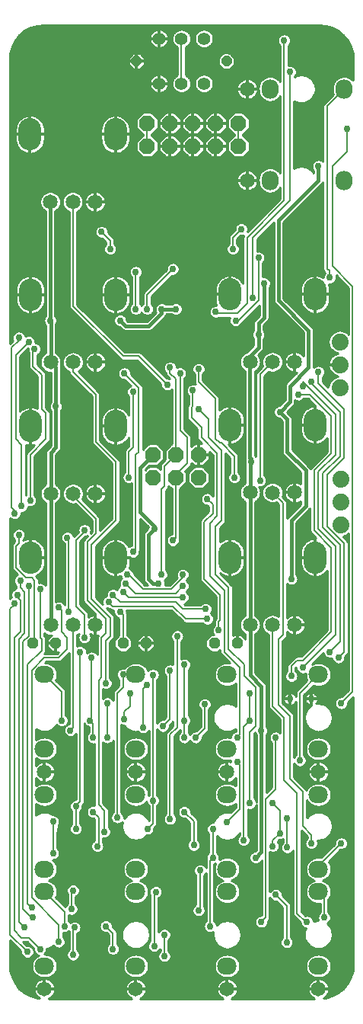
<source format=gbl>
G04 DipTrace 3.2.0.1*
G04 ugrids02.GBL*
%MOIN*%
G04 #@! TF.FileFunction,Copper,L2,Bot*
G04 #@! TF.Part,Single*
%AMOUTLINE7*
4,1,8,
0.034184,-0.014159,
0.014159,-0.034184,
-0.014159,-0.034184,
-0.034184,-0.014159,
-0.034184,0.014159,
-0.014159,0.034184,
0.014159,0.034184,
0.034184,0.014159,
0.034184,-0.014159,
0*%
%AMOUTLINE9*
4,1,8,
0.024021,0.00995,
0.00995,0.024021,
-0.00995,0.024021,
-0.024021,0.00995,
-0.024021,-0.00995,
-0.00995,-0.024021,
0.00995,-0.024021,
0.024021,-0.00995,
0.024021,0.00995,
0*%
%AMOUTLINE12*
4,1,8,
0.02197,0.0091,
0.0091,0.02197,
-0.0091,0.02197,
-0.02197,0.0091,
-0.02197,-0.0091,
-0.0091,-0.02197,
0.0091,-0.02197,
0.02197,-0.0091,
0.02197,0.0091,
0*%
G04 #@! TA.AperFunction,Conductor*
%ADD13C,0.015*%
%ADD14C,0.008*%
G04 #@! TA.AperFunction,CopperBalancing*
%ADD15C,0.009016*%
%ADD16C,0.012992*%
G04 #@! TA.AperFunction,ComponentPad*
%ADD21O,0.085X0.075*%
%ADD22C,0.065*%
%ADD27O,0.075X0.085*%
%ADD28O,0.1X0.14126*%
%ADD30C,0.074*%
%ADD33C,0.055433*%
G04 #@! TA.AperFunction,ViaPad*
%ADD35C,0.03*%
G04 #@! TA.AperFunction,ComponentPad*
%ADD75OUTLINE7*%
%ADD77OUTLINE9*%
%ADD80OUTLINE12*%
%FSLAX26Y26*%
G04*
G70*
G90*
G75*
G01*
G04 Bottom*
%LPD*%
X1142178Y3431604D2*
D13*
X1079678D1*
X1504678Y3319104D2*
Y3369104D1*
X1529678Y3394104D1*
Y3544104D1*
X594178Y2624104D2*
Y2802355D1*
X617178Y2825355D1*
Y3005136D1*
Y3176104D1*
X594178Y3199104D1*
X1467603Y2049695D2*
Y2628632D1*
X594178Y2049104D2*
Y2624104D1*
X1473427Y2762855D2*
X1467603D1*
Y2628632D1*
X1067178Y2231604D2*
X1042178D1*
X1023427Y2250355D1*
Y2444104D1*
X1048427Y2469104D1*
Y2481604D1*
X985927Y2544104D1*
Y2737854D1*
X1042178Y2794104D1*
X1079678Y3431604D2*
Y3412855D1*
X1023427Y3356604D1*
X923427D1*
X898427Y3381604D1*
X592178D2*
X594178D1*
Y3199104D1*
X1467603Y2049695D2*
Y1831179D1*
X1517178Y1781604D1*
Y1587855D1*
Y1056604D1*
X1492178Y1031604D1*
X1473427Y2762855D2*
Y2775355D1*
X1467178Y2781604D1*
Y3199635D1*
X1467603Y3200060D1*
X592178Y3381604D2*
Y3899733D1*
X592800Y3900355D1*
X1467603Y3200060D2*
Y3225779D1*
X1504678Y3262854D1*
Y3319104D1*
X1179678Y1556604D2*
D14*
Y1631604D1*
X1698427Y3094104D2*
Y3112855D1*
X1842178Y2969104D1*
Y2794104D1*
X1767178Y2719104D1*
Y2469104D1*
X1842178Y2394104D1*
Y2006606D1*
X1698427Y1862855D1*
X1179678Y1875354D2*
Y1631604D1*
X704678Y1256604D2*
Y1157455D1*
X1735927Y3112855D2*
Y3106604D1*
X1860927Y2981604D1*
Y2787854D1*
X1785927Y2712854D1*
Y2475355D1*
X1860927Y2400355D1*
Y1975354D1*
X1817178Y1931604D1*
X723427D2*
Y1275354D1*
X704678Y1256604D1*
X779678Y1556604D2*
Y1619104D1*
X767178Y1631604D1*
X1767178Y3156604D2*
Y3106604D1*
X1879678Y2994104D1*
Y2781604D1*
X1804678Y2706604D1*
Y2481604D1*
X1879678Y2406604D1*
Y1931604D1*
X1854678Y1906604D1*
X773429D2*
Y1637855D1*
X767178Y1631604D1*
X1817178Y3569104D2*
Y3602280D1*
X1809002D1*
X1804678Y3606604D1*
Y4318604D1*
X1880178Y4394104D1*
X454678Y2444104D2*
Y2406604D1*
X442178Y2394104D1*
Y2300354D1*
X485927Y2256604D1*
X510927D1*
X523427Y2244104D1*
Y1969104D1*
X517178D1*
X911199D2*
Y2093833D1*
X898427Y2106604D1*
X673427D2*
Y2425355D1*
X667178Y2431604D1*
X742178Y2464675D2*
Y2456604D1*
X704678Y2419104D1*
Y2131604D1*
X742178Y2094104D1*
Y1994104D1*
X1404678Y3381604D2*
X1417178D1*
X1504678Y3469104D1*
Y3656604D1*
X504678Y2594104D2*
Y2794104D1*
X573427Y2862854D1*
Y2975355D1*
X554678Y2994104D1*
Y3144104D1*
X517178Y3181604D1*
Y3262854D1*
X523427Y3256604D1*
X467178Y2569104D2*
Y2837855D1*
X442178Y2862855D1*
Y3231604D1*
X498429Y3287855D1*
X454678Y3306604D2*
Y3294104D1*
X423427Y3262854D1*
Y2562855D1*
X435927Y2550355D1*
Y2537855D1*
X1617178Y4606604D2*
Y3906604D1*
X1454678Y3744104D1*
Y3456604D1*
X1410929Y3412855D1*
X1310929D1*
X1317178Y3419104D1*
X935927Y2694104D2*
Y2806603D1*
X954678Y2825354D1*
Y3069104D1*
X1079678Y2269104D2*
Y2644104D1*
X1092178Y2656604D1*
Y2744104D1*
X1142178Y2794104D1*
Y3125355D1*
X1117178Y3150355D1*
Y3175355D1*
X654678Y731604D2*
Y794604D1*
X567178Y882104D1*
X1717178Y750355D2*
X1710927D1*
X1673427Y787855D1*
Y1312855D1*
X1617178Y1369104D1*
Y1644104D1*
X1567178Y1694104D1*
Y2047845D1*
X1565603Y2049419D1*
X1792178Y769104D2*
Y857104D1*
X1767178Y882104D1*
X1630475Y1202569D2*
Y1076152D1*
X1629678Y1075355D1*
X1735927Y1094104D2*
Y1131604D1*
X1698427Y1169104D1*
Y1319106D1*
X1642178Y1375355D1*
Y1650355D1*
X1592178Y1700355D1*
Y1987855D1*
X1610927Y2006604D1*
Y2583032D1*
X1565603Y2628356D1*
X1767178Y981104D2*
Y994104D1*
X1867178Y1094104D1*
X1220731Y1085640D2*
Y1190552D1*
X1179678Y1231604D1*
X1117178Y1200355D2*
Y1569104D1*
X1148427Y1600354D1*
Y2000355D1*
X1329678Y2025355D2*
Y2062855D1*
X1335927Y2069104D1*
Y2181604D1*
X1267178Y2250355D1*
Y2500355D1*
X1304678Y2537855D1*
Y2575355D1*
X1279678Y2600355D1*
X1510927Y2681604D2*
Y3145110D1*
X1565603Y3199784D1*
X1367178Y1187855D2*
X1423427Y1244104D1*
Y1437855D1*
X1410927Y1450355D1*
X1685927Y1456604D2*
Y1750854D1*
X1767178Y1832104D1*
X1268804Y1702569D2*
Y1595730D1*
X1229678Y1556604D1*
X998427Y1600355D2*
Y1769104D1*
X1017178Y1787855D1*
X835927Y1794104D2*
Y1981603D1*
X854678Y2000354D1*
Y2081604D1*
X773427Y2162855D1*
Y2400354D1*
X879678Y2506604D1*
Y2762855D1*
X792178Y2850355D1*
Y3056604D1*
X692178Y3156604D1*
Y3198829D1*
X1117178Y1850355D2*
Y1637855D1*
X1085927Y1606604D1*
X798427Y1081604D2*
X804678D1*
Y1206604D1*
X779678Y1231604D1*
X692178Y2623829D2*
Y2612855D1*
X792178Y2512855D1*
Y2450355D1*
X754678Y2412855D1*
Y2156604D1*
X835927Y2075355D1*
Y2012854D1*
X817178Y1994104D1*
Y1819104D1*
X804678Y1806604D1*
Y1262855D1*
X829678Y1237855D1*
Y1144104D1*
X910927Y1832104D2*
Y1775354D1*
X885927Y1750354D1*
Y1206604D1*
X842178Y1556604D2*
Y1706604D1*
X692178Y2048829D2*
Y1600355D1*
X679678Y1587855D1*
X642178Y1631604D2*
Y1757104D1*
X567178Y1832104D1*
X1092178Y694104D2*
Y600355D1*
X629678Y662855D2*
Y737854D1*
X510927Y856604D1*
Y1850354D1*
X567178Y1906604D1*
X629678D1*
X667178Y1944104D1*
Y1994104D1*
X642178Y2019104D1*
Y2112855D1*
X629678Y2125355D1*
X1173429Y2169104D2*
X935927D1*
X910927Y2194104D1*
X548427Y2206604D2*
Y1994106D1*
X554678Y1987855D1*
Y1937855D1*
X492178Y1875355D1*
Y831604D1*
X510927Y812855D1*
X1627735Y660640D2*
Y821048D1*
X1579678Y869104D1*
X1173427Y2219104D2*
X1142178Y2187855D1*
X967177D1*
X923427Y2231604D1*
X498427Y2219104D2*
Y2000354D1*
X473427Y1975354D1*
Y806606D1*
X517178Y762855D1*
Y769104D1*
X685927Y806604D2*
Y881604D1*
X692178Y887855D1*
X1173429Y2269104D2*
Y2256606D1*
X1123427Y2206604D1*
X998427D1*
X935927Y2269104D1*
X929678D1*
X460927Y2244104D2*
Y2212855D1*
X479678Y2194104D1*
Y2012855D1*
X454678Y1987855D1*
Y750355D1*
X479678Y725355D1*
X1048427Y644104D2*
Y875354D1*
X1054678Y881604D1*
X1273427Y2119104D2*
X1173429D1*
X1142178Y2150355D1*
X898427D1*
X867178Y2181604D1*
X448427D2*
Y2169104D1*
X460927Y2156604D1*
Y2019104D1*
X435927Y1994104D1*
Y712855D1*
X467178Y681604D1*
X498427D1*
X548427Y631604D1*
X867178D2*
Y700354D1*
X835927Y731604D1*
X1279678Y2075355D2*
X1185927D1*
X1129678Y2131604D1*
X867178D1*
X848427Y2150355D1*
X435927Y2144104D2*
Y2137854D1*
X417178Y2119104D1*
Y694104D1*
X492178Y619104D1*
X692178Y606604D2*
Y719106D1*
X698427Y725355D1*
X1248427Y975355D2*
Y806604D1*
X1242178Y800355D1*
X967178Y3431604D2*
Y3594104D1*
X854678Y3694104D2*
Y3731604D1*
X817178Y3769104D1*
X1017178Y3431604D2*
Y3494104D1*
X1129678Y3606604D1*
X1392178Y3694104D2*
Y3744104D1*
X1429678Y3781604D1*
X1417178Y4144104D2*
Y4244104D1*
X1017178Y4144104D2*
Y4244104D1*
X1304678Y1156604D2*
Y1031604D1*
X604678Y1050355D2*
Y1190069D1*
X1439451Y1107913D2*
Y1603877D1*
X1467178Y1631604D1*
Y1750355D1*
X942178D2*
Y1694104D1*
X917178Y1669104D1*
Y1637855D1*
X1292178Y731604D2*
Y1019104D1*
X1304678Y1031604D1*
X1398427Y2694104D2*
Y2787855D1*
X1340975Y2845308D1*
X1334725D1*
X1315660Y2864373D1*
Y3039373D1*
X1242178Y3112855D1*
Y3169104D1*
X1042178Y1281604D2*
Y1181603D1*
X1017850Y1157275D1*
X1679678Y3056604D2*
X1729678D1*
X1823427Y2962855D1*
Y2800355D1*
X1748427Y2725355D1*
Y2462855D1*
X1823427Y2387855D1*
Y2019104D1*
X1698427Y1894104D1*
X1673427D1*
X1648427Y1869104D1*
Y1825355D1*
X1042178Y1831604D2*
Y1281604D1*
X1142178Y2694104D2*
Y2706604D1*
X1192178Y2756604D1*
Y2869104D1*
X1160927Y2900355D1*
Y3150355D1*
X1142178Y2694104D2*
Y2431604D1*
X1129678Y2419104D1*
X917178Y3150355D2*
X979678Y3087855D1*
Y2801733D1*
X974807D1*
X967178Y2794104D1*
Y2381604D1*
X954678Y2369104D1*
X1479678Y3481604D2*
Y3744104D1*
X1642178Y3906604D1*
Y4469104D1*
X1167178Y4417530D2*
Y4614380D1*
X1104678Y3100355D2*
X979678Y3225355D1*
X910927D1*
X692178Y3444104D1*
Y3898701D1*
X690800Y3900079D1*
X1767178Y4056604D2*
D13*
Y3994104D1*
X1592178Y3819104D1*
Y3469104D1*
X1723427Y3337855D1*
Y3175354D1*
X1642178Y3094104D1*
Y3025355D1*
X1598427Y2981604D1*
X1648427Y2250355D2*
Y2506604D1*
X1710927Y2569104D1*
Y2725355D1*
X1629678Y2806604D1*
Y2950354D1*
X1598427Y2981604D1*
X1892178Y4219104D2*
D14*
Y4119104D1*
X1829678Y4056604D1*
Y3619104D1*
X1917178Y3531604D1*
Y1756604D1*
X1867178Y1706604D1*
X1217178Y3075355D2*
Y3006606D1*
X1210927Y3000355D1*
Y2956606D1*
X1254678Y2912855D1*
Y2869104D1*
X1323427Y2800355D1*
Y2525354D1*
X1292178Y2494104D1*
Y2262855D1*
X1354678Y2200355D1*
Y1931604D1*
X1423427Y1862855D1*
Y1569103D1*
X1410929Y1556604D1*
X1579678D2*
Y1331606D1*
X1535927Y1287855D1*
Y769104D1*
X1517178Y750355D1*
X1567178Y1081604D2*
Y1106606D1*
X1598427Y1137855D1*
Y1237855D1*
X1567178Y1269104D1*
X1467178D2*
Y1581604D1*
X1492178Y1606604D1*
Y1775355D1*
X1442178Y1825355D1*
Y1875354D1*
X1373427Y1944104D1*
Y2212855D1*
X1317178Y2269104D1*
Y2481604D1*
X1342178Y2506604D1*
Y2812854D1*
X1285927Y2869104D1*
Y2950355D1*
X1242178Y2994104D1*
D35*
X1142178Y3431604D3*
X1079678D3*
D3*
X1504678Y3319104D3*
X1529678Y3544104D3*
X617178Y3005136D3*
X1473427Y2762855D3*
X1067178Y2231604D3*
X1048427Y2469104D3*
X898427Y3381604D3*
X592178D3*
X1517178Y1587855D3*
X1492178Y1031604D3*
X1473427Y2762855D3*
X592178Y3381604D3*
X1504678Y3319104D3*
X1179678Y1556604D3*
Y1631604D3*
X1698427Y3094104D3*
Y1862855D3*
X1179678Y1875354D3*
X704678Y1256604D3*
Y1157455D3*
X1735927Y3112855D3*
X1817178Y1931604D3*
X723427D3*
X704678Y1256604D3*
X779678Y1556604D3*
X767178Y1631604D3*
X1767178Y3156604D3*
X1854678Y1906604D3*
X773429D3*
X1817178Y3569104D3*
X454678Y2444104D3*
X898427Y2106604D3*
X673427D3*
X667178Y2431604D3*
X742178Y2464675D3*
Y1994104D3*
X1404678Y3381604D3*
X1504678Y3656604D3*
X504678Y2594104D3*
X523427Y3256604D3*
X467178Y2569104D3*
X498429Y3287855D3*
X454678Y3306604D3*
X435927Y2537855D3*
X1617178Y4606604D3*
X1317178Y3419104D3*
X935927Y2694104D3*
X954678Y3069104D3*
X1079678Y2269104D3*
X1117178Y3175355D3*
X654678Y731604D3*
X1717178Y750355D3*
X1792178Y769104D3*
X1629678Y1075355D3*
X1630475Y1202569D3*
X1735927Y1094104D3*
X1867178D3*
X1179678Y1231604D3*
X1220731Y1085640D3*
X1117178Y1200355D3*
X1148427Y2000355D3*
X1329678Y2025355D3*
X1279678Y2600355D3*
X1510927Y2681604D3*
X1367178Y1187855D3*
X1410927Y1450355D3*
X1685927Y1456604D3*
X1229678Y1556604D3*
X1268804Y1702569D3*
X998427Y1600355D3*
X1017178Y1787855D3*
X835927Y1794104D3*
X1117178Y1850355D3*
X1085927Y1606604D3*
X779678Y1231604D3*
X798427Y1081604D3*
X829678Y1144104D3*
X910927Y1832104D3*
X885927Y1206604D3*
X842178Y1556604D3*
Y1706604D3*
X679678Y1587855D3*
X642178Y1631604D3*
X1092178Y694104D3*
Y600355D3*
X629678Y662855D3*
Y2125355D3*
X1173429Y2169104D3*
X910927Y2194104D3*
X548427Y2206604D3*
X510927Y812855D3*
X1579678Y869104D3*
X1627735Y660640D3*
X1173427Y2219104D3*
X923427Y2231604D3*
X498427Y2219104D3*
X517178Y769104D3*
X685927Y806604D3*
X692178Y887855D3*
X1173429Y2269104D3*
X929678D3*
X460927Y2244104D3*
X479678Y725355D3*
X1048427Y644104D3*
X1054678Y881604D3*
X1273427Y2119104D3*
X867178Y2181604D3*
X448427D3*
X548427Y631604D3*
X867178D3*
X835927Y731604D3*
X1279678Y2075355D3*
X848427Y2150355D3*
X435927Y2144104D3*
X492178Y619104D3*
X692178Y606604D3*
X698427Y725355D3*
X1248427Y975355D3*
X1242178Y800355D3*
X967178Y3431604D3*
Y3594104D3*
X854678Y3694104D3*
X817178Y3769104D3*
X1017178Y3431604D3*
X1129678Y3606604D3*
X1392178Y3694104D3*
X1429678Y3781604D3*
X1304678Y1156604D3*
Y1031604D3*
X604678Y1050355D3*
Y1190069D3*
X1304678Y1031604D3*
X1467178Y1631604D3*
X1439451Y1107913D3*
X1467178Y1631604D3*
Y1750355D3*
X942178D3*
X917178Y1637855D3*
X1292178Y731604D3*
X1242178Y3169104D3*
X1398427Y2694104D3*
X1042178Y1281604D3*
X1017850Y1157275D3*
X1679678Y3056604D3*
X1648427Y1825355D3*
X1042178Y1831604D3*
Y1281604D3*
X1160927Y3150355D3*
X1129678Y2419104D3*
X917178Y3150355D3*
X954678Y2369104D3*
X1479678Y3481604D3*
X1642178Y4469104D3*
X1104678Y3100355D3*
X1767178Y4056604D3*
X1598427Y2981604D3*
X1648427Y2250355D3*
X1892178Y4219104D3*
X1867178Y1706604D3*
X1217178Y3075355D3*
X1410929Y1556604D3*
X1579678D3*
X1517178Y750355D3*
X1567178Y1081604D3*
X1598427Y1137855D3*
X1567178Y1269104D3*
X1467178D3*
X1242178Y2994104D3*
X1735927Y1725355D3*
X1642178D3*
X513767Y4664728D2*
D15*
X1820586D1*
X494221Y4655843D2*
X1064479D1*
X1073039D2*
X1162895D1*
X1171469D2*
X1261328D1*
X1269885D2*
X1840132D1*
X478744Y4646959D2*
X1041975D1*
X1095530D2*
X1140408D1*
X1193946D2*
X1238824D1*
X1292380D2*
X1855610D1*
X467950Y4638074D2*
X1033662D1*
X1103841D2*
X1132078D1*
X1202275D2*
X1230513D1*
X1300691D2*
X1866405D1*
X457437Y4629190D2*
X1028979D1*
X1108526D2*
X1127395D1*
X1206959D2*
X1225829D1*
X1305375D2*
X1598274D1*
X1636088D2*
X1876917D1*
X450305Y4620305D2*
X1026673D1*
X1110832D2*
X1125106D1*
X1209248D2*
X1223522D1*
X1307682D2*
X1590843D1*
X1643501D2*
X1884048D1*
X443156Y4611421D2*
X1026355D1*
X1111149D2*
X1124788D1*
X1209582D2*
X1223204D1*
X1307998D2*
X1587797D1*
X1646565D2*
X1891198D1*
X437152Y4602536D2*
X1027975D1*
X1109528D2*
X1126391D1*
X1207963D2*
X1224825D1*
X1306379D2*
X1587674D1*
X1646670D2*
X1897220D1*
X432626Y4593652D2*
X1031779D1*
X1105725D2*
X1130212D1*
X1204141D2*
X1228628D1*
X1302576D2*
X1590456D1*
X1643888D2*
X1901728D1*
X428101Y4584767D2*
X1038628D1*
X1098876D2*
X1137063D1*
X1197292D2*
X1235479D1*
X1295725D2*
X1597376D1*
X1636985D2*
X1906253D1*
X424402Y4575883D2*
X1052082D1*
X1085422D2*
X1148385D1*
X1185969D2*
X1248931D1*
X1282273D2*
X1598397D1*
X1635964D2*
X1909951D1*
X422007Y4566998D2*
X1148385D1*
X1185969D2*
X1598397D1*
X1635964D2*
X1912364D1*
X419595Y4558114D2*
X1148385D1*
X1185969D2*
X1598397D1*
X1635964D2*
X1914758D1*
X417395Y4549229D2*
X952257D1*
X988397D2*
X1148385D1*
X1185969D2*
X1345975D1*
X1382097D2*
X1598397D1*
X1635964D2*
X1916977D1*
X416866Y4540345D2*
X943118D1*
X997536D2*
X1148385D1*
X1185969D2*
X1336817D1*
X1391254D2*
X1598397D1*
X1635964D2*
X1917488D1*
X416338Y4531460D2*
X935141D1*
X1005513D2*
X1148385D1*
X1185969D2*
X1328841D1*
X1399212D2*
X1598397D1*
X1635964D2*
X1918017D1*
X415809Y4522575D2*
X933574D1*
X1007081D2*
X1148385D1*
X1185969D2*
X1327274D1*
X1400780D2*
X1598397D1*
X1635964D2*
X1918544D1*
X415581Y4513691D2*
X933574D1*
X1007081D2*
X1148385D1*
X1185969D2*
X1327274D1*
X1400780D2*
X1598397D1*
X1635964D2*
X1918791D1*
X415581Y4504806D2*
X933732D1*
X1006939D2*
X1148385D1*
X1185969D2*
X1327431D1*
X1400639D2*
X1598397D1*
X1635964D2*
X1918791D1*
X415581Y4495922D2*
X938752D1*
X1001904D2*
X1148385D1*
X1185969D2*
X1332451D1*
X1395603D2*
X1598397D1*
X1653801D2*
X1918791D1*
X415581Y4487037D2*
X947644D1*
X993011D2*
X1148385D1*
X1185969D2*
X1341343D1*
X1386711D2*
X1598397D1*
X1665723D2*
X1918791D1*
X415581Y4478153D2*
X1148385D1*
X1185969D2*
X1598397D1*
X1670513D2*
X1918791D1*
X415581Y4469268D2*
X1148385D1*
X1185969D2*
X1598397D1*
X1671956D2*
X1918791D1*
X415581Y4460384D2*
X1148385D1*
X1185969D2*
X1598397D1*
X1670619D2*
X1918791D1*
X415581Y4451499D2*
X1043841D1*
X1093664D2*
X1142257D1*
X1192097D2*
X1240691D1*
X1290513D2*
X1598397D1*
X1716754D2*
X1918791D1*
X415581Y4442615D2*
X1034666D1*
X1102838D2*
X1133082D1*
X1201271D2*
X1231517D1*
X1299687D2*
X1526941D1*
X1583420D2*
X1598397D1*
X1732091D2*
X1851947D1*
X1908409D2*
X1918791D1*
X415581Y4433730D2*
X1029543D1*
X1107980D2*
X1127959D1*
X1206396D2*
X1226392D1*
X1304829D2*
X1430162D1*
X1480196D2*
X1516305D1*
X1740984D2*
X1841312D1*
X415581Y4424846D2*
X1026901D1*
X1110603D2*
X1125317D1*
X1209036D2*
X1223750D1*
X1307452D2*
X1419544D1*
X1490815D2*
X1509807D1*
X1746864D2*
X1834796D1*
X415581Y4415961D2*
X1026284D1*
X1111220D2*
X1124700D1*
X1209653D2*
X1223135D1*
X1308069D2*
X1413363D1*
X1496994D2*
X1505740D1*
X1751408D2*
X1830729D1*
X415581Y4407077D2*
X1027588D1*
X1109917D2*
X1126004D1*
X1208350D2*
X1224438D1*
X1306766D2*
X1409736D1*
X1753679D2*
X1828510D1*
X415581Y4398192D2*
X1031022D1*
X1106483D2*
X1129438D1*
X1204917D2*
X1227871D1*
X1303333D2*
X1408081D1*
X1755089D2*
X1827895D1*
X415581Y4389308D2*
X1037291D1*
X1100214D2*
X1135707D1*
X1198648D2*
X1234140D1*
X1297064D2*
X1408133D1*
X1754983D2*
X1827895D1*
X415581Y4380423D2*
X1049035D1*
X1088469D2*
X1147469D1*
X1186885D2*
X1245885D1*
X1285318D2*
X1409947D1*
X1753574D2*
X1828633D1*
X415581Y4371539D2*
X1413750D1*
X1496607D2*
X1505986D1*
X1751038D2*
X1830993D1*
X415581Y4362654D2*
X1420178D1*
X1490181D2*
X1510229D1*
X1746513D2*
X1822540D1*
X415581Y4353770D2*
X1431378D1*
X1478981D2*
X1516973D1*
X1593385D2*
X1598385D1*
X1740262D2*
X1813648D1*
X415581Y4344885D2*
X1528103D1*
X1582257D2*
X1598397D1*
X1731351D2*
X1804774D1*
X415581Y4336001D2*
X1598397D1*
X1660969D2*
X1668939D1*
X1715363D2*
X1795881D1*
X415581Y4327116D2*
X1598397D1*
X1660969D2*
X1788046D1*
X415581Y4318232D2*
X1598397D1*
X1660969D2*
X1785897D1*
X415581Y4309347D2*
X1598397D1*
X1660969D2*
X1785897D1*
X415581Y4300463D2*
X1598397D1*
X1660969D2*
X1785897D1*
X415581Y4291578D2*
X998093D1*
X1036258D2*
X1098094D1*
X1136259D2*
X1198094D1*
X1236261D2*
X1298095D1*
X1336261D2*
X1398097D1*
X1436262D2*
X1598397D1*
X1660969D2*
X1785897D1*
X415581Y4282694D2*
X986893D1*
X1047476D2*
X1086895D1*
X1147476D2*
X1186896D1*
X1247477D2*
X1286896D1*
X1347460D2*
X1386879D1*
X1447462D2*
X1598397D1*
X1660969D2*
X1785897D1*
X415581Y4273809D2*
X475744D1*
X531853D2*
X849738D1*
X905864D2*
X978001D1*
X1056350D2*
X1078002D1*
X1156351D2*
X1178004D1*
X1256351D2*
X1278004D1*
X1356353D2*
X1378005D1*
X1456354D2*
X1598397D1*
X1660969D2*
X1785897D1*
X415581Y4264925D2*
X461832D1*
X545763D2*
X835845D1*
X919758D2*
X969918D1*
X1064450D2*
X1069902D1*
X1164451D2*
X1169921D1*
X1264452D2*
X1269922D1*
X1364452D2*
X1369905D1*
X1464454D2*
X1598397D1*
X1660969D2*
X1785897D1*
X415581Y4256040D2*
X453133D1*
X554462D2*
X827128D1*
X928475D2*
X968211D1*
X1466144D2*
X1598397D1*
X1660969D2*
X1785897D1*
X415581Y4247156D2*
X447128D1*
X560467D2*
X821141D1*
X934462D2*
X968211D1*
X1466144D2*
X1598397D1*
X1660969D2*
X1785897D1*
X415581Y4238271D2*
X443026D1*
X564569D2*
X817021D1*
X938564D2*
X968211D1*
X1466144D2*
X1598397D1*
X1660969D2*
X1785897D1*
X415581Y4229387D2*
X440438D1*
X567158D2*
X814433D1*
X941170D2*
X968228D1*
X1466144D2*
X1598397D1*
X1660969D2*
X1785897D1*
X415581Y4220502D2*
X439169D1*
X568426D2*
X813182D1*
X942421D2*
X971909D1*
X1062443D2*
X1071909D1*
X1162443D2*
X1171910D1*
X1262444D2*
X1271912D1*
X1362446D2*
X1371912D1*
X1462446D2*
X1598397D1*
X1660969D2*
X1785897D1*
X415581Y4211617D2*
X439011D1*
X568584D2*
X813006D1*
X942580D2*
X980783D1*
X1053568D2*
X1080784D1*
X1153569D2*
X1180786D1*
X1253569D2*
X1280786D1*
X1353570D2*
X1380787D1*
X1453572D2*
X1598397D1*
X1660969D2*
X1785897D1*
X415581Y4202733D2*
X439011D1*
X568584D2*
X813006D1*
X942580D2*
X989675D1*
X1044693D2*
X1089677D1*
X1144694D2*
X1189678D1*
X1244695D2*
X1289678D1*
X1344678D2*
X1389662D1*
X1444679D2*
X1598397D1*
X1660969D2*
X1785897D1*
X415581Y4193848D2*
X439011D1*
X568584D2*
X813006D1*
X942580D2*
X998392D1*
X1035959D2*
X1398396D1*
X1435963D2*
X1598397D1*
X1660969D2*
X1785897D1*
X415581Y4184964D2*
X439011D1*
X568584D2*
X813006D1*
X942580D2*
X989165D1*
X1045204D2*
X1089166D1*
X1145204D2*
X1189168D1*
X1245206D2*
X1289151D1*
X1345207D2*
X1389151D1*
X1445190D2*
X1598397D1*
X1660969D2*
X1785897D1*
X415581Y4176079D2*
X439011D1*
X568584D2*
X813006D1*
X942580D2*
X980273D1*
X1054078D2*
X1080274D1*
X1154080D2*
X1180274D1*
X1254081D2*
X1280275D1*
X1354081D2*
X1380277D1*
X1454082D2*
X1598397D1*
X1660969D2*
X1785897D1*
X415581Y4167195D2*
X439451D1*
X568144D2*
X813464D1*
X942139D2*
X971468D1*
X1062901D2*
X1071469D1*
X1162901D2*
X1171469D1*
X1262885D2*
X1271471D1*
X1362885D2*
X1371454D1*
X1462887D2*
X1598397D1*
X1660969D2*
X1785897D1*
X415581Y4158310D2*
X441160D1*
X566435D2*
X815154D1*
X940448D2*
X968211D1*
X1466144D2*
X1598397D1*
X1660969D2*
X1785897D1*
X415581Y4149426D2*
X444241D1*
X563372D2*
X818236D1*
X937367D2*
X968211D1*
X1466144D2*
X1598397D1*
X1660969D2*
X1785897D1*
X415581Y4140541D2*
X448925D1*
X558670D2*
X822938D1*
X932665D2*
X968211D1*
X1466144D2*
X1598397D1*
X1660969D2*
X1785897D1*
X415581Y4131657D2*
X455721D1*
X551891D2*
X829717D1*
X925885D2*
X968211D1*
X1466144D2*
X1598397D1*
X1660969D2*
X1785897D1*
X415581Y4122772D2*
X465724D1*
X541871D2*
X839719D1*
X915884D2*
X970200D1*
X1064151D2*
X1070202D1*
X1164152D2*
X1170220D1*
X1264153D2*
X1270219D1*
X1364153D2*
X1370204D1*
X1464154D2*
X1598397D1*
X1660969D2*
X1785897D1*
X415581Y4113888D2*
X483402D1*
X524193D2*
X857399D1*
X898204D2*
X978511D1*
X1055839D2*
X1078513D1*
X1155841D2*
X1178514D1*
X1255841D2*
X1278514D1*
X1355842D2*
X1378515D1*
X1455843D2*
X1598397D1*
X1660969D2*
X1785897D1*
X415581Y4105003D2*
X987404D1*
X1046964D2*
X1087405D1*
X1146948D2*
X1187406D1*
X1246948D2*
X1287406D1*
X1346950D2*
X1387408D1*
X1446951D2*
X1598397D1*
X1660969D2*
X1785897D1*
X415581Y4096119D2*
X1000611D1*
X1033758D2*
X1100612D1*
X1133741D2*
X1200612D1*
X1233742D2*
X1300614D1*
X1333742D2*
X1400615D1*
X1433744D2*
X1598397D1*
X1660969D2*
X1785897D1*
X415581Y4087234D2*
X1598397D1*
X1660969D2*
X1785897D1*
X415581Y4078350D2*
X1598397D1*
X1660969D2*
X1747263D1*
X415581Y4069465D2*
X1598397D1*
X1660969D2*
X1740413D1*
X415581Y4060581D2*
X1598397D1*
X1660969D2*
X1737666D1*
X415581Y4051696D2*
X1598397D1*
X1660969D2*
X1667935D1*
X1716366D2*
X1737807D1*
X415581Y4042812D2*
X1527258D1*
X1583102D2*
X1598397D1*
X1731897D2*
X1740906D1*
X415581Y4033927D2*
X1430497D1*
X1479862D2*
X1516498D1*
X1593862D2*
X1598387D1*
X415581Y4025043D2*
X1419720D1*
X1490639D2*
X1509913D1*
X415581Y4016158D2*
X1413469D1*
X1496889D2*
X1505809D1*
X415581Y4007274D2*
X1409807D1*
X415581Y3998389D2*
X1408098D1*
X415581Y3989505D2*
X1408116D1*
X415581Y3980620D2*
X1409895D1*
X415581Y3971736D2*
X1413645D1*
X1496714D2*
X1505916D1*
X1775955D2*
X1785897D1*
X415581Y3962851D2*
X1420002D1*
X1490357D2*
X1510106D1*
X1767063D2*
X1785897D1*
X415581Y3953967D2*
X1431025D1*
X1479333D2*
X1516780D1*
X1593580D2*
X1598379D1*
X1758187D2*
X1785897D1*
X415581Y3945082D2*
X579618D1*
X605985D2*
X678668D1*
X702941D2*
X775605D1*
X801990D2*
X1527769D1*
X1582574D2*
X1598397D1*
X1749295D2*
X1785897D1*
X415581Y3936198D2*
X562450D1*
X623136D2*
X660795D1*
X720795D2*
X758454D1*
X819141D2*
X1598397D1*
X1740420D2*
X1785897D1*
X415581Y3927313D2*
X554156D1*
X631448D2*
X652342D1*
X729248D2*
X750160D1*
X827452D2*
X1598397D1*
X1731527D2*
X1785897D1*
X415581Y3918428D2*
X549172D1*
X636413D2*
X647307D1*
X734301D2*
X745177D1*
X832418D2*
X1598397D1*
X1722653D2*
X1785897D1*
X415581Y3909544D2*
X546425D1*
X639161D2*
X644489D1*
X737101D2*
X742446D1*
X835165D2*
X1593925D1*
X1713761D2*
X1785897D1*
X415581Y3900659D2*
X545510D1*
X836081D2*
X1585032D1*
X1704885D2*
X1785897D1*
X415581Y3891775D2*
X546320D1*
X639284D2*
X644261D1*
X737330D2*
X742315D1*
X835288D2*
X1576157D1*
X1695993D2*
X1785897D1*
X415581Y3882890D2*
X548926D1*
X636678D2*
X646813D1*
X734777D2*
X744930D1*
X832665D2*
X1567265D1*
X1687101D2*
X1785897D1*
X415581Y3874006D2*
X553733D1*
X631871D2*
X651532D1*
X730057D2*
X749720D1*
X827875D2*
X1558391D1*
X1678225D2*
X1785897D1*
X415581Y3865121D2*
X561727D1*
X623876D2*
X659404D1*
X722186D2*
X757732D1*
X819863D2*
X1549497D1*
X1669333D2*
X1785897D1*
X415581Y3856237D2*
X569897D1*
X614455D2*
X673385D1*
X710969D2*
X773580D1*
X804032D2*
X1540623D1*
X1660458D2*
X1785897D1*
X415581Y3847352D2*
X569897D1*
X614455D2*
X673385D1*
X710969D2*
X1531731D1*
X1651565D2*
X1785897D1*
X415581Y3838468D2*
X569897D1*
X614455D2*
X673385D1*
X710969D2*
X1522855D1*
X1642691D2*
X1785897D1*
X415581Y3829583D2*
X569897D1*
X614455D2*
X673385D1*
X710969D2*
X1513963D1*
X1633799D2*
X1785897D1*
X415581Y3820699D2*
X569897D1*
X614455D2*
X673385D1*
X710969D2*
X1505070D1*
X1624923D2*
X1785897D1*
X415581Y3811814D2*
X569897D1*
X614455D2*
X673385D1*
X710969D2*
X1496195D1*
X1616031D2*
X1785897D1*
X415581Y3802930D2*
X569897D1*
X614455D2*
X673385D1*
X710969D2*
X1409296D1*
X1450068D2*
X1487303D1*
X1564702D2*
X1569888D1*
X1614464D2*
X1785897D1*
X415581Y3794045D2*
X569897D1*
X614455D2*
X673385D1*
X710969D2*
X801702D1*
X832647D2*
X1402710D1*
X1456653D2*
X1478429D1*
X1555808D2*
X1569888D1*
X1614464D2*
X1785897D1*
X415581Y3785161D2*
X569897D1*
X614455D2*
X673385D1*
X710969D2*
X792263D1*
X842085D2*
X1400103D1*
X1459241D2*
X1469535D1*
X1546934D2*
X1569888D1*
X1614464D2*
X1785897D1*
X415581Y3776276D2*
X569897D1*
X614455D2*
X673385D1*
X710969D2*
X788300D1*
X846065D2*
X1398149D1*
X1538042D2*
X1569888D1*
X1614464D2*
X1785897D1*
X415581Y3767392D2*
X569897D1*
X614455D2*
X673385D1*
X710969D2*
X787438D1*
X846910D2*
X1389274D1*
X1529166D2*
X1569888D1*
X1614464D2*
X1785897D1*
X415581Y3758507D2*
X569897D1*
X614455D2*
X673385D1*
X710969D2*
X789410D1*
X853971D2*
X1380381D1*
X1520274D2*
X1569888D1*
X1614464D2*
X1785897D1*
X415581Y3749623D2*
X569897D1*
X614455D2*
X673385D1*
X710969D2*
X794956D1*
X862846D2*
X1374271D1*
X1423883D2*
X1436766D1*
X1511399D2*
X1569888D1*
X1614464D2*
X1785897D1*
X415581Y3740738D2*
X569897D1*
X614455D2*
X673385D1*
X710969D2*
X810822D1*
X870964D2*
X1373391D1*
X1415007D2*
X1435885D1*
X1502506D2*
X1569888D1*
X1614464D2*
X1785897D1*
X415581Y3731854D2*
X569897D1*
X614455D2*
X673385D1*
X710969D2*
X828237D1*
X873464D2*
X1373391D1*
X1410958D2*
X1435885D1*
X1498456D2*
X1569888D1*
X1614464D2*
X1785897D1*
X415581Y3722969D2*
X569897D1*
X614455D2*
X673385D1*
X710969D2*
X835897D1*
X873464D2*
X1373391D1*
X1410958D2*
X1435885D1*
X1498456D2*
X1569888D1*
X1614464D2*
X1785897D1*
X415581Y3714085D2*
X569897D1*
X614455D2*
X673385D1*
X710969D2*
X832922D1*
X876441D2*
X1370416D1*
X1413934D2*
X1435885D1*
X1498456D2*
X1569888D1*
X1614464D2*
X1785897D1*
X415581Y3705200D2*
X569897D1*
X614455D2*
X673385D1*
X710969D2*
X827111D1*
X882252D2*
X1364605D1*
X1419745D2*
X1435885D1*
X1498456D2*
X1569888D1*
X1614464D2*
X1785897D1*
X415581Y3696316D2*
X569897D1*
X614455D2*
X673385D1*
X710969D2*
X824980D1*
X884381D2*
X1362473D1*
X1421875D2*
X1435885D1*
X1498456D2*
X1569888D1*
X1614464D2*
X1785897D1*
X415581Y3687431D2*
X569897D1*
X614455D2*
X673385D1*
X710969D2*
X825666D1*
X883678D2*
X1363178D1*
X1421189D2*
X1435885D1*
X1498456D2*
X1569888D1*
X1614464D2*
X1785897D1*
X415581Y3678547D2*
X569897D1*
X614455D2*
X673385D1*
X710969D2*
X829435D1*
X879909D2*
X1366946D1*
X1417421D2*
X1435885D1*
X1524359D2*
X1569888D1*
X1614464D2*
X1785897D1*
X415581Y3669662D2*
X569897D1*
X614455D2*
X673385D1*
X710969D2*
X838380D1*
X870964D2*
X1375892D1*
X1408475D2*
X1435885D1*
X1531350D2*
X1569888D1*
X1614464D2*
X1785897D1*
X415581Y3660778D2*
X569897D1*
X614455D2*
X673385D1*
X710969D2*
X1435885D1*
X1534168D2*
X1569888D1*
X1614464D2*
X1785897D1*
X415581Y3651893D2*
X569897D1*
X614455D2*
X673385D1*
X710969D2*
X1435885D1*
X1534080D2*
X1569888D1*
X1614464D2*
X1785897D1*
X415581Y3643009D2*
X569897D1*
X614455D2*
X673385D1*
X710969D2*
X1435885D1*
X1531068D2*
X1569888D1*
X1614464D2*
X1785897D1*
X415581Y3634124D2*
X569897D1*
X614455D2*
X673385D1*
X710969D2*
X1120000D1*
X1139358D2*
X1435885D1*
X1523707D2*
X1569888D1*
X1614464D2*
X1785897D1*
X415581Y3625240D2*
X569897D1*
X614455D2*
X673385D1*
X710969D2*
X1106704D1*
X1152653D2*
X1435885D1*
X1523462D2*
X1569888D1*
X1614464D2*
X1785897D1*
X415581Y3616355D2*
X569897D1*
X614455D2*
X673385D1*
X710969D2*
X947855D1*
X986496D2*
X1101581D1*
X1157759D2*
X1435885D1*
X1523462D2*
X1569888D1*
X1614464D2*
X1785897D1*
X415581Y3607470D2*
X569897D1*
X614455D2*
X673385D1*
X710969D2*
X940670D1*
X993681D2*
X1099908D1*
X1159450D2*
X1435885D1*
X1523462D2*
X1569888D1*
X1614464D2*
X1785897D1*
X415581Y3598586D2*
X569897D1*
X614455D2*
X673385D1*
X710969D2*
X937748D1*
X996620D2*
X1095471D1*
X1158324D2*
X1435885D1*
X1523462D2*
X1569888D1*
X1614464D2*
X1787799D1*
X415581Y3589701D2*
X569897D1*
X614455D2*
X673385D1*
X710969D2*
X937729D1*
X996620D2*
X1086577D1*
X1154009D2*
X1435885D1*
X1523462D2*
X1569888D1*
X1614464D2*
X1795388D1*
X415581Y3580817D2*
X569897D1*
X614455D2*
X673385D1*
X710969D2*
X940635D1*
X993733D2*
X1077703D1*
X1143585D2*
X1435885D1*
X1523462D2*
X1569888D1*
X1614464D2*
X1789876D1*
X415581Y3571932D2*
X475832D1*
X534528D2*
X569897D1*
X614455D2*
X673385D1*
X710969D2*
X849826D1*
X908542D2*
X947767D1*
X986584D2*
X1068811D1*
X1121204D2*
X1347400D1*
X1409796D2*
X1435885D1*
X1538322D2*
X1569888D1*
X1614464D2*
X1721396D1*
X415581Y3563048D2*
X462484D1*
X547876D2*
X569897D1*
X614455D2*
X673385D1*
X710969D2*
X836479D1*
X921871D2*
X948401D1*
X985968D2*
X1059935D1*
X1112311D2*
X1334828D1*
X1422385D2*
X1435885D1*
X1552392D2*
X1569888D1*
X1614464D2*
X1708822D1*
X1846320D2*
X1859538D1*
X415581Y3554163D2*
X454014D1*
X556346D2*
X569897D1*
X614455D2*
X673385D1*
X710969D2*
X828009D1*
X930341D2*
X948401D1*
X985968D2*
X1051043D1*
X1103437D2*
X1326710D1*
X1430504D2*
X1435897D1*
X1557657D2*
X1569888D1*
X1614464D2*
X1700706D1*
X1842797D2*
X1868430D1*
X415581Y3545279D2*
X448168D1*
X562193D2*
X569897D1*
X614455D2*
X673385D1*
X710969D2*
X822162D1*
X936187D2*
X948401D1*
X985968D2*
X1042151D1*
X1094544D2*
X1321076D1*
X1559437D2*
X1569888D1*
X1614464D2*
X1695088D1*
X1834417D2*
X1877304D1*
X415581Y3536394D2*
X444170D1*
X614455D2*
X673385D1*
X710969D2*
X818183D1*
X940185D2*
X948401D1*
X985968D2*
X1033275D1*
X1085669D2*
X1317271D1*
X1558414D2*
X1569888D1*
X1614464D2*
X1691267D1*
X1813937D2*
X1886196D1*
X415581Y3527510D2*
X441687D1*
X614455D2*
X673385D1*
X710969D2*
X815682D1*
X942668D2*
X948401D1*
X985968D2*
X1024383D1*
X1076777D2*
X1314912D1*
X1554224D2*
X1569888D1*
X1614464D2*
X1688925D1*
X1816279D2*
X1895072D1*
X415581Y3518625D2*
X440507D1*
X614455D2*
X673385D1*
X710969D2*
X814502D1*
X943847D2*
X948404D1*
X985968D2*
X1015509D1*
X1067884D2*
X1313891D1*
X1551969D2*
X1569888D1*
X1614464D2*
X1687885D1*
X1817318D2*
X1898400D1*
X415581Y3509741D2*
X440384D1*
X614455D2*
X673385D1*
X710969D2*
X814397D1*
X985968D2*
X1006615D1*
X1059009D2*
X1313820D1*
X1551969D2*
X1569888D1*
X1614464D2*
X1687816D1*
X1817388D2*
X1898400D1*
X415581Y3500856D2*
X440384D1*
X614455D2*
X673385D1*
X710969D2*
X814397D1*
X985968D2*
X999714D1*
X1050116D2*
X1313820D1*
X1551969D2*
X1569888D1*
X1614464D2*
X1687816D1*
X1817388D2*
X1898400D1*
X415581Y3491972D2*
X440384D1*
X614455D2*
X673385D1*
X710969D2*
X814397D1*
X985968D2*
X998392D1*
X1041242D2*
X1313820D1*
X1551969D2*
X1569888D1*
X1614464D2*
X1687816D1*
X1817388D2*
X1898400D1*
X415581Y3483087D2*
X440384D1*
X614455D2*
X673385D1*
X710969D2*
X814397D1*
X985968D2*
X998392D1*
X1035959D2*
X1313820D1*
X1551969D2*
X1569888D1*
X1614464D2*
X1687816D1*
X1817388D2*
X1898400D1*
X415581Y3474203D2*
X440384D1*
X614455D2*
X673385D1*
X710969D2*
X814397D1*
X985968D2*
X998392D1*
X1035959D2*
X1313820D1*
X1551969D2*
X1569888D1*
X1618215D2*
X1687816D1*
X1817388D2*
X1898400D1*
X415581Y3465318D2*
X440913D1*
X614455D2*
X673385D1*
X710969D2*
X814908D1*
X943442D2*
X948381D1*
X985968D2*
X998392D1*
X1035959D2*
X1314472D1*
X1551969D2*
X1570223D1*
X1627107D2*
X1688467D1*
X1816737D2*
X1898400D1*
X415581Y3456434D2*
X442708D1*
X614455D2*
X673385D1*
X710969D2*
X816704D1*
X941647D2*
X948401D1*
X985968D2*
X998392D1*
X1035959D2*
X1064021D1*
X1095337D2*
X1126514D1*
X1157830D2*
X1316409D1*
X1551969D2*
X1574044D1*
X1636000D2*
X1690404D1*
X1814800D2*
X1898400D1*
X415581Y3447549D2*
X445896D1*
X564464D2*
X569896D1*
X614455D2*
X673385D1*
X714931D2*
X819891D1*
X1042157D2*
X1054689D1*
X1167162D2*
X1311249D1*
X1551969D2*
X1582585D1*
X1644875D2*
X1693749D1*
X1811455D2*
X1898400D1*
X415581Y3438665D2*
X450703D1*
X559639D2*
X569897D1*
X614455D2*
X674248D1*
X723807D2*
X824716D1*
X933652D2*
X938275D1*
X1046084D2*
X1050761D1*
X1171090D2*
X1295031D1*
X1500429D2*
X1507395D1*
X1551969D2*
X1591477D1*
X1653767D2*
X1698769D1*
X1806435D2*
X1898400D1*
X415581Y3429780D2*
X457677D1*
X552683D2*
X569897D1*
X614455D2*
X680305D1*
X732699D2*
X831672D1*
X926678D2*
X937448D1*
X1171900D2*
X1289431D1*
X1491553D2*
X1507395D1*
X1551969D2*
X1600353D1*
X1662641D2*
X1706005D1*
X1799199D2*
X1898400D1*
X415581Y3420896D2*
X467996D1*
X542364D2*
X569897D1*
X614455D2*
X689198D1*
X741574D2*
X841990D1*
X916359D2*
X939455D1*
X1044904D2*
X1051959D1*
X1169910D2*
X1287442D1*
X1482661D2*
X1507395D1*
X1551969D2*
X1609245D1*
X1671534D2*
X1716834D1*
X1788370D2*
X1898400D1*
X415581Y3412011D2*
X486854D1*
X523505D2*
X569897D1*
X614455D2*
X698073D1*
X750467D2*
X860850D1*
X897501D2*
X945055D1*
X989296D2*
X995056D1*
X1039305D2*
X1047698D1*
X1164311D2*
X1288270D1*
X1473787D2*
X1507395D1*
X1551969D2*
X1618119D1*
X1680409D2*
X1738089D1*
X1767115D2*
X1898400D1*
X415581Y3403127D2*
X569897D1*
X614455D2*
X706965D1*
X759341D2*
X878265D1*
X918595D2*
X961448D1*
X972901D2*
X1011441D1*
X1022910D2*
X1038805D1*
X1099615D2*
X1136446D1*
X1147917D2*
X1292214D1*
X1464893D2*
X1507395D1*
X1551969D2*
X1627011D1*
X1689301D2*
X1898400D1*
X415581Y3394242D2*
X565301D1*
X619051D2*
X715841D1*
X768233D2*
X871556D1*
X925305D2*
X1029930D1*
X1092202D2*
X1301582D1*
X1332774D2*
X1377811D1*
X1456001D2*
X1498678D1*
X1551969D2*
X1635904D1*
X1698177D2*
X1898400D1*
X415581Y3385358D2*
X562643D1*
X621728D2*
X724733D1*
X777126D2*
X868879D1*
X927964D2*
X1021038D1*
X1083328D2*
X1375135D1*
X1447127D2*
X1489786D1*
X1550086D2*
X1644779D1*
X1707069D2*
X1898400D1*
X415581Y3376473D2*
X562854D1*
X621498D2*
X733607D1*
X786001D2*
X869109D1*
X1074434D2*
X1375346D1*
X1438235D2*
X1483693D1*
X1543183D2*
X1653672D1*
X1715962D2*
X1898400D1*
X415581Y3367589D2*
X566023D1*
X618329D2*
X742500D1*
X794893D2*
X872278D1*
X1065560D2*
X1378515D1*
X1430838D2*
X1482391D1*
X1534308D2*
X1662547D1*
X1724837D2*
X1898400D1*
X415581Y3358704D2*
X571888D1*
X616463D2*
X751392D1*
X803769D2*
X879920D1*
X1056668D2*
X1386175D1*
X1423178D2*
X1482391D1*
X1526965D2*
X1671439D1*
X1733729D2*
X1898400D1*
X415581Y3349820D2*
X571888D1*
X616463D2*
X760267D1*
X812661D2*
X899061D1*
X1047792D2*
X1482391D1*
X1526965D2*
X1680315D1*
X1742057D2*
X1898400D1*
X415581Y3340935D2*
X571888D1*
X616463D2*
X769160D1*
X821536D2*
X907971D1*
X1038883D2*
X1482391D1*
X1526965D2*
X1689207D1*
X1745492D2*
X1898400D1*
X415581Y3332051D2*
X440103D1*
X469253D2*
X571888D1*
X616463D2*
X778035D1*
X830429D2*
X1477952D1*
X1531402D2*
X1698081D1*
X1745720D2*
X1834815D1*
X1887049D2*
X1898400D1*
X415581Y3323166D2*
X430119D1*
X479237D2*
X571888D1*
X616463D2*
X786927D1*
X839303D2*
X1475170D1*
X1534185D2*
X1701145D1*
X1745720D2*
X1823387D1*
X415581Y3314282D2*
X425927D1*
X510985D2*
X571888D1*
X616463D2*
X795803D1*
X848195D2*
X1475294D1*
X1534061D2*
X1701145D1*
X1745720D2*
X1816536D1*
X415581Y3305397D2*
X424923D1*
X522273D2*
X571888D1*
X616463D2*
X804695D1*
X857088D2*
X1478358D1*
X1530998D2*
X1701145D1*
X1745720D2*
X1812257D1*
X415581Y3296512D2*
X426720D1*
X526887D2*
X571888D1*
X616463D2*
X813569D1*
X865963D2*
X1482391D1*
X1526965D2*
X1701145D1*
X1745720D2*
X1809880D1*
X415581Y3287628D2*
X421993D1*
X528207D2*
X571888D1*
X616463D2*
X822462D1*
X874855D2*
X1482391D1*
X1526965D2*
X1701145D1*
X1745720D2*
X1809140D1*
X542875Y3278743D2*
X571888D1*
X616463D2*
X831337D1*
X883731D2*
X1482391D1*
X1526965D2*
X1701145D1*
X1745720D2*
X1809968D1*
X549989Y3269859D2*
X571888D1*
X616463D2*
X840229D1*
X892623D2*
X1480542D1*
X1526965D2*
X1701145D1*
X1745720D2*
X1812434D1*
X552878Y3260974D2*
X571888D1*
X616463D2*
X849122D1*
X901498D2*
X1471649D1*
X1526878D2*
X1701145D1*
X1745720D2*
X1816818D1*
X488851Y3252090D2*
X494005D1*
X552859D2*
X571888D1*
X616463D2*
X857997D1*
X910391D2*
X1462774D1*
X1524060D2*
X1701145D1*
X1745720D2*
X1823826D1*
X479976Y3243205D2*
X496944D1*
X549918D2*
X571888D1*
X616463D2*
X677770D1*
X706585D2*
X774900D1*
X805459D2*
X866889D1*
X981672D2*
X1449673D1*
X1516172D2*
X1548388D1*
X1582821D2*
X1645677D1*
X1681536D2*
X1701145D1*
X1745720D2*
X1835624D1*
X471084Y3234321D2*
X498388D1*
X542699D2*
X563084D1*
X625267D2*
X661412D1*
X722943D2*
X759088D1*
X821271D2*
X875765D1*
X996902D2*
X1435427D1*
X1507296D2*
X1533737D1*
X1597471D2*
X1631431D1*
X1695763D2*
X1701145D1*
X1745720D2*
X1839287D1*
X462208Y3225436D2*
X498388D1*
X535972D2*
X555089D1*
X633262D2*
X653277D1*
X731078D2*
X751093D1*
X829266D2*
X884657D1*
X1005795D2*
X1427874D1*
X1507332D2*
X1526060D1*
X1605149D2*
X1623878D1*
X1745720D2*
X1825728D1*
X460959Y3216552D2*
X498388D1*
X535972D2*
X550299D1*
X638051D2*
X648416D1*
X735939D2*
X746304D1*
X834056D2*
X893531D1*
X1014670D2*
X1423347D1*
X1511857D2*
X1521447D1*
X1609745D2*
X1619353D1*
X1745720D2*
X1817998D1*
X460959Y3207667D2*
X498388D1*
X535972D2*
X547693D1*
X640675D2*
X645740D1*
X738615D2*
X743698D1*
X836662D2*
X907372D1*
X1023563D2*
X1420952D1*
X1514269D2*
X1519000D1*
X1612210D2*
X1616950D1*
X1745720D2*
X1813156D1*
X460959Y3198783D2*
X498388D1*
X535972D2*
X546901D1*
X837454D2*
X980061D1*
X1032438D2*
X1099379D1*
X1134973D2*
X1420337D1*
X1745720D2*
X1810320D1*
X460959Y3189898D2*
X498388D1*
X535972D2*
X547816D1*
X640534D2*
X645757D1*
X738598D2*
X743821D1*
X836539D2*
X988937D1*
X1041330D2*
X1091315D1*
X1143039D2*
X1221233D1*
X1263131D2*
X1421446D1*
X1513758D2*
X1519387D1*
X1611822D2*
X1617450D1*
X1745720D2*
X1809175D1*
X460959Y3181014D2*
X498405D1*
X543967D2*
X550563D1*
X638896D2*
X648451D1*
X735904D2*
X746568D1*
X833791D2*
X997829D1*
X1050204D2*
X1087951D1*
X1146402D2*
X1214964D1*
X1269400D2*
X1424404D1*
X1510800D2*
X1520636D1*
X1608917D2*
X1620409D1*
X1745720D2*
X1750825D1*
X1783527D2*
X1809598D1*
X460959Y3172129D2*
X501099D1*
X639460D2*
X653346D1*
X731009D2*
X751551D1*
X828808D2*
X897300D1*
X937049D2*
X1006704D1*
X1059097D2*
X1087581D1*
X1180809D2*
X1212552D1*
X1271812D2*
X1429669D1*
X1505535D2*
X1511762D1*
X1603740D2*
X1625674D1*
X1792437D2*
X1811641D1*
X460959Y3163245D2*
X509341D1*
X639460D2*
X661517D1*
X722838D2*
X759862D1*
X820497D2*
X890433D1*
X943935D2*
X1015597D1*
X1067989D2*
X1090047D1*
X1187677D2*
X1212992D1*
X1271355D2*
X1438492D1*
X1496714D2*
X1502870D1*
X1595077D2*
X1634479D1*
X1796187D2*
X1815497D1*
X460959Y3154360D2*
X518233D1*
X570240D2*
X581044D1*
X639460D2*
X673526D1*
X720619D2*
X777048D1*
X803311D2*
X887668D1*
X946682D2*
X1024471D1*
X1076864D2*
X1096439D1*
X1190442D2*
X1216443D1*
X1267921D2*
X1444901D1*
X1489459D2*
X1494736D1*
X1546370D2*
X1555308D1*
X1575900D2*
X1654763D1*
X1796874D2*
X1821714D1*
X460959Y3145476D2*
X527109D1*
X573409D2*
X594885D1*
X639460D2*
X677277D1*
X729494D2*
X887808D1*
X948249D2*
X1033363D1*
X1085757D2*
X1099063D1*
X1190301D2*
X1223399D1*
X1260965D2*
X1444901D1*
X1537496D2*
X1662405D1*
X1794725D2*
X1831857D1*
X460959Y3136591D2*
X535895D1*
X573462D2*
X594885D1*
X639460D2*
X685993D1*
X738387D2*
X890891D1*
X957141D2*
X1042256D1*
X1094632D2*
X1104750D1*
X1187220D2*
X1223399D1*
X1260965D2*
X1444901D1*
X1529712D2*
X1653513D1*
X1788916D2*
X1845397D1*
X460959Y3127707D2*
X535895D1*
X573462D2*
X594885D1*
X639460D2*
X694885D1*
X747262D2*
X898357D1*
X966017D2*
X1051131D1*
X1179753D2*
X1223399D1*
X1260965D2*
X1444901D1*
X1529712D2*
X1644639D1*
X1785956D2*
X1828387D1*
X460959Y3118822D2*
X535895D1*
X573462D2*
X594885D1*
X639460D2*
X703761D1*
X756154D2*
X922515D1*
X974909D2*
X1060023D1*
X1179717D2*
X1223399D1*
X1262409D2*
X1444901D1*
X1529712D2*
X1635746D1*
X1785956D2*
X1819653D1*
X460959Y3109938D2*
X535895D1*
X573462D2*
X594885D1*
X639460D2*
X712653D1*
X765047D2*
X931408D1*
X983784D2*
X1068899D1*
X1179717D2*
X1223628D1*
X1271284D2*
X1444901D1*
X1529712D2*
X1626871D1*
X1790042D2*
X1814177D1*
X460959Y3101053D2*
X535895D1*
X573462D2*
X594885D1*
X639460D2*
X721528D1*
X773921D2*
X940283D1*
X992677D2*
X1074902D1*
X1179717D2*
X1203095D1*
X1280177D2*
X1444901D1*
X1529712D2*
X1621060D1*
X1798917D2*
X1810884D1*
X460959Y3092169D2*
X535895D1*
X573462D2*
X594885D1*
X639460D2*
X730421D1*
X782813D2*
X936392D1*
X997942D2*
X1076082D1*
X1179717D2*
X1192795D1*
X1289052D2*
X1444901D1*
X1529712D2*
X1619897D1*
X460959Y3083284D2*
X535895D1*
X573462D2*
X594885D1*
X639460D2*
X739313D1*
X791689D2*
X928609D1*
X998469D2*
X1080467D1*
X1179717D2*
X1188498D1*
X1297944D2*
X1444901D1*
X1529712D2*
X1619897D1*
X460959Y3074400D2*
X535895D1*
X573462D2*
X594885D1*
X639460D2*
X748187D1*
X800581D2*
X925385D1*
X998469D2*
X1091103D1*
X1118263D2*
X1123397D1*
X1179717D2*
X1187406D1*
X1306818D2*
X1444901D1*
X1529712D2*
X1619897D1*
X460959Y3065515D2*
X535895D1*
X573462D2*
X594885D1*
X639460D2*
X757080D1*
X808593D2*
X925122D1*
X998469D2*
X1123397D1*
X1179717D2*
X1189114D1*
X1315711D2*
X1444901D1*
X1529712D2*
X1619897D1*
X460959Y3056631D2*
X535895D1*
X573462D2*
X594885D1*
X639460D2*
X765955D1*
X810971D2*
X927728D1*
X998469D2*
X1123397D1*
X1179717D2*
X1194291D1*
X1324605D2*
X1444901D1*
X1529712D2*
X1619897D1*
X460959Y3047746D2*
X535895D1*
X573462D2*
X594885D1*
X639460D2*
X773385D1*
X810971D2*
X934332D1*
X998469D2*
X1123397D1*
X1179717D2*
X1198395D1*
X1332370D2*
X1444901D1*
X1529712D2*
X1619897D1*
X460959Y3038862D2*
X535895D1*
X573462D2*
X594885D1*
X639460D2*
X773385D1*
X810971D2*
X935899D1*
X998469D2*
X1123397D1*
X1179717D2*
X1198395D1*
X1334447D2*
X1444901D1*
X1529712D2*
X1619897D1*
X460959Y3029977D2*
X535895D1*
X573462D2*
X594885D1*
X639460D2*
X773385D1*
X810971D2*
X935899D1*
X998469D2*
X1123397D1*
X1179717D2*
X1198395D1*
X1334447D2*
X1444901D1*
X1529712D2*
X1615654D1*
X1691767D2*
X1730112D1*
X460959Y3021093D2*
X535895D1*
X573462D2*
X592208D1*
X642154D2*
X773385D1*
X810971D2*
X935899D1*
X998469D2*
X1123397D1*
X1179717D2*
X1198395D1*
X1334447D2*
X1444901D1*
X1529712D2*
X1606779D1*
X1664032D2*
X1739005D1*
X460959Y3012208D2*
X535895D1*
X573462D2*
X588263D1*
X646081D2*
X773385D1*
X810971D2*
X935899D1*
X998469D2*
X1123397D1*
X1179717D2*
X1196633D1*
X1334447D2*
X1444901D1*
X1529712D2*
X1597887D1*
X1659947D2*
X1747879D1*
X460959Y3003324D2*
X498141D1*
X512219D2*
X535895D1*
X573462D2*
X587454D1*
X646909D2*
X773385D1*
X810971D2*
X872136D1*
X886214D2*
X935899D1*
X998469D2*
X1123397D1*
X1179717D2*
X1192389D1*
X1334447D2*
X1353353D1*
X1403862D2*
X1444901D1*
X1529712D2*
X1578481D1*
X1651284D2*
X1727347D1*
X460959Y2994439D2*
X471288D1*
X580540D2*
X589443D1*
X644918D2*
X773385D1*
X810971D2*
X845283D1*
X913067D2*
X935899D1*
X998469D2*
X1123397D1*
X1179717D2*
X1192143D1*
X1419040D2*
X1444901D1*
X1529712D2*
X1571649D1*
X1642409D2*
X1712169D1*
X589028Y2985554D2*
X594885D1*
X639460D2*
X773385D1*
X810971D2*
X833767D1*
X924601D2*
X935899D1*
X998469D2*
X1123397D1*
X1179717D2*
X1192143D1*
X1428250D2*
X1444901D1*
X1529712D2*
X1568920D1*
X1633517D2*
X1702959D1*
X639460Y2976670D2*
X773385D1*
X810971D2*
X826160D1*
X998469D2*
X1123397D1*
X1179717D2*
X1192143D1*
X1434553D2*
X1444901D1*
X1529712D2*
X1569061D1*
X1634502D2*
X1696654D1*
X639460Y2967785D2*
X773385D1*
X810971D2*
X820878D1*
X998469D2*
X1123397D1*
X1179717D2*
X1192143D1*
X1438904D2*
X1444897D1*
X1529712D2*
X1572160D1*
X1643395D2*
X1692305D1*
X639460Y2958901D2*
X773385D1*
X810971D2*
X817338D1*
X998469D2*
X1123397D1*
X1179717D2*
X1192143D1*
X1529712D2*
X1579661D1*
X1650174D2*
X1689523D1*
X639460Y2950016D2*
X773385D1*
X998469D2*
X1123397D1*
X1179717D2*
X1193393D1*
X1529712D2*
X1598872D1*
X1651971D2*
X1688080D1*
X639460Y2941132D2*
X773385D1*
X998469D2*
X1123397D1*
X1179717D2*
X1200208D1*
X1529712D2*
X1607396D1*
X1651971D2*
X1687816D1*
X639460Y2932247D2*
X773385D1*
X998469D2*
X1123397D1*
X1179717D2*
X1209101D1*
X1529712D2*
X1607396D1*
X1651971D2*
X1687816D1*
X639460Y2923363D2*
X773385D1*
X998469D2*
X1123397D1*
X1179717D2*
X1217975D1*
X1529712D2*
X1607396D1*
X1651971D2*
X1687816D1*
X639460Y2914478D2*
X773385D1*
X998469D2*
X1123397D1*
X1179717D2*
X1226867D1*
X1529712D2*
X1607396D1*
X1651971D2*
X1687816D1*
X639460Y2905594D2*
X773385D1*
X998469D2*
X1123397D1*
X1181884D2*
X1235742D1*
X1529712D2*
X1607396D1*
X1651971D2*
X1687816D1*
X639460Y2896709D2*
X773385D1*
X998469D2*
X1123397D1*
X1190759D2*
X1235901D1*
X1529712D2*
X1607396D1*
X1651971D2*
X1688132D1*
X639460Y2887825D2*
X773385D1*
X998469D2*
X1123397D1*
X1199652D2*
X1235901D1*
X1529712D2*
X1607396D1*
X1651971D2*
X1689647D1*
X639460Y2878940D2*
X773385D1*
X810971D2*
X817443D1*
X998469D2*
X1123397D1*
X1208015D2*
X1235901D1*
X1438693D2*
X1444901D1*
X1529712D2*
X1607396D1*
X1651971D2*
X1692517D1*
X639460Y2870056D2*
X773385D1*
X810971D2*
X821053D1*
X998469D2*
X1123397D1*
X1210939D2*
X1235901D1*
X1434237D2*
X1444901D1*
X1529712D2*
X1607396D1*
X1651971D2*
X1696972D1*
X639460Y2861171D2*
X773385D1*
X810971D2*
X826406D1*
X998469D2*
X1123397D1*
X1210956D2*
X1237750D1*
X1427792D2*
X1444901D1*
X1529712D2*
X1607396D1*
X1651971D2*
X1703417D1*
X588763Y2852287D2*
X594885D1*
X639460D2*
X773385D1*
X816447D2*
X834136D1*
X924214D2*
X935899D1*
X998469D2*
X1123397D1*
X1210956D2*
X1245304D1*
X1418354D2*
X1444901D1*
X1529712D2*
X1607396D1*
X1651971D2*
X1712855D1*
X1792349D2*
X1804651D1*
X580170Y2843402D2*
X594885D1*
X639460D2*
X774795D1*
X825321D2*
X845900D1*
X912451D2*
X935899D1*
X998469D2*
X1123397D1*
X1210956D2*
X1254179D1*
X1402506D2*
X1444901D1*
X1529712D2*
X1607396D1*
X1651971D2*
X1728703D1*
X1776501D2*
X1804651D1*
X485963Y2834518D2*
X518902D1*
X571278D2*
X594885D1*
X639460D2*
X781821D1*
X834214D2*
X935899D1*
X998469D2*
X1013712D1*
X1070649D2*
X1113714D1*
X1377959D2*
X1444901D1*
X1529712D2*
X1607396D1*
X1651971D2*
X1804651D1*
X485963Y2825633D2*
X510010D1*
X562404D2*
X586309D1*
X639460D2*
X790714D1*
X843089D2*
X928767D1*
X998469D2*
X1004820D1*
X1079523D2*
X1104820D1*
X1386851D2*
X1444901D1*
X1529712D2*
X1607396D1*
X1651971D2*
X1804651D1*
X485963Y2816749D2*
X501135D1*
X553511D2*
X577469D1*
X637664D2*
X799588D1*
X851981D2*
X920297D1*
X1088258D2*
X1096105D1*
X1395727D2*
X1444901D1*
X1529712D2*
X1607396D1*
X1651971D2*
X1804651D1*
X485963Y2807864D2*
X492242D1*
X544636D2*
X572610D1*
X630832D2*
X808480D1*
X860857D2*
X917181D1*
X1404619D2*
X1444901D1*
X1529712D2*
X1607396D1*
X1659560D2*
X1804651D1*
X535744Y2798980D2*
X571888D1*
X621939D2*
X817355D1*
X869749D2*
X917145D1*
X1291147D2*
X1298606D1*
X1413336D2*
X1444901D1*
X1529712D2*
X1608804D1*
X1668452D2*
X1795863D1*
X526868Y2790095D2*
X571888D1*
X616463D2*
X826248D1*
X878624D2*
X917145D1*
X1291147D2*
X1304647D1*
X1360967D2*
X1369993D1*
X1417068D2*
X1444901D1*
X1529712D2*
X1615038D1*
X1677328D2*
X1786971D1*
X523471Y2781211D2*
X571888D1*
X616463D2*
X835123D1*
X887517D2*
X917145D1*
X1291147D2*
X1304647D1*
X1360967D2*
X1378885D1*
X1417210D2*
X1444901D1*
X1529712D2*
X1623930D1*
X1686220D2*
X1778097D1*
X523471Y2772326D2*
X571888D1*
X616463D2*
X844015D1*
X895757D2*
X917145D1*
X1088874D2*
X1094212D1*
X1288875D2*
X1304647D1*
X1360967D2*
X1379643D1*
X1417210D2*
X1445236D1*
X1529712D2*
X1632805D1*
X1695095D2*
X1769203D1*
X523471Y2763442D2*
X571888D1*
X616463D2*
X852891D1*
X898451D2*
X917145D1*
X1080387D2*
X1085321D1*
X1280388D2*
X1304647D1*
X1360967D2*
X1379643D1*
X1417210D2*
X1443651D1*
X1529712D2*
X1641698D1*
X1703988D2*
X1760329D1*
X523471Y2754557D2*
X571888D1*
X616463D2*
X860884D1*
X898469D2*
X917145D1*
X1071511D2*
X1076770D1*
X1271513D2*
X1304647D1*
X1360967D2*
X1379643D1*
X1417210D2*
X1444866D1*
X1529712D2*
X1650590D1*
X1712862D2*
X1751437D1*
X523471Y2745673D2*
X571888D1*
X616463D2*
X860884D1*
X898469D2*
X917145D1*
X1024883D2*
X1073459D1*
X1207241D2*
X1304647D1*
X1360967D2*
X1379643D1*
X1417210D2*
X1445324D1*
X1529712D2*
X1659465D1*
X1721754D2*
X1742544D1*
X523471Y2736788D2*
X571888D1*
X616463D2*
X860884D1*
X898469D2*
X917145D1*
X1068378D2*
X1073388D1*
X1198560D2*
X1215985D1*
X1268379D2*
X1304647D1*
X1360967D2*
X1379643D1*
X1417210D2*
X1445324D1*
X1529712D2*
X1668358D1*
X523471Y2727904D2*
X571888D1*
X616463D2*
X860884D1*
X898469D2*
X917145D1*
X1189668D2*
X1207093D1*
X1277254D2*
X1304647D1*
X1360967D2*
X1379643D1*
X1417210D2*
X1445324D1*
X1529712D2*
X1677232D1*
X523471Y2719019D2*
X571888D1*
X616463D2*
X860884D1*
X898469D2*
X917145D1*
X1186145D2*
X1198217D1*
X1286147D2*
X1304647D1*
X1360967D2*
X1379643D1*
X1417210D2*
X1445324D1*
X1529712D2*
X1686124D1*
X523471Y2710135D2*
X571888D1*
X616463D2*
X860884D1*
X898469D2*
X911000D1*
X1291023D2*
X1304647D1*
X1360967D2*
X1373497D1*
X1423354D2*
X1445324D1*
X1529712D2*
X1688643D1*
X523471Y2701250D2*
X571888D1*
X616463D2*
X860884D1*
X898469D2*
X907038D1*
X1291147D2*
X1304647D1*
X1360967D2*
X1369535D1*
X1427317D2*
X1445324D1*
X1533005D2*
X1688643D1*
X523471Y2692366D2*
X571888D1*
X616463D2*
X860884D1*
X898469D2*
X906193D1*
X1291147D2*
X1304647D1*
X1360967D2*
X1368690D1*
X1428162D2*
X1445324D1*
X1538640D2*
X1688643D1*
X523471Y2683481D2*
X571888D1*
X616463D2*
X860884D1*
X898469D2*
X908165D1*
X1291147D2*
X1304647D1*
X1360967D2*
X1370662D1*
X1426190D2*
X1445324D1*
X1540648D2*
X1688643D1*
X523471Y2674596D2*
X571888D1*
X616463D2*
X860884D1*
X898469D2*
X913729D1*
X1290073D2*
X1304647D1*
X1360967D2*
X1376227D1*
X1420626D2*
X1445324D1*
X1539855D2*
X1561049D1*
X1570160D2*
X1656472D1*
X1670724D2*
X1688643D1*
X523471Y2665712D2*
X571888D1*
X616463D2*
X671342D1*
X713013D2*
X768773D1*
X811586D2*
X860884D1*
X898469D2*
X929717D1*
X942139D2*
X948401D1*
X1182658D2*
X1201687D1*
X1282660D2*
X1304647D1*
X1360967D2*
X1392215D1*
X1404636D2*
X1438843D1*
X1594002D2*
X1634830D1*
X523471Y2656827D2*
X560406D1*
X627962D2*
X658682D1*
X725673D2*
X756412D1*
X823948D2*
X860884D1*
X898469D2*
X948401D1*
X1173784D2*
X1210580D1*
X1273784D2*
X1304647D1*
X1360967D2*
X1429863D1*
X1603124D2*
X1625867D1*
X523471Y2647943D2*
X553486D1*
X634864D2*
X651656D1*
X732699D2*
X749490D1*
X830868D2*
X860884D1*
X898469D2*
X948401D1*
X1108719D2*
X1120088D1*
X1164257D2*
X1220088D1*
X1264258D2*
X1304647D1*
X1360967D2*
X1424527D1*
X1510677D2*
X1522661D1*
X1608547D2*
X1620532D1*
X523471Y2639058D2*
X549366D1*
X638984D2*
X647465D1*
X736889D2*
X745370D1*
X834989D2*
X860884D1*
X898469D2*
X948401D1*
X1100830D2*
X1123397D1*
X1160964D2*
X1304647D1*
X1360967D2*
X1421498D1*
X1513706D2*
X1519563D1*
X1611647D2*
X1617504D1*
X523471Y2630174D2*
X547288D1*
X837067D2*
X860884D1*
X898469D2*
X948401D1*
X1098471D2*
X1123397D1*
X1160964D2*
X1304647D1*
X1360967D2*
X1420337D1*
X523471Y2621289D2*
X546971D1*
X837384D2*
X860884D1*
X898469D2*
X948401D1*
X1098471D2*
X1123397D1*
X1160964D2*
X1258880D1*
X1360967D2*
X1420900D1*
X1514304D2*
X1518858D1*
X1612351D2*
X1616905D1*
X527925Y2612405D2*
X548397D1*
X639971D2*
X646320D1*
X738035D2*
X744384D1*
X835958D2*
X860884D1*
X898469D2*
X948401D1*
X1098471D2*
X1123397D1*
X1160964D2*
X1252523D1*
X1360967D2*
X1423242D1*
X1511963D2*
X1521148D1*
X1610061D2*
X1619246D1*
X532891Y2603520D2*
X551708D1*
X636643D2*
X649578D1*
X734777D2*
X747712D1*
X832647D2*
X860884D1*
X898469D2*
X948401D1*
X1098471D2*
X1123397D1*
X1160964D2*
X1250059D1*
X1360967D2*
X1427696D1*
X1507507D2*
X1525532D1*
X1616630D2*
X1623702D1*
X534458Y2594636D2*
X557448D1*
X630902D2*
X655231D1*
X736590D2*
X753452D1*
X826906D2*
X860884D1*
X898469D2*
X948401D1*
X1098471D2*
X1123397D1*
X1160964D2*
X1250463D1*
X1360967D2*
X1435145D1*
X1500059D2*
X1532857D1*
X1625434D2*
X1631151D1*
X533225Y2585751D2*
X567186D1*
X621164D2*
X664792D1*
X745483D2*
X763190D1*
X817169D2*
X860884D1*
X898469D2*
X948401D1*
X1098471D2*
X1123397D1*
X1160964D2*
X1253862D1*
X1360967D2*
X1445324D1*
X1489881D2*
X1546363D1*
X1629502D2*
X1645009D1*
X1682187D2*
X1688643D1*
X528753Y2576867D2*
X571888D1*
X616463D2*
X701964D1*
X754358D2*
X860884D1*
X898469D2*
X948401D1*
X1098471D2*
X1123397D1*
X1160964D2*
X1261962D1*
X1360967D2*
X1445324D1*
X1489881D2*
X1590896D1*
X1629714D2*
X1687551D1*
X517906Y2567982D2*
X571888D1*
X616463D2*
X710857D1*
X763250D2*
X860884D1*
X898469D2*
X948401D1*
X1098471D2*
X1123397D1*
X1160964D2*
X1285858D1*
X1360967D2*
X1445324D1*
X1489881D2*
X1592147D1*
X1629714D2*
X1678658D1*
X495173Y2559098D2*
X571888D1*
X616463D2*
X719749D1*
X772126D2*
X860884D1*
X898469D2*
X948401D1*
X1098471D2*
X1123397D1*
X1160964D2*
X1285892D1*
X1360967D2*
X1445324D1*
X1489881D2*
X1592147D1*
X1629714D2*
X1669784D1*
X489925Y2550213D2*
X571888D1*
X616463D2*
X728624D1*
X781018D2*
X860884D1*
X898469D2*
X948401D1*
X1098471D2*
X1123397D1*
X1160964D2*
X1285892D1*
X1360967D2*
X1445324D1*
X1489881D2*
X1592147D1*
X1629714D2*
X1660892D1*
X1723181D2*
X1729644D1*
X475997Y2541329D2*
X571888D1*
X616463D2*
X737517D1*
X789892D2*
X860884D1*
X898469D2*
X948401D1*
X1098471D2*
X1123397D1*
X1160964D2*
X1281965D1*
X1360967D2*
X1445324D1*
X1489881D2*
X1592147D1*
X1629714D2*
X1652017D1*
X1714288D2*
X1729636D1*
X465203Y2532444D2*
X571888D1*
X616463D2*
X746392D1*
X798786D2*
X860884D1*
X898469D2*
X948401D1*
X1098471D2*
X1123397D1*
X1160964D2*
X1273073D1*
X1360967D2*
X1445324D1*
X1489881D2*
X1592147D1*
X1629714D2*
X1643124D1*
X1705414D2*
X1729636D1*
X461927Y2523560D2*
X571888D1*
X616463D2*
X755284D1*
X807413D2*
X860884D1*
X898469D2*
X948401D1*
X1098471D2*
X1123397D1*
X1160964D2*
X1264199D1*
X1360967D2*
X1445324D1*
X1489881D2*
X1592147D1*
X1629714D2*
X1634246D1*
X1696521D2*
X1729636D1*
X454056Y2514675D2*
X571888D1*
X616463D2*
X764158D1*
X810864D2*
X860884D1*
X898469D2*
X948401D1*
X1098471D2*
X1123397D1*
X1160964D2*
X1255305D1*
X1360967D2*
X1445324D1*
X1489881D2*
X1592147D1*
X1687647D2*
X1729636D1*
X415581Y2505791D2*
X571888D1*
X616463D2*
X773052D1*
X810971D2*
X852679D1*
X898451D2*
X948401D1*
X985968D2*
X993091D1*
X1098471D2*
X1123397D1*
X1160964D2*
X1249231D1*
X1360948D2*
X1445324D1*
X1489881D2*
X1592147D1*
X1678754D2*
X1729636D1*
X415581Y2496906D2*
X571888D1*
X616463D2*
X773385D1*
X810971D2*
X843787D1*
X895599D2*
X948401D1*
X985968D2*
X1001985D1*
X1098471D2*
X1123397D1*
X1160964D2*
X1248385D1*
X1358114D2*
X1445324D1*
X1489881D2*
X1592147D1*
X1670707D2*
X1729636D1*
X415581Y2488022D2*
X571888D1*
X616463D2*
X724275D1*
X760081D2*
X773385D1*
X810971D2*
X834893D1*
X887287D2*
X948401D1*
X985968D2*
X1010859D1*
X1098471D2*
X1123397D1*
X1160964D2*
X1248385D1*
X1349784D2*
X1445324D1*
X1489881D2*
X1592147D1*
X1670707D2*
X1729636D1*
X415581Y2479137D2*
X571888D1*
X616463D2*
X716280D1*
X768076D2*
X773399D1*
X810971D2*
X826019D1*
X878413D2*
X948401D1*
X985968D2*
X1019752D1*
X1098471D2*
X1123397D1*
X1160964D2*
X1248385D1*
X1340910D2*
X1445324D1*
X1489881D2*
X1592147D1*
X1670707D2*
X1729636D1*
X415581Y2470253D2*
X441511D1*
X467843D2*
X571888D1*
X616463D2*
X712935D1*
X810971D2*
X817127D1*
X869521D2*
X948401D1*
X985968D2*
X1018431D1*
X1098471D2*
X1123397D1*
X1160964D2*
X1248385D1*
X1335962D2*
X1445324D1*
X1489881D2*
X1592147D1*
X1670707D2*
X1729636D1*
X415581Y2461368D2*
X430611D1*
X478744D2*
X571888D1*
X616463D2*
X712582D1*
X860627D2*
X948401D1*
X985968D2*
X1009539D1*
X1098471D2*
X1123397D1*
X1160964D2*
X1248385D1*
X1335962D2*
X1445324D1*
X1489881D2*
X1592147D1*
X1670707D2*
X1729707D1*
X415581Y2452484D2*
X426139D1*
X483216D2*
X571888D1*
X616463D2*
X646320D1*
X688043D2*
X711860D1*
X851753D2*
X948401D1*
X985968D2*
X1002847D1*
X1098471D2*
X1123397D1*
X1160964D2*
X1248385D1*
X1335962D2*
X1445324D1*
X1489881D2*
X1592147D1*
X1670707D2*
X1732964D1*
X415581Y2443599D2*
X424888D1*
X484467D2*
X571888D1*
X616463D2*
X639998D1*
X694347D2*
X702985D1*
X842860D2*
X948401D1*
X985968D2*
X1001139D1*
X1098471D2*
X1113467D1*
X1160964D2*
X1248385D1*
X1335962D2*
X1445324D1*
X1489881D2*
X1592147D1*
X1670707D2*
X1741488D1*
X1893195D2*
X1898400D1*
X415581Y2434715D2*
X426456D1*
X482900D2*
X571888D1*
X616463D2*
X637569D1*
X833985D2*
X948401D1*
X985968D2*
X1001139D1*
X1098471D2*
X1104468D1*
X1160964D2*
X1248385D1*
X1335962D2*
X1445324D1*
X1489881D2*
X1592147D1*
X1670707D2*
X1750380D1*
X1877770D2*
X1898400D1*
X415581Y2425830D2*
X431404D1*
X477951D2*
X485605D1*
X524756D2*
X571888D1*
X616463D2*
X637973D1*
X825093D2*
X859616D1*
X898750D2*
X948401D1*
X985968D2*
X1001139D1*
X1160014D2*
X1248385D1*
X1335962D2*
X1357208D1*
X1400005D2*
X1445324D1*
X1489881D2*
X1592147D1*
X1670707D2*
X1731203D1*
X1886644D2*
X1898400D1*
X415581Y2416946D2*
X435895D1*
X542893D2*
X571888D1*
X616463D2*
X641389D1*
X728719D2*
X736372D1*
X816217D2*
X841462D1*
X916888D2*
X948401D1*
X985968D2*
X1001139D1*
X1159380D2*
X1248385D1*
X1417139D2*
X1445324D1*
X1489881D2*
X1592147D1*
X1670707D2*
X1714070D1*
X415581Y2408061D2*
X429942D1*
X553018D2*
X571888D1*
X616463D2*
X649543D1*
X723472D2*
X735897D1*
X807325D2*
X831337D1*
X927031D2*
X948401D1*
X985968D2*
X1001139D1*
X1157267D2*
X1248385D1*
X1426983D2*
X1445324D1*
X1489881D2*
X1592147D1*
X1670707D2*
X1704210D1*
X415581Y2399177D2*
X424131D1*
X559885D2*
X571888D1*
X616463D2*
X654649D1*
X723472D2*
X735897D1*
X798451D2*
X824469D1*
X933880D2*
X948401D1*
X985968D2*
X1001139D1*
X1098471D2*
X1107867D1*
X1151490D2*
X1248385D1*
X1433691D2*
X1445324D1*
X1489881D2*
X1592147D1*
X1670707D2*
X1697518D1*
X415581Y2390292D2*
X423392D1*
X564622D2*
X571888D1*
X616463D2*
X654649D1*
X723472D2*
X735897D1*
X792217D2*
X819733D1*
X985968D2*
X1001139D1*
X1098471D2*
X1126744D1*
X1132609D2*
X1248385D1*
X1438304D2*
X1445324D1*
X1489881D2*
X1592147D1*
X1670707D2*
X1692904D1*
X415581Y2381408D2*
X423392D1*
X616463D2*
X654649D1*
X723472D2*
X735897D1*
X792217D2*
X816598D1*
X985968D2*
X1001139D1*
X1098471D2*
X1248385D1*
X1489881D2*
X1592147D1*
X1670707D2*
X1689875D1*
X415581Y2372523D2*
X423392D1*
X616463D2*
X654649D1*
X723472D2*
X735897D1*
X792217D2*
X814872D1*
X984259D2*
X1001139D1*
X1098471D2*
X1248385D1*
X1489881D2*
X1592147D1*
X1670707D2*
X1688220D1*
X415581Y2363638D2*
X423392D1*
X616463D2*
X654649D1*
X723472D2*
X735897D1*
X792217D2*
X814397D1*
X983942D2*
X1001139D1*
X1098471D2*
X1248385D1*
X1489881D2*
X1592147D1*
X1670707D2*
X1687816D1*
X415581Y2354754D2*
X423392D1*
X616463D2*
X654649D1*
X723472D2*
X735897D1*
X792217D2*
X814397D1*
X980649D2*
X1001139D1*
X1098471D2*
X1248385D1*
X1489881D2*
X1592147D1*
X1670707D2*
X1687816D1*
X415581Y2345869D2*
X423392D1*
X616463D2*
X654649D1*
X723472D2*
X735897D1*
X792217D2*
X814397D1*
X972744D2*
X1001139D1*
X1098471D2*
X1248385D1*
X1489881D2*
X1592147D1*
X1670707D2*
X1687816D1*
X415581Y2336985D2*
X423392D1*
X616463D2*
X654649D1*
X723472D2*
X735897D1*
X792217D2*
X814397D1*
X943971D2*
X1001139D1*
X1098471D2*
X1248385D1*
X1489881D2*
X1592147D1*
X1670707D2*
X1687816D1*
X415581Y2328100D2*
X423392D1*
X616463D2*
X654649D1*
X723472D2*
X735897D1*
X792217D2*
X814397D1*
X943971D2*
X1001139D1*
X1098471D2*
X1248385D1*
X1489881D2*
X1592147D1*
X1670707D2*
X1687816D1*
X415581Y2319216D2*
X423392D1*
X616463D2*
X654649D1*
X723472D2*
X735897D1*
X792217D2*
X814538D1*
X943829D2*
X1001139D1*
X1098471D2*
X1248385D1*
X1489881D2*
X1592147D1*
X1670707D2*
X1688009D1*
X415581Y2310331D2*
X423392D1*
X616463D2*
X654649D1*
X723472D2*
X735897D1*
X792217D2*
X815753D1*
X942597D2*
X1001139D1*
X1098471D2*
X1248385D1*
X1489881D2*
X1592147D1*
X1670707D2*
X1689312D1*
X415581Y2301447D2*
X423392D1*
X566048D2*
X571888D1*
X616463D2*
X654649D1*
X723472D2*
X735897D1*
X792217D2*
X818307D1*
X940043D2*
X1001139D1*
X1098471D2*
X1248385D1*
X1439256D2*
X1445315D1*
X1489881D2*
X1592147D1*
X1670707D2*
X1691954D1*
X415581Y2292562D2*
X425170D1*
X561981D2*
X571888D1*
X616463D2*
X654649D1*
X723472D2*
X735897D1*
X792217D2*
X822374D1*
X947439D2*
X1001139D1*
X1098471D2*
X1155675D1*
X1191182D2*
X1248385D1*
X1435082D2*
X1445324D1*
X1489881D2*
X1592147D1*
X1670707D2*
X1696127D1*
X415581Y2283678D2*
X432654D1*
X556047D2*
X571888D1*
X616463D2*
X654649D1*
X723472D2*
X735897D1*
X792217D2*
X828308D1*
X955522D2*
X1001139D1*
X1105514D2*
X1147593D1*
X1199263D2*
X1248385D1*
X1429007D2*
X1445324D1*
X1489881D2*
X1592147D1*
X1670707D2*
X1702202D1*
X415581Y2274793D2*
X441547D1*
X547454D2*
X571888D1*
X616463D2*
X654649D1*
X723472D2*
X735897D1*
X792217D2*
X836901D1*
X958902D2*
X1001139D1*
X1108895D2*
X1144211D1*
X1202645D2*
X1248385D1*
X1420168D2*
X1445324D1*
X1489881D2*
X1592147D1*
X1670707D2*
X1711042D1*
X1794162D2*
X1804651D1*
X415581Y2265909D2*
X441089D1*
X533790D2*
X571888D1*
X616463D2*
X654649D1*
X723472D2*
X735897D1*
X792217D2*
X850565D1*
X965312D2*
X1001139D1*
X1109283D2*
X1143824D1*
X1203032D2*
X1248385D1*
X1346563D2*
X1351263D1*
X1405939D2*
X1445324D1*
X1489881D2*
X1592147D1*
X1673665D2*
X1725270D1*
X1779952D2*
X1804651D1*
X415581Y2257024D2*
X434186D1*
X536694D2*
X571888D1*
X616463D2*
X654649D1*
X723472D2*
X735897D1*
X792217D2*
X902547D1*
X974204D2*
X1001139D1*
X1106817D2*
X1146290D1*
X1200567D2*
X1248385D1*
X1355455D2*
X1445324D1*
X1489881D2*
X1592147D1*
X1677433D2*
X1804651D1*
X415581Y2248140D2*
X431422D1*
X541748D2*
X571888D1*
X616463D2*
X654649D1*
X723472D2*
X735897D1*
X792217D2*
X898849D1*
X983080D2*
X1001262D1*
X1100443D2*
X1138770D1*
X1194193D2*
X1248527D1*
X1364329D2*
X1445324D1*
X1489881D2*
X1592147D1*
X1678120D2*
X1804651D1*
X415581Y2239255D2*
X431544D1*
X542206D2*
X571888D1*
X616463D2*
X654649D1*
X723472D2*
X735897D1*
X792217D2*
X894675D1*
X991972D2*
X1004256D1*
X1095935D2*
X1129878D1*
X1195021D2*
X1252259D1*
X1373223D2*
X1445324D1*
X1489881D2*
X1592147D1*
X1675989D2*
X1804651D1*
X415581Y2230371D2*
X434609D1*
X565749D2*
X571888D1*
X616463D2*
X654649D1*
X723472D2*
X735897D1*
X792217D2*
X893673D1*
X1000847D2*
X1012269D1*
X1096939D2*
X1121004D1*
X1200920D2*
X1260976D1*
X1382097D2*
X1445324D1*
X1489881D2*
X1592147D1*
X1670178D2*
X1804651D1*
X415581Y2221486D2*
X442057D1*
X616463D2*
X654649D1*
X723472D2*
X735897D1*
X792217D2*
X895468D1*
X1203120D2*
X1269851D1*
X1389985D2*
X1445324D1*
X1489881D2*
X1592147D1*
X1629714D2*
X1804651D1*
X415581Y2212602D2*
X442145D1*
X616463D2*
X654649D1*
X723472D2*
X735897D1*
X792217D2*
X887843D1*
X1202468D2*
X1278744D1*
X1392223D2*
X1445324D1*
X1489881D2*
X1592147D1*
X1629714D2*
X1804651D1*
X415581Y2203717D2*
X428939D1*
X616463D2*
X654649D1*
X723472D2*
X735897D1*
X792217D2*
X847695D1*
X1198771D2*
X1287618D1*
X1392223D2*
X1445324D1*
X1489881D2*
X1592147D1*
X1629714D2*
X1804651D1*
X415581Y2194833D2*
X421853D1*
X616463D2*
X654649D1*
X723472D2*
X735897D1*
X792217D2*
X840599D1*
X1189984D2*
X1296510D1*
X1392223D2*
X1445324D1*
X1489881D2*
X1592147D1*
X1629714D2*
X1804651D1*
X616463Y2185948D2*
X654649D1*
X723472D2*
X735897D1*
X792217D2*
X837729D1*
X1197803D2*
X1305385D1*
X1392223D2*
X1445324D1*
X1489881D2*
X1592147D1*
X1629714D2*
X1804651D1*
X616463Y2177064D2*
X654649D1*
X723472D2*
X735897D1*
X792217D2*
X836531D1*
X1202099D2*
X1314278D1*
X1392223D2*
X1445324D1*
X1489881D2*
X1592147D1*
X1629714D2*
X1804651D1*
X616463Y2168179D2*
X654649D1*
X723472D2*
X735897D1*
X794295D2*
X824804D1*
X1203208D2*
X1317148D1*
X1392223D2*
X1445324D1*
X1489881D2*
X1592147D1*
X1629714D2*
X1804651D1*
X616463Y2159295D2*
X654649D1*
X723472D2*
X735897D1*
X803187D2*
X820068D1*
X1201500D2*
X1317148D1*
X1392223D2*
X1445324D1*
X1489881D2*
X1592147D1*
X1629714D2*
X1804651D1*
X644954Y2150410D2*
X654649D1*
X723472D2*
X737006D1*
X812063D2*
X818641D1*
X1196341D2*
X1317148D1*
X1392223D2*
X1445324D1*
X1489881D2*
X1592147D1*
X1629714D2*
X1804651D1*
X723472Y2141526D2*
X743556D1*
X1182923D2*
X1254320D1*
X1292538D2*
X1317148D1*
X1392223D2*
X1445324D1*
X1489881D2*
X1592147D1*
X1629714D2*
X1804651D1*
X729829Y2132641D2*
X752450D1*
X1299846D2*
X1317148D1*
X1392223D2*
X1445324D1*
X1489881D2*
X1592147D1*
X1629714D2*
X1804651D1*
X738721Y2123757D2*
X761324D1*
X1302839D2*
X1317148D1*
X1392223D2*
X1445324D1*
X1489881D2*
X1592147D1*
X1629714D2*
X1804651D1*
X747597Y2114872D2*
X770216D1*
X847597D2*
X859969D1*
X1302910D2*
X1317148D1*
X1392223D2*
X1445324D1*
X1489881D2*
X1592147D1*
X1629714D2*
X1804651D1*
X756454Y2105988D2*
X779109D1*
X856489D2*
X868651D1*
X928211D2*
X1129103D1*
X1300057D2*
X1317148D1*
X1392223D2*
X1445324D1*
X1489881D2*
X1592147D1*
X1629714D2*
X1804651D1*
X760715Y2097103D2*
X787984D1*
X865381D2*
X870253D1*
X929690D2*
X1137979D1*
X1299582D2*
X1317148D1*
X1392223D2*
X1445324D1*
X1489881D2*
X1592147D1*
X1629714D2*
X1804651D1*
X929989Y2088219D2*
X1146871D1*
X1306450D2*
X1317148D1*
X1392223D2*
X1440868D1*
X1494336D2*
X1539284D1*
X1629714D2*
X1636872D1*
X1690341D2*
X1804651D1*
X873464Y2079334D2*
X888002D1*
X929989D2*
X1155763D1*
X1309196D2*
X1317148D1*
X1392223D2*
X1431025D1*
X1504179D2*
X1529248D1*
X1700183D2*
X1804651D1*
X873464Y2070449D2*
X892405D1*
X929989D2*
X1164637D1*
X1392223D2*
X1425214D1*
X1509990D2*
X1523366D1*
X1705994D2*
X1804651D1*
X873464Y2061565D2*
X892405D1*
X929989D2*
X1173636D1*
X1305956D2*
X1310897D1*
X1392223D2*
X1421868D1*
X1513336D2*
X1519933D1*
X1709341D2*
X1804651D1*
X873464Y2052680D2*
X892405D1*
X929989D2*
X1260888D1*
X1298472D2*
X1310897D1*
X1392223D2*
X1420406D1*
X1710784D2*
X1804651D1*
X873464Y2043796D2*
X892405D1*
X929989D2*
X1306548D1*
X1392223D2*
X1420689D1*
X1710521D2*
X1804651D1*
X873464Y2034911D2*
X892405D1*
X929989D2*
X1301511D1*
X1392223D2*
X1422731D1*
X1512473D2*
X1520636D1*
X1708477D2*
X1804651D1*
X873464Y2026027D2*
X892405D1*
X929989D2*
X1134297D1*
X1162567D2*
X1299892D1*
X1392223D2*
X1426816D1*
X1508388D2*
X1524652D1*
X1704392D2*
X1804157D1*
X873464Y2017142D2*
X892405D1*
X929989D2*
X1124014D1*
X1172833D2*
X1301089D1*
X1392223D2*
X1433666D1*
X1501556D2*
X1531396D1*
X1697543D2*
X1795265D1*
X873464Y2008258D2*
X892405D1*
X929989D2*
X1119753D1*
X1177112D2*
X1305492D1*
X1392223D2*
X1445324D1*
X1489881D2*
X1543317D1*
X1629714D2*
X1641857D1*
X1685357D2*
X1786389D1*
X569253Y1999373D2*
X592930D1*
X771473D2*
X799183D1*
X873429D2*
X886963D1*
X935430D2*
X986964D1*
X1035431D2*
X1118661D1*
X1178204D2*
X1286967D1*
X1435434D2*
X1445324D1*
X1489881D2*
X1548388D1*
X1628181D2*
X1777497D1*
X573269Y1990489D2*
X584055D1*
X771738D2*
X798391D1*
X870506D2*
X878070D1*
X944322D2*
X978072D1*
X1044324D2*
X1120387D1*
X1176479D2*
X1278074D1*
X1489881D2*
X1548388D1*
X1621014D2*
X1768623D1*
X573462Y1981604D2*
X578595D1*
X769114D2*
X798391D1*
X862124D2*
X872630D1*
X949763D2*
X972631D1*
X1049765D2*
X1125564D1*
X1171301D2*
X1272633D1*
X1489881D2*
X1548388D1*
X1612122D2*
X1759731D1*
X573462Y1972720D2*
X578387D1*
X710969D2*
X721862D1*
X762493D2*
X798391D1*
X854711D2*
X872401D1*
X950010D2*
X972384D1*
X1050011D2*
X1129649D1*
X1167216D2*
X1272387D1*
X1489881D2*
X1548388D1*
X1610960D2*
X1750855D1*
X573462Y1963835D2*
X578387D1*
X710969D2*
X798391D1*
X854711D2*
X872401D1*
X950010D2*
X972384D1*
X1050011D2*
X1129649D1*
X1167216D2*
X1272387D1*
X1489881D2*
X1548388D1*
X1610960D2*
X1741963D1*
X573462Y1954951D2*
X579013D1*
X741345D2*
X798391D1*
X854711D2*
X873052D1*
X949359D2*
X973035D1*
X1049359D2*
X1129649D1*
X1167216D2*
X1273038D1*
X1489881D2*
X1548388D1*
X1610960D2*
X1733088D1*
X573462Y1946066D2*
X585711D1*
X749339D2*
X798391D1*
X854711D2*
X879727D1*
X942668D2*
X979727D1*
X1042668D2*
X1129649D1*
X1167216D2*
X1279729D1*
X1489881D2*
X1548388D1*
X1610960D2*
X1724195D1*
X573444Y1937182D2*
X594585D1*
X752668D2*
X798391D1*
X854711D2*
X888619D1*
X933792D2*
X988619D1*
X1033794D2*
X1129649D1*
X1167216D2*
X1288622D1*
X1489881D2*
X1548388D1*
X1610960D2*
X1715303D1*
X570698Y1928297D2*
X625172D1*
X793397D2*
X798391D1*
X854711D2*
X1129649D1*
X1167216D2*
X1336202D1*
X1489881D2*
X1548388D1*
X1610960D2*
X1706427D1*
X668673Y1919413D2*
X673381D1*
X854711D2*
X1129649D1*
X1167216D2*
X1340691D1*
X1489881D2*
X1548388D1*
X1610960D2*
X1697535D1*
X1781185D2*
X1790088D1*
X1893670D2*
X1898400D1*
X659799Y1910528D2*
X673385D1*
X854711D2*
X1129649D1*
X1167216D2*
X1349567D1*
X1489881D2*
X1548388D1*
X1610960D2*
X1665452D1*
X1772292D2*
X1796532D1*
X1884795D2*
X1898400D1*
X650905Y1901644D2*
X673385D1*
X854711D2*
X1129649D1*
X1192538D2*
X1358441D1*
X1489881D2*
X1548388D1*
X1610960D2*
X1654780D1*
X1763417D2*
X1825324D1*
X1884038D2*
X1898400D1*
X641908Y1892759D2*
X673385D1*
X854711D2*
X1129649D1*
X1203631D2*
X1367334D1*
X1489881D2*
X1548388D1*
X1610960D2*
X1645888D1*
X1754525D2*
X1828422D1*
X1880921D2*
X1898400D1*
X570644Y1883875D2*
X673385D1*
X854711D2*
X1129649D1*
X1208174D2*
X1376208D1*
X1489881D2*
X1548388D1*
X1610960D2*
X1636996D1*
X1745632D2*
X1835959D1*
X1873402D2*
X1898400D1*
X601389Y1874990D2*
X673385D1*
X854711D2*
X932976D1*
X1001393D2*
X1101193D1*
X1209459D2*
X1332979D1*
X1489881D2*
X1548388D1*
X1610960D2*
X1630639D1*
X1801381D2*
X1898400D1*
X611603Y1866106D2*
X673385D1*
X854711D2*
X922745D1*
X1011606D2*
X1092072D1*
X1207944D2*
X1322748D1*
X1489881D2*
X1548388D1*
X1610960D2*
X1629636D1*
X1811612D2*
X1898400D1*
X617906Y1857221D2*
X673385D1*
X854711D2*
X895767D1*
X1017910D2*
X1027941D1*
X1056421D2*
X1088215D1*
X1203068D2*
X1316444D1*
X1489881D2*
X1548388D1*
X1610960D2*
X1629636D1*
X1817899D2*
X1898400D1*
X621833Y1848337D2*
X673385D1*
X854711D2*
X886136D1*
X1066616D2*
X1087458D1*
X1198472D2*
X1312517D1*
X1489881D2*
X1548388D1*
X1610960D2*
X1629636D1*
X1667220D2*
X1672548D1*
X1821826D2*
X1898400D1*
X623929Y1839452D2*
X673385D1*
X854711D2*
X882086D1*
X1070878D2*
X1089536D1*
X1198472D2*
X1310422D1*
X1490480D2*
X1548388D1*
X1610960D2*
X1622311D1*
X1674546D2*
X1680595D1*
X1823939D2*
X1898400D1*
X624439Y1830568D2*
X673385D1*
X854711D2*
X881187D1*
X1071951D2*
X1095241D1*
X1198472D2*
X1309912D1*
X1499354D2*
X1548388D1*
X1610960D2*
X1619123D1*
X1677732D2*
X1709914D1*
X1824450D2*
X1898400D1*
X623401Y1821683D2*
X673385D1*
X854711D2*
X883089D1*
X1070208D2*
X1098393D1*
X1198472D2*
X1310968D1*
X1508248D2*
X1548388D1*
X1610960D2*
X1618876D1*
X1677979D2*
X1710954D1*
X1823393D2*
X1898400D1*
X620707Y1812799D2*
X673385D1*
X858849D2*
X888548D1*
X1064996D2*
X1098393D1*
X1198472D2*
X1313662D1*
X1517122D2*
X1548388D1*
X1610960D2*
X1621518D1*
X1675338D2*
X1713665D1*
X1820699D2*
X1898400D1*
X621569Y1803914D2*
X673385D1*
X863990D2*
X892140D1*
X1060964D2*
X1098393D1*
X1198472D2*
X1318311D1*
X1526014D2*
X1548388D1*
X1610960D2*
X1628174D1*
X1668682D2*
X1712803D1*
X1816032D2*
X1898400D1*
X630444Y1795030D2*
X673385D1*
X865699D2*
X892140D1*
X1060964D2*
X1098393D1*
X1198472D2*
X1325706D1*
X1534731D2*
X1548388D1*
X1610960D2*
X1703910D1*
X1808654D2*
X1898400D1*
X639337Y1786145D2*
X673385D1*
X864589D2*
X892140D1*
X1060964D2*
X1098393D1*
X1198472D2*
X1338296D1*
X1396061D2*
X1404647D1*
X1538975D2*
X1548388D1*
X1610960D2*
X1695018D1*
X1796064D2*
X1898400D1*
X648211Y1777261D2*
X673385D1*
X860294D2*
X886647D1*
X1060964D2*
X1098393D1*
X1198472D2*
X1404647D1*
X1539468D2*
X1548388D1*
X1610960D2*
X1686143D1*
X1738536D2*
X1898400D1*
X656963Y1768376D2*
X673385D1*
X849956D2*
X877754D1*
X1060964D2*
X1098393D1*
X1198472D2*
X1404647D1*
X1539468D2*
X1548388D1*
X1610960D2*
X1677250D1*
X1729644D2*
X1898400D1*
X660801Y1759491D2*
X673385D1*
X823455D2*
X869654D1*
X1060964D2*
X1098393D1*
X1198472D2*
X1404647D1*
X1539468D2*
X1548388D1*
X1610960D2*
X1669362D1*
X1720752D2*
X1893875D1*
X660960Y1750607D2*
X673385D1*
X823455D2*
X867136D1*
X1060964D2*
X1098393D1*
X1198472D2*
X1404647D1*
X1539468D2*
X1548388D1*
X1610960D2*
X1627258D1*
X1657095D2*
X1667143D1*
X1711876D2*
X1721007D1*
X1750845D2*
X1884983D1*
X660960Y1741722D2*
X673385D1*
X823455D2*
X867136D1*
X1060964D2*
X1098393D1*
X1198472D2*
X1404647D1*
X1539468D2*
X1548388D1*
X1610960D2*
X1617485D1*
X1704710D2*
X1711235D1*
X1760635D2*
X1876107D1*
X660960Y1732838D2*
X673385D1*
X823455D2*
X829189D1*
X855169D2*
X867136D1*
X1060964D2*
X1098393D1*
X1198472D2*
X1404647D1*
X1539468D2*
X1548388D1*
X1764720D2*
X1854185D1*
X660960Y1723953D2*
X673385D1*
X1060964D2*
X1098393D1*
X1198472D2*
X1248492D1*
X1289122D2*
X1404647D1*
X1539468D2*
X1548388D1*
X1765672D2*
X1843178D1*
X1910716D2*
X1918791D1*
X660960Y1715069D2*
X673385D1*
X1060964D2*
X1098393D1*
X1198472D2*
X1241871D1*
X1295742D2*
X1404647D1*
X1539468D2*
X1548388D1*
X1763822D2*
X1838653D1*
X1901841D2*
X1918791D1*
X660960Y1706184D2*
X673385D1*
X1060964D2*
X1098393D1*
X1198472D2*
X1239246D1*
X1298367D2*
X1362632D1*
X1371725D2*
X1404647D1*
X1539468D2*
X1548388D1*
X1612544D2*
X1619669D1*
X1704710D2*
X1713418D1*
X1771737D2*
X1837402D1*
X1896963D2*
X1918791D1*
X660960Y1697300D2*
X673385D1*
X1060964D2*
X1098393D1*
X1198472D2*
X1239511D1*
X1298102D2*
X1334370D1*
X1399988D2*
X1404630D1*
X1539468D2*
X1548388D1*
X1621420D2*
X1634408D1*
X1649946D2*
X1667143D1*
X1704710D2*
X1728157D1*
X1799990D2*
X1838935D1*
X1895431D2*
X1918791D1*
X660960Y1688415D2*
X673385D1*
X1060964D2*
X1098393D1*
X1198472D2*
X1242716D1*
X1294880D2*
X1323065D1*
X1539468D2*
X1549321D1*
X1630312D2*
X1667143D1*
X1704710D2*
X1723068D1*
X1811296D2*
X1843830D1*
X1890518D2*
X1918791D1*
X660960Y1679531D2*
X673385D1*
X1060964D2*
X1098393D1*
X1198472D2*
X1250023D1*
X1287590D2*
X1314930D1*
X1539468D2*
X1555555D1*
X1639204D2*
X1667143D1*
X1704710D2*
X1714916D1*
X1819431D2*
X1856210D1*
X1878139D2*
X1918791D1*
X660960Y1670646D2*
X673385D1*
X1060964D2*
X1098393D1*
X1198472D2*
X1250023D1*
X1287590D2*
X1310334D1*
X1539468D2*
X1564447D1*
X1648080D2*
X1667143D1*
X1704710D2*
X1710337D1*
X1824010D2*
X1918791D1*
X660960Y1661762D2*
X673385D1*
X1060964D2*
X1098393D1*
X1198472D2*
X1250023D1*
X1287590D2*
X1306442D1*
X1539468D2*
X1573322D1*
X1656849D2*
X1667143D1*
X1827901D2*
X1918791D1*
X662615Y1652877D2*
X673385D1*
X1060964D2*
X1098393D1*
X1200127D2*
X1250023D1*
X1287590D2*
X1304998D1*
X1539468D2*
X1582215D1*
X1660792D2*
X1667143D1*
X1829363D2*
X1918791D1*
X1060964Y1643993D2*
X1097126D1*
X1206677D2*
X1250023D1*
X1287590D2*
X1303836D1*
X1539468D2*
X1591090D1*
X1660969D2*
X1667143D1*
X1830525D2*
X1918791D1*
X1060964Y1635108D2*
X1080362D1*
X1209248D2*
X1250023D1*
X1287590D2*
X1305034D1*
X1539468D2*
X1598397D1*
X1660969D2*
X1667143D1*
X1829328D2*
X1918791D1*
X1208967Y1626224D2*
X1250023D1*
X1287590D2*
X1306494D1*
X1539468D2*
X1598397D1*
X1660969D2*
X1667143D1*
X1827866D2*
X1918791D1*
X668198Y1617339D2*
X673380D1*
X1122859D2*
X1129649D1*
X1205691D2*
X1250023D1*
X1287590D2*
X1310422D1*
X1539468D2*
X1598397D1*
X1660969D2*
X1667143D1*
X1704710D2*
X1710425D1*
X1823921D2*
X1918791D1*
X619316Y1608455D2*
X624004D1*
X742208D2*
X748998D1*
X904720D2*
X915032D1*
X1115657D2*
X1129649D1*
X1198472D2*
X1250023D1*
X1287590D2*
X1315035D1*
X1539468D2*
X1598397D1*
X1660969D2*
X1667143D1*
X1704710D2*
X1715039D1*
X1819325D2*
X1918791D1*
X611110Y1599570D2*
X652378D1*
X742208D2*
X760884D1*
X904720D2*
X923237D1*
X1114847D2*
X1121455D1*
X1198472D2*
X1246448D1*
X1287590D2*
X1323241D1*
X1544486D2*
X1598397D1*
X1660969D2*
X1667143D1*
X1704710D2*
X1723245D1*
X1811120D2*
X1918791D1*
X529721Y1590686D2*
X534728D1*
X599647D2*
X650036D1*
X742208D2*
X760884D1*
X904720D2*
X934719D1*
X1198472D2*
X1237574D1*
X1286868D2*
X1334721D1*
X1399635D2*
X1404647D1*
X1546828D2*
X1598397D1*
X1660969D2*
X1667143D1*
X1704710D2*
X1734708D1*
X1799639D2*
X1918791D1*
X529721Y1581801D2*
X563787D1*
X570574D2*
X650528D1*
X742208D2*
X760884D1*
X904720D2*
X963791D1*
X970578D2*
X975381D1*
X1060964D2*
X1070219D1*
X1156069D2*
X1160901D1*
X1198472D2*
X1214647D1*
X1281074D2*
X1363777D1*
X1370567D2*
X1395913D1*
X1546317D2*
X1564658D1*
X1660969D2*
X1667143D1*
X1704710D2*
X1763780D1*
X1770580D2*
X1918791D1*
X529721Y1572917D2*
X654051D1*
X742208D2*
X754931D1*
X904720D2*
X988496D1*
X1008349D2*
X1023397D1*
X1060964D2*
X1098799D1*
X1147177D2*
X1154935D1*
X1272182D2*
X1386193D1*
X1485972D2*
X1491547D1*
X1542796D2*
X1554939D1*
X1660969D2*
X1667143D1*
X1704710D2*
X1918791D1*
X529721Y1564032D2*
X662450D1*
X696918D2*
X704641D1*
X742208D2*
X750864D1*
X904720D2*
X1023397D1*
X1060964D2*
X1098393D1*
X1138301D2*
X1150867D1*
X1263308D2*
X1382107D1*
X1485972D2*
X1494892D1*
X1539468D2*
X1550871D1*
X1660969D2*
X1667143D1*
X1704710D2*
X1918791D1*
X529721Y1555148D2*
X543044D1*
X591300D2*
X704641D1*
X742208D2*
X749931D1*
X904720D2*
X943048D1*
X991303D2*
X1023397D1*
X1060964D2*
X1098393D1*
X1135960D2*
X1149934D1*
X1259434D2*
X1343051D1*
X1485972D2*
X1494892D1*
X1539468D2*
X1549938D1*
X1660969D2*
X1667143D1*
X1704710D2*
X1743055D1*
X1791309D2*
X1918791D1*
X606355Y1546263D2*
X704641D1*
X742208D2*
X751815D1*
X904720D2*
X928010D1*
X1006359D2*
X1023397D1*
X1060964D2*
X1098393D1*
X1135960D2*
X1151801D1*
X1257549D2*
X1328013D1*
X1485972D2*
X1494892D1*
X1539468D2*
X1551804D1*
X1660969D2*
X1667143D1*
X1704710D2*
X1727998D1*
X1806347D2*
X1918791D1*
X614597Y1537379D2*
X704641D1*
X742208D2*
X757221D1*
X904720D2*
X919752D1*
X1014599D2*
X1023397D1*
X1060964D2*
X1098393D1*
X1135960D2*
X1157224D1*
X1202135D2*
X1207216D1*
X1252144D2*
X1319754D1*
X1485972D2*
X1494892D1*
X1539468D2*
X1557228D1*
X1660969D2*
X1667143D1*
X1704710D2*
X1719758D1*
X1814606D2*
X1918791D1*
X619808Y1528494D2*
X704641D1*
X742208D2*
X772136D1*
X823455D2*
X834630D1*
X849728D2*
X867136D1*
X904720D2*
X914556D1*
X1060964D2*
X1098393D1*
X1135960D2*
X1172139D1*
X1187220D2*
X1222131D1*
X1237229D2*
X1314560D1*
X1485972D2*
X1494892D1*
X1539468D2*
X1560891D1*
X1660969D2*
X1667143D1*
X1704710D2*
X1714563D1*
X1819801D2*
X1918791D1*
X622925Y1519610D2*
X704641D1*
X742208D2*
X785888D1*
X823455D2*
X867136D1*
X904720D2*
X911439D1*
X1060964D2*
X1098393D1*
X1135960D2*
X1311443D1*
X1485972D2*
X1494892D1*
X1539468D2*
X1560891D1*
X1660969D2*
X1667143D1*
X1704710D2*
X1711429D1*
X1822918D2*
X1918791D1*
X624334Y1510725D2*
X704641D1*
X742208D2*
X785888D1*
X823455D2*
X867136D1*
X904720D2*
X910013D1*
X1060964D2*
X1098393D1*
X1135960D2*
X1310017D1*
X1485972D2*
X1494892D1*
X1539468D2*
X1560891D1*
X1660969D2*
X1667143D1*
X1704710D2*
X1710021D1*
X1824343D2*
X1918791D1*
X624193Y1501841D2*
X704641D1*
X742208D2*
X785888D1*
X823455D2*
X867136D1*
X904720D2*
X910154D1*
X1060964D2*
X1098393D1*
X1135960D2*
X1310157D1*
X1485972D2*
X1494892D1*
X1539468D2*
X1560891D1*
X1660969D2*
X1667143D1*
X1704710D2*
X1710161D1*
X1824186D2*
X1918791D1*
X622485Y1492956D2*
X704641D1*
X742208D2*
X785888D1*
X823455D2*
X867136D1*
X904720D2*
X911880D1*
X1060964D2*
X1098393D1*
X1135960D2*
X1311883D1*
X1485972D2*
X1494892D1*
X1539468D2*
X1560891D1*
X1660969D2*
X1667143D1*
X1704710D2*
X1711887D1*
X1822477D2*
X1918791D1*
X619017Y1484072D2*
X704641D1*
X742208D2*
X785888D1*
X823455D2*
X867136D1*
X904720D2*
X915349D1*
X1060964D2*
X1098393D1*
X1135960D2*
X1315353D1*
X1485972D2*
X1494892D1*
X1539468D2*
X1560891D1*
X1660969D2*
X1667143D1*
X1704710D2*
X1715338D1*
X1819009D2*
X1918791D1*
X613346Y1475187D2*
X704641D1*
X742208D2*
X785888D1*
X823455D2*
X867136D1*
X904720D2*
X921001D1*
X1013349D2*
X1023397D1*
X1060964D2*
X1098393D1*
X1135960D2*
X1321005D1*
X1485972D2*
X1494892D1*
X1539468D2*
X1560891D1*
X1708935D2*
X1721007D1*
X1813357D2*
X1918791D1*
X604312Y1466303D2*
X704641D1*
X742208D2*
X785888D1*
X823455D2*
X867136D1*
X904720D2*
X930035D1*
X1004316D2*
X1023397D1*
X1060964D2*
X1098393D1*
X1135960D2*
X1330038D1*
X1485972D2*
X1494892D1*
X1539468D2*
X1560891D1*
X1714042D2*
X1730042D1*
X1804305D2*
X1918791D1*
X529721Y1457418D2*
X548169D1*
X586175D2*
X704641D1*
X742208D2*
X785888D1*
X823455D2*
X867136D1*
X904720D2*
X948172D1*
X986179D2*
X1023397D1*
X1060964D2*
X1098393D1*
X1135960D2*
X1348175D1*
X1485972D2*
X1494892D1*
X1539468D2*
X1560891D1*
X1715698D2*
X1748178D1*
X1786186D2*
X1918791D1*
X529721Y1448533D2*
X545421D1*
X588941D2*
X704641D1*
X742208D2*
X785888D1*
X823455D2*
X867136D1*
X904720D2*
X945425D1*
X988943D2*
X1023397D1*
X1060964D2*
X1098393D1*
X1135960D2*
X1345410D1*
X1485972D2*
X1494892D1*
X1539468D2*
X1560891D1*
X1714570D2*
X1745414D1*
X1788933D2*
X1918791D1*
X601126Y1439649D2*
X704641D1*
X742208D2*
X785888D1*
X823455D2*
X867136D1*
X904720D2*
X933221D1*
X1001128D2*
X1023397D1*
X1060964D2*
X1098393D1*
X1135960D2*
X1333225D1*
X1485972D2*
X1494892D1*
X1539468D2*
X1560891D1*
X1710221D2*
X1733229D1*
X1801136D2*
X1918791D1*
X607975Y1430764D2*
X704641D1*
X742208D2*
X785888D1*
X823455D2*
X867136D1*
X904720D2*
X926372D1*
X1007979D2*
X1023397D1*
X1060964D2*
X1098393D1*
X1135960D2*
X1326375D1*
X1485972D2*
X1494892D1*
X1539468D2*
X1560891D1*
X1660969D2*
X1672126D1*
X1699744D2*
X1726379D1*
X1807968D2*
X1918791D1*
X612043Y1421880D2*
X704641D1*
X742208D2*
X785888D1*
X823455D2*
X867136D1*
X904720D2*
X922304D1*
X1012047D2*
X1023397D1*
X1060964D2*
X1098393D1*
X1135960D2*
X1322308D1*
X1485972D2*
X1494892D1*
X1539468D2*
X1560891D1*
X1660969D2*
X1722311D1*
X1812053D2*
X1918791D1*
X614085Y1412995D2*
X704641D1*
X742208D2*
X785888D1*
X823455D2*
X867136D1*
X904720D2*
X920262D1*
X1014089D2*
X1023397D1*
X1060964D2*
X1098393D1*
X1135960D2*
X1320265D1*
X1485972D2*
X1494892D1*
X1539468D2*
X1560891D1*
X1660969D2*
X1720269D1*
X1814095D2*
X1918791D1*
X614420Y1404111D2*
X704641D1*
X742208D2*
X785888D1*
X823455D2*
X867136D1*
X904720D2*
X919927D1*
X1014423D2*
X1023397D1*
X1060964D2*
X1098393D1*
X1135960D2*
X1319930D1*
X1485972D2*
X1494892D1*
X1539468D2*
X1560891D1*
X1660969D2*
X1719934D1*
X1814413D2*
X1918791D1*
X613170Y1395226D2*
X704641D1*
X742208D2*
X785888D1*
X823455D2*
X867136D1*
X904720D2*
X921177D1*
X1013173D2*
X1023397D1*
X1060964D2*
X1098393D1*
X1135960D2*
X1321181D1*
X1485972D2*
X1494892D1*
X1539468D2*
X1560891D1*
X1660969D2*
X1721185D1*
X1813162D2*
X1918791D1*
X610035Y1386342D2*
X704641D1*
X742208D2*
X785888D1*
X823455D2*
X867136D1*
X904720D2*
X924312D1*
X1010039D2*
X1023397D1*
X1060964D2*
X1098393D1*
X1135960D2*
X1324315D1*
X1485972D2*
X1494892D1*
X1539468D2*
X1560891D1*
X1660969D2*
X1724318D1*
X1810046D2*
X1918791D1*
X604559Y1377457D2*
X704641D1*
X742208D2*
X785888D1*
X823455D2*
X867136D1*
X904720D2*
X929788D1*
X1004563D2*
X1023397D1*
X1060964D2*
X1098393D1*
X1135960D2*
X1329791D1*
X1485972D2*
X1494892D1*
X1539468D2*
X1560891D1*
X1666269D2*
X1729795D1*
X1804552D2*
X1918791D1*
X529721Y1368573D2*
X539011D1*
X595332D2*
X704641D1*
X742208D2*
X785888D1*
X823455D2*
X867136D1*
X904720D2*
X939015D1*
X995336D2*
X1023397D1*
X1060964D2*
X1098393D1*
X1135960D2*
X1339018D1*
X1395338D2*
X1404647D1*
X1485972D2*
X1494892D1*
X1539468D2*
X1560891D1*
X1675161D2*
X1739022D1*
X1795342D2*
X1918791D1*
X529721Y1359688D2*
X704641D1*
X742208D2*
X785888D1*
X823455D2*
X867136D1*
X904720D2*
X1023397D1*
X1060964D2*
X1098393D1*
X1135960D2*
X1404647D1*
X1485972D2*
X1494892D1*
X1539468D2*
X1560891D1*
X1684036D2*
X1918791D1*
X529721Y1350804D2*
X535930D1*
X598431D2*
X704641D1*
X742208D2*
X785888D1*
X823455D2*
X867136D1*
X904720D2*
X935934D1*
X998417D2*
X1023397D1*
X1060964D2*
X1098393D1*
X1135960D2*
X1335937D1*
X1398421D2*
X1404651D1*
X1485972D2*
X1494892D1*
X1539468D2*
X1560891D1*
X1692929D2*
X1735941D1*
X1798423D2*
X1918791D1*
X609930Y1341919D2*
X704641D1*
X742208D2*
X785888D1*
X823455D2*
X867136D1*
X904720D2*
X924435D1*
X1009933D2*
X1023397D1*
X1060964D2*
X1098393D1*
X1135960D2*
X1324438D1*
X1485972D2*
X1494892D1*
X1539468D2*
X1560891D1*
X1701804D2*
X1724425D1*
X1809922D2*
X1918791D1*
X616850Y1333035D2*
X704641D1*
X742208D2*
X785888D1*
X823455D2*
X867136D1*
X904720D2*
X917515D1*
X1016836D2*
X1023397D1*
X1060964D2*
X1098393D1*
X1135960D2*
X1317518D1*
X1485972D2*
X1494892D1*
X1539468D2*
X1554921D1*
X1710696D2*
X1717522D1*
X1816842D2*
X1918791D1*
X621199Y1324150D2*
X704641D1*
X742208D2*
X785888D1*
X823455D2*
X867136D1*
X904720D2*
X913165D1*
X1060964D2*
X1098393D1*
X1135960D2*
X1313169D1*
X1485972D2*
X1494892D1*
X1539468D2*
X1546028D1*
X1821193D2*
X1918791D1*
X623647Y1315266D2*
X704641D1*
X742208D2*
X785888D1*
X823455D2*
X867136D1*
X904720D2*
X910717D1*
X1060964D2*
X1098393D1*
X1135960D2*
X1310721D1*
X1485972D2*
X1494892D1*
X1823640D2*
X1918791D1*
X624458Y1306381D2*
X704641D1*
X742208D2*
X785888D1*
X823455D2*
X867136D1*
X904720D2*
X909891D1*
X1060964D2*
X1098393D1*
X1135960D2*
X1309893D1*
X1485972D2*
X1494892D1*
X1824467D2*
X1918791D1*
X623736Y1297497D2*
X704641D1*
X742208D2*
X785888D1*
X823455D2*
X867136D1*
X904720D2*
X910612D1*
X1067198D2*
X1098393D1*
X1135960D2*
X1310615D1*
X1485972D2*
X1494892D1*
X1823745D2*
X1918791D1*
X621393Y1288612D2*
X704641D1*
X742208D2*
X785888D1*
X823455D2*
X867136D1*
X904720D2*
X912954D1*
X1071106D2*
X1098393D1*
X1135960D2*
X1312958D1*
X1489388D2*
X1494885D1*
X1821404D2*
X1918791D1*
X617185Y1279728D2*
X686468D1*
X742208D2*
X785888D1*
X823455D2*
X867136D1*
X904720D2*
X917181D1*
X1071899D2*
X1098393D1*
X1135960D2*
X1317183D1*
X1817177D2*
X1918791D1*
X610458Y1270843D2*
X678651D1*
X741627D2*
X785888D1*
X823455D2*
X867136D1*
X904720D2*
X923906D1*
X1069892D2*
X1098393D1*
X1135960D2*
X1323892D1*
X1717212D2*
X1723896D1*
X1810451D2*
X1918791D1*
X529721Y1261959D2*
X534994D1*
X599381D2*
X675392D1*
X736221D2*
X785906D1*
X831766D2*
X867136D1*
X904720D2*
X934983D1*
X999368D2*
X1020105D1*
X1064257D2*
X1098393D1*
X1135960D2*
X1334986D1*
X1399371D2*
X1404649D1*
X1717212D2*
X1734972D1*
X1799375D2*
X1918791D1*
X529721Y1253074D2*
X675111D1*
X734249D2*
X759458D1*
X840658D2*
X867136D1*
X904720D2*
X1023397D1*
X1060964D2*
X1098393D1*
X1135960D2*
X1159460D1*
X1199897D2*
X1404647D1*
X1717212D2*
X1918791D1*
X529721Y1244190D2*
X677699D1*
X731660D2*
X752783D1*
X847297D2*
X867136D1*
X904720D2*
X1023397D1*
X1060964D2*
X1098393D1*
X1135960D2*
X1152787D1*
X1206572D2*
X1397321D1*
X1482696D2*
X1494892D1*
X1717212D2*
X1918791D1*
X529721Y1235305D2*
X684267D1*
X725091D2*
X750124D1*
X848460D2*
X867136D1*
X904720D2*
X1023397D1*
X1060964D2*
X1098393D1*
X1135960D2*
X1150128D1*
X1209231D2*
X1388429D1*
X1458237D2*
X1494892D1*
X1717212D2*
X1918791D1*
X529721Y1226421D2*
X542358D1*
X592004D2*
X685888D1*
X723472D2*
X750354D1*
X848460D2*
X864019D1*
X907837D2*
X942360D1*
X991989D2*
X1023397D1*
X1060964D2*
X1098393D1*
X1135960D2*
X1150357D1*
X1211061D2*
X1342364D1*
X1458237D2*
X1494892D1*
X1717212D2*
X1742367D1*
X1791997D2*
X1918791D1*
X614509Y1217536D2*
X685888D1*
X723472D2*
X753559D1*
X848460D2*
X858296D1*
X913560D2*
X927147D1*
X1007221D2*
X1023397D1*
X1060964D2*
X1093057D1*
X1141295D2*
X1153544D1*
X1219937D2*
X1327132D1*
X1458237D2*
X1494892D1*
X1717212D2*
X1727136D1*
X1807211D2*
X1918791D1*
X627698Y1208652D2*
X685888D1*
X723472D2*
X761236D1*
X848460D2*
X856219D1*
X1016097D2*
X1023397D1*
X1060964D2*
X1088603D1*
X1145750D2*
X1161240D1*
X1228829D2*
X1318258D1*
X1458237D2*
X1494892D1*
X1816103D2*
X1918791D1*
X632786Y1199767D2*
X685888D1*
X723472D2*
X785325D1*
X848460D2*
X856958D1*
X1060964D2*
X1087405D1*
X1146965D2*
X1185328D1*
X1236964D2*
X1312412D1*
X1458237D2*
X1494892D1*
X1821931D2*
X1918791D1*
X634459Y1190883D2*
X685888D1*
X723472D2*
X785888D1*
X848460D2*
X860796D1*
X1060964D2*
X1088990D1*
X1145363D2*
X1194203D1*
X1239518D2*
X1307885D1*
X1458237D2*
X1494892D1*
X1826458D2*
X1918791D1*
X633315Y1181998D2*
X685888D1*
X723472D2*
X785888D1*
X848460D2*
X869900D1*
X1060964D2*
X1093973D1*
X1140380D2*
X1201951D1*
X1239518D2*
X1290013D1*
X1458237D2*
X1494892D1*
X1828711D2*
X1918791D1*
X630110Y1173114D2*
X679513D1*
X729846D2*
X785888D1*
X848460D2*
X904237D1*
X1058816D2*
X1106669D1*
X1127683D2*
X1201951D1*
X1239518D2*
X1280082D1*
X1458237D2*
X1494892D1*
X1830120D2*
X1918791D1*
X629968Y1164229D2*
X675693D1*
X733649D2*
X785888D1*
X851295D2*
X904379D1*
X1050997D2*
X1201951D1*
X1239518D2*
X1275908D1*
X1458237D2*
X1494892D1*
X1829979D2*
X1918791D1*
X628560Y1155345D2*
X674969D1*
X734389D2*
X785888D1*
X857194D2*
X905787D1*
X1047564D2*
X1201951D1*
X1239518D2*
X1274922D1*
X1458237D2*
X1494892D1*
X1828570D2*
X1918791D1*
X626006Y1146460D2*
X677065D1*
X732294D2*
X785888D1*
X859359D2*
X908358D1*
X1045539D2*
X1201951D1*
X1239518D2*
X1276736D1*
X1458237D2*
X1494892D1*
X1826000D2*
X1918791D1*
X623471Y1137575D2*
X682824D1*
X726536D2*
X785888D1*
X858708D2*
X912884D1*
X1039868D2*
X1201951D1*
X1239518D2*
X1282053D1*
X1458237D2*
X1494892D1*
X1692207D2*
X1703769D1*
X1821473D2*
X1918791D1*
X623471Y1128691D2*
X701137D1*
X708220D2*
X785888D1*
X855010D2*
X919170D1*
X1022910D2*
X1201951D1*
X1239518D2*
X1285892D1*
X1460421D2*
X1494892D1*
X1692207D2*
X1712644D1*
X1815187D2*
X1918791D1*
X623471Y1119806D2*
X785888D1*
X846206D2*
X928080D1*
X1006270D2*
X1201951D1*
X1239518D2*
X1285892D1*
X1323459D2*
X1328093D1*
X1406274D2*
X1412236D1*
X1466673D2*
X1494892D1*
X1692207D2*
X1717135D1*
X1806278D2*
X1853093D1*
X1881256D2*
X1918791D1*
X623471Y1110922D2*
X785888D1*
X823473D2*
X944140D1*
X990211D2*
X1201951D1*
X1239518D2*
X1285892D1*
X1323459D2*
X1344143D1*
X1390215D2*
X1409824D1*
X1469085D2*
X1494892D1*
X1692207D2*
X1711535D1*
X1790217D2*
X1842791D1*
X1891557D2*
X1918791D1*
X623471Y1102037D2*
X777119D1*
X823473D2*
X1196052D1*
X1245417D2*
X1285892D1*
X1323459D2*
X1410265D1*
X1468627D2*
X1494892D1*
X1588808D2*
X1611693D1*
X1692207D2*
X1707256D1*
X1764597D2*
X1838494D1*
X1895854D2*
X1918791D1*
X623471Y1093153D2*
X771044D1*
X825797D2*
X1191931D1*
X1249519D2*
X1285892D1*
X1323459D2*
X1413715D1*
X1465175D2*
X1494892D1*
X1594548D2*
X1606022D1*
X1692207D2*
X1706164D1*
X1765689D2*
X1837402D1*
X1896946D2*
X1918791D1*
X623471Y1084268D2*
X768773D1*
X828086D2*
X1190981D1*
X1250488D2*
X1285892D1*
X1323459D2*
X1421956D1*
X1456935D2*
X1494892D1*
X1692207D2*
X1707872D1*
X1763981D2*
X1831152D1*
X1895237D2*
X1918791D1*
X623471Y1075384D2*
X769318D1*
X827540D2*
X1192829D1*
X1248639D2*
X1285892D1*
X1323459D2*
X1494892D1*
X1692207D2*
X1713031D1*
X1758821D2*
X1822259D1*
X1890078D2*
X1918791D1*
X629528Y1066499D2*
X772910D1*
X823948D2*
X1198200D1*
X1243269D2*
X1285892D1*
X1323459D2*
X1494892D1*
X1592699D2*
X1601286D1*
X1692207D2*
X1726519D1*
X1745333D2*
X1813384D1*
X1876572D2*
X1918791D1*
X633543Y1057615D2*
X781433D1*
X815408D2*
X1212833D1*
X1228618D2*
X1285892D1*
X1323459D2*
X1478710D1*
X1584158D2*
X1605986D1*
X1692207D2*
X1804492D1*
X1856885D2*
X1918791D1*
X634423Y1048730D2*
X1280522D1*
X1328847D2*
X1468021D1*
X1554717D2*
X1617573D1*
X1641775D2*
X1654640D1*
X1692207D2*
X1795616D1*
X1847993D2*
X1918791D1*
X632486Y1039846D2*
X1276085D1*
X1333267D2*
X1463602D1*
X1554717D2*
X1654640D1*
X1692207D2*
X1786724D1*
X1839118D2*
X1918791D1*
X626993Y1030961D2*
X948841D1*
X985510D2*
X1274905D1*
X1334465D2*
X1348845D1*
X1385513D2*
X1462404D1*
X1554717D2*
X1654640D1*
X1692207D2*
X1748847D1*
X1830225D2*
X1918791D1*
X611462Y1022077D2*
X930263D1*
X1004088D2*
X1273637D1*
X1404090D2*
X1464006D1*
X1554717D2*
X1654640D1*
X1692207D2*
X1730270D1*
X1821350D2*
X1918791D1*
X613206Y1013192D2*
X921143D1*
X1013208D2*
X1273391D1*
X1413212D2*
X1469025D1*
X1554717D2*
X1654640D1*
X1692207D2*
X1721149D1*
X1813215D2*
X1918791D1*
X618927Y1004308D2*
X915437D1*
X1018931D2*
X1273391D1*
X1418935D2*
X1481826D1*
X1502525D2*
X1517151D1*
X1554717D2*
X1654640D1*
X1692207D2*
X1715426D1*
X1818921D2*
X1918791D1*
X622433Y995423D2*
X911933D1*
X1022435D2*
X1226744D1*
X1422421D2*
X1517151D1*
X1554717D2*
X1654640D1*
X1692207D2*
X1711922D1*
X1822425D2*
X1918791D1*
X624175Y986539D2*
X910172D1*
X1024179D2*
X1220899D1*
X1424182D2*
X1517151D1*
X1554717D2*
X1654640D1*
X1692207D2*
X1710178D1*
X1824168D2*
X1918791D1*
X624351Y977654D2*
X910013D1*
X1024355D2*
X1218732D1*
X1424341D2*
X1517151D1*
X1554717D2*
X1654640D1*
X1692207D2*
X1710002D1*
X1824343D2*
X1918791D1*
X622960Y968770D2*
X911387D1*
X1022964D2*
X1219401D1*
X1422967D2*
X1517151D1*
X1554717D2*
X1654640D1*
X1692207D2*
X1711393D1*
X1822952D2*
X1918791D1*
X619879Y959885D2*
X914486D1*
X1019883D2*
X1223135D1*
X1419885D2*
X1517151D1*
X1554717D2*
X1654640D1*
X1692207D2*
X1714475D1*
X1819871D2*
X1918791D1*
X614720Y951001D2*
X919628D1*
X1014723D2*
X1229649D1*
X1267216D2*
X1273391D1*
X1310958D2*
X1319631D1*
X1414727D2*
X1517151D1*
X1554717D2*
X1654640D1*
X1692207D2*
X1719635D1*
X1814729D2*
X1918791D1*
X606549Y942116D2*
X927799D1*
X1006552D2*
X1229649D1*
X1267216D2*
X1273391D1*
X1310958D2*
X1327801D1*
X1406556D2*
X1517151D1*
X1554717D2*
X1654640D1*
X1692207D2*
X1727805D1*
X1806542D2*
X1918791D1*
X591757Y933232D2*
X942607D1*
X991744D2*
X1229649D1*
X1267216D2*
X1273391D1*
X1310958D2*
X1342611D1*
X1391746D2*
X1517151D1*
X1554717D2*
X1654640D1*
X1692207D2*
X1742614D1*
X1791750D2*
X1918791D1*
X602341Y924347D2*
X932025D1*
X1002343D2*
X1229649D1*
X1267216D2*
X1273391D1*
X1310958D2*
X1332028D1*
X1402329D2*
X1517151D1*
X1554717D2*
X1654640D1*
X1692207D2*
X1732014D1*
X1802333D2*
X1918791D1*
X612166Y915463D2*
X682788D1*
X701567D2*
X922199D1*
X1012169D2*
X1229649D1*
X1267216D2*
X1273391D1*
X1310958D2*
X1322185D1*
X1412156D2*
X1517151D1*
X1554717D2*
X1654640D1*
X1692207D2*
X1722187D1*
X1812158D2*
X1918791D1*
X618259Y906578D2*
X669282D1*
X715073D2*
X916089D1*
X1018262D2*
X1039262D1*
X1070085D2*
X1229649D1*
X1267216D2*
X1273391D1*
X1310958D2*
X1316091D1*
X1418266D2*
X1517151D1*
X1554717D2*
X1654640D1*
X1692207D2*
X1716095D1*
X1818269D2*
X1918791D1*
X622044Y897694D2*
X664123D1*
X720232D2*
X912320D1*
X1022048D2*
X1029790D1*
X1079576D2*
X1229649D1*
X1267216D2*
X1273391D1*
X1422034D2*
X1517151D1*
X1554717D2*
X1574661D1*
X1584704D2*
X1654640D1*
X1692207D2*
X1712309D1*
X1822038D2*
X1918791D1*
X624017Y888809D2*
X662414D1*
X721941D2*
X910330D1*
X1083556D2*
X1229649D1*
X1267216D2*
X1273391D1*
X1424023D2*
X1517151D1*
X1601698D2*
X1654640D1*
X1692207D2*
X1710337D1*
X1824027D2*
X1918791D1*
X624422Y879925D2*
X663506D1*
X720849D2*
X909943D1*
X1084418D2*
X1229649D1*
X1267216D2*
X1273391D1*
X1424412D2*
X1517151D1*
X1607367D2*
X1654640D1*
X1692207D2*
X1709933D1*
X1824414D2*
X1918791D1*
X623259Y871040D2*
X667133D1*
X716569D2*
X911105D1*
X1082464D2*
X1229649D1*
X1267216D2*
X1273391D1*
X1423266D2*
X1517151D1*
X1609392D2*
X1654640D1*
X1692207D2*
X1711094D1*
X1823253D2*
X1918791D1*
X620425Y862156D2*
X667133D1*
X706269D2*
X913922D1*
X1020429D2*
X1029648D1*
X1076935D2*
X1229649D1*
X1267216D2*
X1273391D1*
X1420431D2*
X1517151D1*
X1612826D2*
X1654640D1*
X1692207D2*
X1713929D1*
X1820435D2*
X1918791D1*
X622203Y853271D2*
X667133D1*
X704719D2*
X918748D1*
X1015603D2*
X1029648D1*
X1067215D2*
X1229649D1*
X1267216D2*
X1273391D1*
X1310958D2*
X1318750D1*
X1415607D2*
X1517151D1*
X1621700D2*
X1654640D1*
X1692207D2*
X1718737D1*
X1815610D2*
X1918791D1*
X631095Y844387D2*
X667133D1*
X704719D2*
X926389D1*
X1007979D2*
X1029648D1*
X1067215D2*
X1229649D1*
X1267216D2*
X1273391D1*
X1310958D2*
X1326375D1*
X1407983D2*
X1517151D1*
X1554717D2*
X1563832D1*
X1630594D2*
X1654640D1*
X1692207D2*
X1726379D1*
X1810962D2*
X1918791D1*
X639971Y835502D2*
X667133D1*
X704719D2*
X939632D1*
X994719D2*
X1029648D1*
X1067215D2*
X1229649D1*
X1267216D2*
X1273391D1*
X1310958D2*
X1339635D1*
X1394723D2*
X1517151D1*
X1554717D2*
X1587093D1*
X1639468D2*
X1654640D1*
X1692207D2*
X1739639D1*
X1810962D2*
X1918791D1*
X648863Y826617D2*
X664194D1*
X707660D2*
X1029648D1*
X1067215D2*
X1229245D1*
X1267216D2*
X1273391D1*
X1310958D2*
X1517151D1*
X1554717D2*
X1595967D1*
X1645631D2*
X1654640D1*
X1692207D2*
X1773395D1*
X1810962D2*
X1918791D1*
X713488Y817733D2*
X1029648D1*
X1067215D2*
X1218204D1*
X1267216D2*
X1273391D1*
X1310958D2*
X1517151D1*
X1554717D2*
X1604860D1*
X1646511D2*
X1654640D1*
X1692207D2*
X1773395D1*
X1810962D2*
X1918791D1*
X715618Y808848D2*
X1029648D1*
X1067215D2*
X1213661D1*
X1310958D2*
X1517151D1*
X1554717D2*
X1608946D1*
X1646511D2*
X1654640D1*
X1692207D2*
X1773395D1*
X1810962D2*
X1918791D1*
X714931Y799964D2*
X1029648D1*
X1067215D2*
X1212393D1*
X1310958D2*
X1517151D1*
X1554717D2*
X1608946D1*
X1646511D2*
X1654640D1*
X1692207D2*
X1773395D1*
X1810962D2*
X1918791D1*
X711181Y791079D2*
X1029648D1*
X1067215D2*
X1213925D1*
X1310958D2*
X1517151D1*
X1554717D2*
X1608946D1*
X1646511D2*
X1654640D1*
X1696399D2*
X1772531D1*
X1811824D2*
X1918791D1*
X702271Y782195D2*
X1029648D1*
X1067215D2*
X1218820D1*
X1265544D2*
X1273391D1*
X1310958D2*
X1517151D1*
X1554717D2*
X1608946D1*
X1646511D2*
X1655556D1*
X1705273D2*
X1765523D1*
X1818833D2*
X1918791D1*
X673463Y773310D2*
X1029648D1*
X1067215D2*
X1231130D1*
X1253217D2*
X1273391D1*
X1310958D2*
X1498749D1*
X1554717D2*
X1608946D1*
X1646511D2*
X1661771D1*
X1735612D2*
X1762706D1*
X1821651D2*
X1918791D1*
X673463Y764426D2*
X1029648D1*
X1067215D2*
X1273391D1*
X1310958D2*
X1491053D1*
X1554082D2*
X1608946D1*
X1646511D2*
X1670664D1*
X1743308D2*
X1762777D1*
X1821580D2*
X1918791D1*
X673463Y755541D2*
X818853D1*
X853002D2*
X958561D1*
X975790D2*
X1029648D1*
X1067215D2*
X1273391D1*
X1310958D2*
X1358564D1*
X1375794D2*
X1487867D1*
X1548553D2*
X1608946D1*
X1646511D2*
X1679539D1*
X1746496D2*
X1758568D1*
X1818586D2*
X1918791D1*
X718841Y746657D2*
X810383D1*
X861473D2*
X933098D1*
X1001252D2*
X1029648D1*
X1067215D2*
X1266628D1*
X1317737D2*
X1333102D1*
X1401256D2*
X1487637D1*
X1546723D2*
X1608946D1*
X1646511D2*
X1687622D1*
X1811261D2*
X1918791D1*
X725409Y737772D2*
X806808D1*
X865047D2*
X922427D1*
X1011941D2*
X1029648D1*
X1067215D2*
X1263053D1*
X1411926D2*
X1490279D1*
X1544081D2*
X1608946D1*
X1646511D2*
X1690280D1*
X1811930D2*
X1918791D1*
X727997Y728888D2*
X806262D1*
X865593D2*
X914556D1*
X1019812D2*
X1029648D1*
X1067215D2*
X1262526D1*
X1419797D2*
X1496952D1*
X1537408D2*
X1608946D1*
X1646511D2*
X1696955D1*
X1819801D2*
X1918791D1*
X727716Y720003D2*
X808569D1*
X873728D2*
X910013D1*
X1024337D2*
X1029643D1*
X1067215D2*
X1078496D1*
X1105867D2*
X1264833D1*
X1424341D2*
X1608946D1*
X1646511D2*
X1710021D1*
X1824343D2*
X1918791D1*
X724458Y711119D2*
X814661D1*
X882357D2*
X906316D1*
X1116414D2*
X1270908D1*
X1428039D2*
X1608946D1*
X1646511D2*
X1706304D1*
X1828042D2*
X1918791D1*
X648458Y702234D2*
X673385D1*
X716640D2*
X839102D1*
X885860D2*
X904889D1*
X1120799D2*
X1304892D1*
X1429465D2*
X1608946D1*
X1646511D2*
X1704896D1*
X1829451D2*
X1918791D1*
X648458Y693350D2*
X673385D1*
X710969D2*
X847994D1*
X885967D2*
X903850D1*
X1121962D2*
X1303854D1*
X1430504D2*
X1608946D1*
X1646511D2*
X1703857D1*
X1830507D2*
X1918791D1*
X649744Y684465D2*
X673385D1*
X710969D2*
X848400D1*
X885967D2*
X905136D1*
X1120305D2*
X1305122D1*
X1429219D2*
X1608946D1*
X1646511D2*
X1705124D1*
X1829221D2*
X1918791D1*
X656505Y675581D2*
X673385D1*
X710969D2*
X848400D1*
X885967D2*
X906651D1*
X1115235D2*
X1306653D1*
X1427704D2*
X1602112D1*
X1653362D2*
X1706657D1*
X1827707D2*
X1918791D1*
X659199Y666696D2*
X673385D1*
X710969D2*
X848400D1*
X885967D2*
X910753D1*
X1023598D2*
X1029525D1*
X1110955D2*
X1310757D1*
X1423601D2*
X1598591D1*
X1656884D2*
X1710759D1*
X1823605D2*
X1918791D1*
X415581Y657812D2*
X427283D1*
X479660D2*
X496028D1*
X659023D2*
X673385D1*
X710969D2*
X848400D1*
X885967D2*
X915455D1*
X1110955D2*
X1315458D1*
X1418900D2*
X1598081D1*
X1657376D2*
X1715462D1*
X1818902D2*
X1918791D1*
X415581Y648927D2*
X436158D1*
X488552D2*
X504904D1*
X655889D2*
X673385D1*
X710969D2*
X843170D1*
X891196D2*
X923889D1*
X1010462D2*
X1019048D1*
X1110955D2*
X1323892D1*
X1410465D2*
X1600422D1*
X1655035D2*
X1723879D1*
X1810468D2*
X1918791D1*
X415581Y640043D2*
X445051D1*
X598379D2*
X611068D1*
X648300D2*
X673385D1*
X710969D2*
X838644D1*
X895704D2*
X935969D1*
X998381D2*
X1018925D1*
X1110955D2*
X1335972D1*
X1398385D2*
X1606585D1*
X1648889D2*
X1735976D1*
X1798388D2*
X1918791D1*
X415581Y631158D2*
X453926D1*
X578216D2*
X673385D1*
X710969D2*
X837395D1*
X896955D2*
X1021707D1*
X1110955D2*
X1918791D1*
X415581Y622274D2*
X462572D1*
X576666D2*
X667011D1*
X717343D2*
X838944D1*
X895422D2*
X1028610D1*
X1111888D2*
X1918791D1*
X415581Y613389D2*
X462959D1*
X571754D2*
X663207D1*
X721148D2*
X843857D1*
X890492D2*
X1065500D1*
X1118862D2*
X1918791D1*
X415581Y604505D2*
X466358D1*
X517994D2*
X537532D1*
X592920D2*
X662468D1*
X721887D2*
X856288D1*
X878078D2*
X941446D1*
X992923D2*
X1062700D1*
X1121661D2*
X1341431D1*
X1392926D2*
X1741434D1*
X1792912D2*
X1918791D1*
X415581Y595620D2*
X474458D1*
X509893D2*
X527267D1*
X607095D2*
X664563D1*
X719792D2*
X927270D1*
X1007098D2*
X1062788D1*
X1121573D2*
X1327256D1*
X1407084D2*
X1727259D1*
X1807088D2*
X1918791D1*
X415581Y586736D2*
X519290D1*
X615053D2*
X670304D1*
X714051D2*
X919294D1*
X1015057D2*
X1065799D1*
X1118544D2*
X1319296D1*
X1415061D2*
X1719300D1*
X1815064D2*
X1918791D1*
X415581Y577851D2*
X514271D1*
X620090D2*
X688528D1*
X695826D2*
X914275D1*
X1020094D2*
X1073177D1*
X1111185D2*
X1314261D1*
X1420097D2*
X1714263D1*
X1820082D2*
X1918791D1*
X415616Y568967D2*
X511278D1*
X623084D2*
X911282D1*
X1023069D2*
X1311284D1*
X1423073D2*
X1711288D1*
X1823076D2*
X1918738D1*
X416144Y560082D2*
X509975D1*
X624370D2*
X909979D1*
X1024372D2*
X1309981D1*
X1424376D2*
X1709985D1*
X1824379D2*
X1918210D1*
X416673Y551198D2*
X510238D1*
X624123D2*
X910225D1*
X1024126D2*
X1310228D1*
X1424130D2*
X1710232D1*
X1824115D2*
X1917699D1*
X417183Y542313D2*
X512070D1*
X622291D2*
X912073D1*
X1022295D2*
X1312060D1*
X1422280D2*
X1712063D1*
X1822284D2*
X1917172D1*
X418679Y533428D2*
X515679D1*
X618682D2*
X915666D1*
X1018685D2*
X1315669D1*
X1418689D2*
X1715673D1*
X1818691D2*
X1915674D1*
X421093Y524544D2*
X521526D1*
X612836D2*
X921530D1*
X1012838D2*
X1321532D1*
X1412825D2*
X1721519D1*
X1812828D2*
X1913262D1*
X423505Y515659D2*
X530895D1*
X603450D2*
X930897D1*
X1003454D2*
X1330901D1*
X1403456D2*
X1730904D1*
X1803460D2*
X1910850D1*
X426410Y506775D2*
X550916D1*
X583446D2*
X950918D1*
X983431D2*
X1350922D1*
X1383435D2*
X1750926D1*
X1783439D2*
X1907962D1*
X430918Y497890D2*
X544189D1*
X590173D2*
X944193D1*
X990175D2*
X1344178D1*
X1390162D2*
X1744182D1*
X1790165D2*
X1903437D1*
X435443Y489006D2*
X532602D1*
X601759D2*
X932606D1*
X1001745D2*
X1332609D1*
X1401749D2*
X1732612D1*
X1801752D2*
X1898910D1*
X440480Y480121D2*
X525998D1*
X608345D2*
X926002D1*
X1008349D2*
X1326006D1*
X1408351D2*
X1726009D1*
X1808355D2*
X1893875D1*
X447628Y471237D2*
X522090D1*
X612254D2*
X922093D1*
X1012258D2*
X1322097D1*
X1412261D2*
X1722099D1*
X1812265D2*
X1886742D1*
X454761Y462352D2*
X520187D1*
X614174D2*
X920191D1*
X1014160D2*
X1320195D1*
X1414162D2*
X1720198D1*
X1814166D2*
X1879594D1*
X463900Y453468D2*
X520030D1*
X614315D2*
X920032D1*
X1014317D2*
X1320036D1*
X1414321D2*
X1720039D1*
X1814325D2*
X1870472D1*
X474694Y444583D2*
X521614D1*
X612748D2*
X921618D1*
X1012750D2*
X1321622D1*
X1412736D2*
X1721607D1*
X1812740D2*
X1859661D1*
X487864Y435699D2*
X525119D1*
X609225D2*
X925122D1*
X1009229D2*
X1325126D1*
X1409232D2*
X1725128D1*
X1809236D2*
X1846489D1*
X504822Y426814D2*
X531140D1*
X603203D2*
X931144D1*
X1003207D2*
X1331148D1*
X1403210D2*
X1731151D1*
X1803214D2*
X1829531D1*
X533349Y417930D2*
X541442D1*
X592920D2*
X941446D1*
X992923D2*
X1341448D1*
X1392909D2*
X1741434D1*
X1792912D2*
X1801005D1*
X1362194Y505721D2*
X1358147Y505879D1*
X1354140Y506352D1*
X1350182Y507140D1*
X1346300Y508236D1*
X1342514Y509632D1*
X1338850Y511321D1*
X1335330Y513292D1*
X1331975Y515533D1*
X1328807Y518031D1*
X1325843Y520770D1*
X1323105Y523733D1*
X1320607Y526901D1*
X1318366Y530257D1*
X1316395Y533776D1*
X1314706Y537440D1*
X1313309Y541226D1*
X1312214Y545108D1*
X1311426Y549066D1*
X1310952Y553073D1*
X1310794Y557104D1*
X1310952Y561136D1*
X1311426Y565142D1*
X1312214Y569100D1*
X1313309Y572982D1*
X1314706Y576768D1*
X1316395Y580432D1*
X1318366Y583952D1*
X1320607Y587308D1*
X1323105Y590476D1*
X1325843Y593439D1*
X1328807Y596178D1*
X1331975Y598675D1*
X1335330Y600917D1*
X1338850Y602888D1*
X1342514Y604577D1*
X1346300Y605973D1*
X1350182Y607069D1*
X1354140Y607856D1*
X1358147Y608330D1*
X1366686Y608489D1*
X1376210Y608330D1*
X1380216Y607856D1*
X1384174Y607069D1*
X1388056Y605973D1*
X1391842Y604577D1*
X1395506Y602888D1*
X1399026Y600917D1*
X1402381Y598675D1*
X1405549Y596178D1*
X1408513Y593439D1*
X1411252Y590476D1*
X1413749Y587308D1*
X1415990Y583952D1*
X1417962Y580432D1*
X1419651Y576768D1*
X1421047Y572982D1*
X1422143Y569100D1*
X1422930Y565142D1*
X1423404Y561136D1*
X1423563Y557104D1*
X1423404Y553073D1*
X1422930Y549066D1*
X1422143Y545108D1*
X1421047Y541226D1*
X1419651Y537440D1*
X1417962Y533776D1*
X1415990Y530257D1*
X1413749Y526901D1*
X1411252Y523733D1*
X1408513Y520770D1*
X1405549Y518031D1*
X1402381Y515533D1*
X1399026Y513292D1*
X1395506Y511321D1*
X1391842Y509632D1*
X1388056Y508236D1*
X1384174Y507140D1*
X1380216Y506352D1*
X1376210Y505879D1*
X1367670Y505720D1*
X1362178Y505738D1*
X1363177Y503316D1*
X1367681Y503486D1*
X1372178Y503219D1*
X1376630Y502515D1*
X1380990Y501384D1*
X1385223Y499835D1*
X1389283Y497883D1*
X1393136Y495545D1*
X1396744Y492845D1*
X1400072Y489808D1*
X1403090Y486461D1*
X1405769Y482838D1*
X1408084Y478972D1*
X1410013Y474900D1*
X1411538Y470659D1*
X1412644Y466291D1*
X1413320Y461837D1*
X1413563Y457104D1*
X1413343Y452603D1*
X1412689Y448145D1*
X1411605Y443771D1*
X1410102Y439523D1*
X1408193Y435442D1*
X1405897Y431564D1*
X1403237Y427927D1*
X1400236Y424566D1*
X1396922Y421512D1*
X1393328Y418795D1*
X1389488Y416438D1*
X1385736Y414596D1*
X1748612Y414598D1*
X1744576Y416599D1*
X1740753Y418984D1*
X1737178Y421728D1*
X1733887Y424805D1*
X1730910Y428188D1*
X1728275Y431845D1*
X1726007Y435738D1*
X1724130Y439834D1*
X1722656Y444093D1*
X1721603Y448474D1*
X1720981Y452936D1*
X1720795Y457439D1*
X1721047Y461938D1*
X1721733Y466392D1*
X1722849Y470758D1*
X1724383Y474994D1*
X1726321Y479062D1*
X1728644Y482923D1*
X1731332Y486540D1*
X1734357Y489880D1*
X1737691Y492910D1*
X1741305Y495602D1*
X1745162Y497931D1*
X1749228Y499875D1*
X1753463Y501414D1*
X1757828Y502536D1*
X1762280Y503229D1*
X1766779Y503486D1*
X1771280Y503306D1*
X1775745Y502691D1*
X1780128Y501644D1*
X1784388Y500178D1*
X1788486Y498304D1*
X1792384Y496043D1*
X1796043Y493413D1*
X1799430Y490440D1*
X1802513Y487154D1*
X1805262Y483583D1*
X1807652Y479763D1*
X1809658Y475729D1*
X1811266Y471519D1*
X1812456Y467173D1*
X1813220Y462732D1*
X1813548Y458238D1*
X1813422Y453502D1*
X1812854Y449031D1*
X1811855Y444637D1*
X1810435Y440362D1*
X1808606Y436243D1*
X1806387Y432321D1*
X1803796Y428633D1*
X1800862Y425215D1*
X1797609Y422096D1*
X1794068Y419309D1*
X1790274Y416879D1*
X1789025Y416190D1*
X1798013Y416824D1*
X1827101Y425074D1*
X1853891Y439098D1*
X1877246Y458303D1*
X1896183Y481879D1*
X1909899Y508826D1*
X1917816Y538010D1*
X1919687Y569707D1*
Y1733821D1*
X1895870Y1710003D1*
X1896063Y1706604D1*
X1895707Y1702086D1*
X1894649Y1697679D1*
X1892914Y1693491D1*
X1890546Y1689627D1*
X1887602Y1686180D1*
X1884156Y1683237D1*
X1880291Y1680868D1*
X1876103Y1679133D1*
X1871696Y1678075D1*
X1867178Y1677720D1*
X1862660Y1678075D1*
X1858253Y1679133D1*
X1854065Y1680868D1*
X1850200Y1683237D1*
X1846754Y1686180D1*
X1843811Y1689627D1*
X1841442Y1693491D1*
X1839707Y1697679D1*
X1838649Y1702086D1*
X1838294Y1706604D1*
X1838649Y1711123D1*
X1839707Y1715530D1*
X1841442Y1719717D1*
X1843811Y1723582D1*
X1846754Y1727028D1*
X1850200Y1729972D1*
X1854065Y1732341D1*
X1858253Y1734075D1*
X1862660Y1735133D1*
X1867178Y1735489D1*
X1870544Y1735270D1*
X1899295Y1764014D1*
X1899294Y2448369D1*
X1895002Y2445251D1*
X1891124Y2442956D1*
X1887057Y2441014D1*
X1882836Y2439439D1*
X1878490Y2438243D1*
X1874130Y2437447D1*
X1893278Y2418220D1*
X1894927Y2415949D1*
X1896202Y2413448D1*
X1897068Y2410779D1*
X1897507Y2408007D1*
X1897563Y2384065D1*
X1897507Y1930201D1*
X1897068Y1927430D1*
X1896202Y1924761D1*
X1894927Y1922259D1*
X1893278Y1919989D1*
X1883372Y1910006D1*
X1883563Y1906604D1*
X1883207Y1902086D1*
X1882149Y1897679D1*
X1880414Y1893491D1*
X1878046Y1889627D1*
X1875102Y1886180D1*
X1871656Y1883237D1*
X1867791Y1880868D1*
X1863603Y1879133D1*
X1859196Y1878075D1*
X1854678Y1877720D1*
X1850160Y1878075D1*
X1845753Y1879133D1*
X1841565Y1880868D1*
X1837700Y1883237D1*
X1834254Y1886180D1*
X1831311Y1889627D1*
X1828942Y1893491D1*
X1827207Y1897679D1*
X1826149Y1902086D1*
X1825916Y1904065D1*
X1821696Y1903075D1*
X1817178Y1902720D1*
X1812660Y1903075D1*
X1808253Y1904133D1*
X1804065Y1905868D1*
X1800200Y1908237D1*
X1796754Y1911180D1*
X1793811Y1914627D1*
X1791442Y1918491D1*
X1789707Y1922679D1*
X1788649Y1927086D1*
X1788576Y1927711D1*
X1738850Y1877888D1*
X1742514Y1879577D1*
X1746300Y1880973D1*
X1750182Y1882069D1*
X1754140Y1882856D1*
X1758147Y1883330D1*
X1766686Y1883489D1*
X1776210Y1883330D1*
X1780216Y1882856D1*
X1784174Y1882069D1*
X1788056Y1880973D1*
X1791842Y1879577D1*
X1795506Y1877888D1*
X1799026Y1875917D1*
X1802381Y1873675D1*
X1805549Y1871178D1*
X1808513Y1868439D1*
X1811252Y1865476D1*
X1813749Y1862308D1*
X1815990Y1858952D1*
X1817962Y1855432D1*
X1819651Y1851768D1*
X1821047Y1847982D1*
X1822143Y1844100D1*
X1822930Y1840142D1*
X1823404Y1836136D1*
X1823563Y1832104D1*
X1823404Y1828073D1*
X1822930Y1824066D1*
X1822143Y1820108D1*
X1821047Y1816226D1*
X1819651Y1812440D1*
X1817962Y1808776D1*
X1815990Y1805257D1*
X1813749Y1801901D1*
X1811252Y1798733D1*
X1808513Y1795770D1*
X1805549Y1793031D1*
X1802381Y1790533D1*
X1799026Y1788292D1*
X1795506Y1786321D1*
X1791842Y1784632D1*
X1788056Y1783236D1*
X1784174Y1782140D1*
X1780216Y1781352D1*
X1776210Y1780879D1*
X1767670Y1780720D1*
X1762178D1*
X1758147Y1780879D1*
X1754140Y1781352D1*
X1750182Y1782140D1*
X1744333Y1783960D1*
X1703809Y1743443D1*
X1703812Y1479272D1*
X1706351Y1477028D1*
X1709295Y1473582D1*
X1711664Y1469717D1*
X1713399Y1465530D1*
X1714456Y1461123D1*
X1714812Y1456604D1*
X1714456Y1452086D1*
X1713399Y1447679D1*
X1711664Y1443491D1*
X1709295Y1439627D1*
X1706351Y1436180D1*
X1702905Y1433237D1*
X1699040Y1430868D1*
X1694853Y1429133D1*
X1690446Y1428075D1*
X1685927Y1427720D1*
X1681409Y1428075D1*
X1677002Y1429133D1*
X1672815Y1430868D1*
X1668950Y1433237D1*
X1665504Y1436180D1*
X1662560Y1439627D1*
X1660191Y1443491D1*
X1660061Y1443772D1*
X1660063Y1382753D1*
X1712027Y1330721D1*
X1713677Y1328451D1*
X1714364Y1327220D1*
X1716395Y1329432D1*
X1718366Y1332952D1*
X1720607Y1336308D1*
X1723105Y1339476D1*
X1725843Y1342439D1*
X1728807Y1345178D1*
X1731975Y1347675D1*
X1735330Y1349917D1*
X1738850Y1351888D1*
X1742514Y1353577D1*
X1746300Y1354973D1*
X1750182Y1356069D1*
X1754140Y1356856D1*
X1758147Y1357330D1*
X1766686Y1357489D1*
X1776210Y1357330D1*
X1780216Y1356856D1*
X1784174Y1356069D1*
X1788056Y1354973D1*
X1791842Y1353577D1*
X1795506Y1351888D1*
X1799026Y1349917D1*
X1802381Y1347675D1*
X1805549Y1345178D1*
X1808513Y1342439D1*
X1811252Y1339476D1*
X1813749Y1336308D1*
X1815990Y1332952D1*
X1817962Y1329432D1*
X1819651Y1325768D1*
X1821047Y1321982D1*
X1822143Y1318100D1*
X1822930Y1314142D1*
X1823404Y1310136D1*
X1823563Y1306104D1*
X1823404Y1302073D1*
X1822930Y1298066D1*
X1822143Y1294108D1*
X1821047Y1290226D1*
X1819651Y1286440D1*
X1817962Y1282776D1*
X1815990Y1279257D1*
X1813749Y1275901D1*
X1811252Y1272733D1*
X1808513Y1269770D1*
X1805549Y1267031D1*
X1802381Y1264533D1*
X1799026Y1262292D1*
X1795506Y1260321D1*
X1791842Y1258632D1*
X1788056Y1257236D1*
X1784174Y1256140D1*
X1780216Y1255352D1*
X1776210Y1254879D1*
X1767670Y1254720D1*
X1762178D1*
X1758147Y1254879D1*
X1754140Y1255352D1*
X1750182Y1256140D1*
X1746300Y1257236D1*
X1742514Y1258632D1*
X1738850Y1260321D1*
X1735330Y1262292D1*
X1731975Y1264533D1*
X1728807Y1267031D1*
X1725843Y1269770D1*
X1723105Y1272733D1*
X1720607Y1275901D1*
X1718366Y1279257D1*
X1716308Y1282963D1*
X1716312Y1205335D1*
X1718542Y1208033D1*
X1729338Y1218753D1*
X1731679Y1220453D1*
X1745208Y1227413D1*
X1747883Y1228520D1*
X1750696Y1229196D1*
X1765732Y1231520D1*
X1768626D1*
X1783661Y1229196D1*
X1786475Y1228520D1*
X1789149Y1227411D1*
X1802677Y1220453D1*
X1805018Y1218753D1*
X1815815Y1208033D1*
X1817694Y1205833D1*
X1819206Y1203364D1*
X1826061Y1189783D1*
X1826955Y1187030D1*
X1829391Y1172012D1*
X1829618Y1169127D1*
X1829391Y1166242D1*
X1826955Y1151224D1*
X1826061Y1148470D1*
X1819207Y1134889D1*
X1817694Y1132421D1*
X1815815Y1130220D1*
X1805018Y1119501D1*
X1802677Y1117799D1*
X1789148Y1110841D1*
X1786473Y1109733D1*
X1783660Y1109057D1*
X1768624Y1106733D1*
X1765731D1*
X1761597Y1107330D1*
X1763399Y1103030D1*
X1764456Y1098623D1*
X1764812Y1094104D1*
X1764456Y1089586D1*
X1763399Y1085179D1*
X1761664Y1080991D1*
X1759295Y1077127D1*
X1756351Y1073680D1*
X1752905Y1070737D1*
X1749040Y1068368D1*
X1744853Y1066633D1*
X1740446Y1065575D1*
X1735927Y1065220D1*
X1731409Y1065575D1*
X1727002Y1066633D1*
X1722815Y1068368D1*
X1718950Y1070737D1*
X1715504Y1073680D1*
X1712560Y1077127D1*
X1710191Y1080991D1*
X1708456Y1085179D1*
X1707399Y1089586D1*
X1707043Y1094104D1*
X1707399Y1098623D1*
X1708456Y1103030D1*
X1710191Y1107217D1*
X1712560Y1111082D1*
X1715504Y1114528D1*
X1718038Y1116754D1*
X1718043Y1124198D1*
X1691318Y1150921D1*
X1691312Y795278D1*
X1708623Y777952D1*
X1712660Y778884D1*
X1717178Y779240D1*
X1721696Y778884D1*
X1726103Y777826D1*
X1730291Y776091D1*
X1734156Y773722D1*
X1737602Y770779D1*
X1740546Y767333D1*
X1742914Y763468D1*
X1744649Y759280D1*
X1745707Y754873D1*
X1745960Y752736D1*
X1749277Y753869D1*
X1764294Y756306D1*
X1765737Y756476D1*
X1765493Y758051D1*
X1764091Y762362D1*
X1763383Y766838D1*
Y771371D1*
X1764091Y775847D1*
X1765493Y780158D1*
X1767551Y784196D1*
X1770215Y787863D1*
X1773420Y791068D1*
X1774288Y791754D1*
X1774294Y830753D1*
X1762178Y830720D1*
X1758147Y830879D1*
X1754140Y831352D1*
X1750182Y832140D1*
X1746300Y833236D1*
X1742514Y834632D1*
X1738850Y836321D1*
X1735330Y838292D1*
X1731975Y840533D1*
X1728807Y843031D1*
X1725843Y845770D1*
X1723105Y848733D1*
X1720607Y851901D1*
X1718366Y855257D1*
X1716395Y858776D1*
X1714706Y862440D1*
X1713309Y866226D1*
X1712214Y870108D1*
X1711426Y874066D1*
X1710952Y878073D1*
X1710794Y882104D1*
X1710952Y886136D1*
X1711426Y890142D1*
X1712214Y894100D1*
X1713309Y897982D1*
X1714706Y901768D1*
X1716395Y905432D1*
X1718366Y908952D1*
X1720607Y912308D1*
X1723105Y915476D1*
X1725843Y918439D1*
X1728807Y921178D1*
X1731975Y923675D1*
X1735330Y925917D1*
X1738850Y927888D1*
X1742514Y929577D1*
X1746300Y930973D1*
X1748468Y931586D1*
X1742514Y933632D1*
X1738850Y935321D1*
X1735330Y937292D1*
X1731975Y939533D1*
X1728807Y942031D1*
X1725843Y944770D1*
X1723105Y947733D1*
X1720607Y950901D1*
X1718366Y954257D1*
X1716395Y957776D1*
X1714706Y961440D1*
X1713309Y965226D1*
X1712214Y969108D1*
X1711426Y973066D1*
X1710952Y977073D1*
X1710794Y981104D1*
X1710952Y985136D1*
X1711426Y989142D1*
X1712214Y993100D1*
X1713309Y996982D1*
X1714706Y1000768D1*
X1716395Y1004432D1*
X1718366Y1007952D1*
X1720607Y1011308D1*
X1723105Y1014476D1*
X1725843Y1017439D1*
X1728807Y1020178D1*
X1731975Y1022675D1*
X1735330Y1024917D1*
X1738850Y1026888D1*
X1742514Y1028577D1*
X1746300Y1029973D1*
X1750182Y1031069D1*
X1754140Y1031856D1*
X1758147Y1032330D1*
X1766686Y1032489D1*
X1776210Y1032330D1*
X1779700Y1031917D1*
X1838492Y1090711D1*
X1838294Y1094104D1*
X1838649Y1098623D1*
X1839707Y1103030D1*
X1841442Y1107217D1*
X1843811Y1111082D1*
X1846754Y1114528D1*
X1850200Y1117472D1*
X1854065Y1119841D1*
X1858253Y1121575D1*
X1862660Y1122633D1*
X1867178Y1122989D1*
X1871696Y1122633D1*
X1876103Y1121575D1*
X1880291Y1119841D1*
X1884156Y1117472D1*
X1887602Y1114528D1*
X1890546Y1111082D1*
X1892914Y1107217D1*
X1894649Y1103030D1*
X1895707Y1098623D1*
X1896063Y1094104D1*
X1895707Y1089586D1*
X1894649Y1085179D1*
X1892914Y1080991D1*
X1890546Y1077127D1*
X1887602Y1073680D1*
X1884156Y1070737D1*
X1880291Y1068368D1*
X1876103Y1066633D1*
X1871696Y1065575D1*
X1867178Y1065220D1*
X1863812Y1065439D1*
X1811977Y1013611D1*
X1815990Y1007952D1*
X1817962Y1004432D1*
X1819651Y1000768D1*
X1821047Y996982D1*
X1822143Y993100D1*
X1822930Y989142D1*
X1823404Y985136D1*
X1823563Y981104D1*
X1823404Y977073D1*
X1822930Y973066D1*
X1822143Y969108D1*
X1821047Y965226D1*
X1819651Y961440D1*
X1817962Y957776D1*
X1815990Y954257D1*
X1813749Y950901D1*
X1811252Y947733D1*
X1808513Y944770D1*
X1805549Y942031D1*
X1802381Y939533D1*
X1799026Y937292D1*
X1795506Y935321D1*
X1791842Y933632D1*
X1788056Y932236D1*
X1785888Y931623D1*
X1791842Y929577D1*
X1795506Y927888D1*
X1799026Y925917D1*
X1802381Y923675D1*
X1805549Y921178D1*
X1808513Y918439D1*
X1811252Y915476D1*
X1813749Y912308D1*
X1815990Y908952D1*
X1817962Y905432D1*
X1819651Y901768D1*
X1821047Y897982D1*
X1822143Y894100D1*
X1822930Y890142D1*
X1823404Y886136D1*
X1823563Y882104D1*
X1823404Y878073D1*
X1822930Y874066D1*
X1822143Y870108D1*
X1821047Y866226D1*
X1819651Y862440D1*
X1817962Y858776D1*
X1815990Y855257D1*
X1813749Y851901D1*
X1810064Y847448D1*
X1810063Y791793D1*
X1812602Y789528D1*
X1815546Y786082D1*
X1817914Y782217D1*
X1819649Y778030D1*
X1820707Y773623D1*
X1821063Y769104D1*
X1820707Y764586D1*
X1819649Y760179D1*
X1817914Y755991D1*
X1815546Y752127D1*
X1812602Y748680D1*
X1809156Y745737D1*
X1805360Y743408D1*
X1816797Y731926D1*
X1818498Y729585D1*
X1825455Y716054D1*
X1826563Y713380D1*
X1827237Y710565D1*
X1829561Y695530D1*
Y692636D1*
X1827238Y677600D1*
X1826563Y674785D1*
X1825455Y672112D1*
X1818498Y658581D1*
X1816797Y656240D1*
X1806081Y645440D1*
X1803880Y643560D1*
X1801413Y642048D1*
X1787833Y635190D1*
X1785080Y634296D1*
X1770063Y631859D1*
X1767177Y631632D1*
X1764292Y631859D1*
X1749275Y634296D1*
X1746523Y635191D1*
X1732943Y642048D1*
X1730475Y643560D1*
X1728274Y645440D1*
X1717559Y656240D1*
X1715858Y658581D1*
X1708901Y672111D1*
X1707794Y674784D1*
X1707118Y677599D1*
X1704795Y692635D1*
Y695528D1*
X1707118Y710565D1*
X1707794Y713379D1*
X1708901Y716053D1*
X1711914Y721968D1*
X1708253Y722884D1*
X1704065Y724619D1*
X1700200Y726988D1*
X1696754Y729931D1*
X1693811Y733377D1*
X1691442Y737242D1*
X1689707Y741430D1*
X1688649Y745837D1*
X1688448Y747535D1*
X1659828Y776240D1*
X1658178Y778510D1*
X1656904Y781011D1*
X1656038Y783680D1*
X1655598Y786452D1*
X1655543Y810394D1*
Y1062501D1*
X1654305Y1060263D1*
X1651641Y1056596D1*
X1648437Y1053392D1*
X1644770Y1050728D1*
X1640732Y1048670D1*
X1636421Y1047268D1*
X1631944Y1046560D1*
X1627412D1*
X1622935Y1047268D1*
X1618624Y1048670D1*
X1614586Y1050728D1*
X1610920Y1053392D1*
X1607715Y1056596D1*
X1605051Y1060263D1*
X1602993Y1064301D1*
X1601591Y1068612D1*
X1600883Y1073089D1*
Y1077621D1*
X1601591Y1082098D1*
X1602993Y1086409D1*
X1605051Y1090447D1*
X1607715Y1094114D1*
X1610920Y1097318D1*
X1612590Y1098691D1*
Y1112690D1*
X1609481Y1111170D1*
X1605170Y1109768D1*
X1600694Y1109060D1*
X1596161D1*
X1595061Y1109190D1*
X1587752Y1101888D1*
X1590546Y1098582D1*
X1592914Y1094717D1*
X1594649Y1090530D1*
X1595707Y1086123D1*
X1596063Y1081604D1*
X1595707Y1077086D1*
X1594649Y1072679D1*
X1592914Y1068491D1*
X1590546Y1064627D1*
X1587602Y1061180D1*
X1584156Y1058237D1*
X1580291Y1055868D1*
X1576103Y1054133D1*
X1571696Y1053075D1*
X1567178Y1052720D1*
X1562660Y1053075D1*
X1558253Y1054133D1*
X1554065Y1055868D1*
X1553809Y1056011D1*
X1553812Y881952D1*
X1555051Y884196D1*
X1557715Y887863D1*
X1560920Y891068D1*
X1564586Y893732D1*
X1568624Y895789D1*
X1572935Y897191D1*
X1577412Y897900D1*
X1581944D1*
X1586421Y897191D1*
X1590732Y895789D1*
X1594770Y893732D1*
X1598437Y891068D1*
X1601641Y887863D1*
X1604305Y884196D1*
X1606363Y880158D1*
X1607765Y875847D1*
X1608473Y871371D1*
Y866838D1*
X1608343Y865738D1*
X1641334Y832663D1*
X1642984Y830393D1*
X1644258Y827892D1*
X1645124Y825222D1*
X1645564Y822451D1*
X1645619Y798509D1*
Y683329D1*
X1648158Y681064D1*
X1651102Y677617D1*
X1653471Y673753D1*
X1655206Y669565D1*
X1656263Y665158D1*
X1656619Y660640D1*
X1656263Y656121D1*
X1655206Y651715D1*
X1653471Y647527D1*
X1651102Y643662D1*
X1648158Y640216D1*
X1644712Y637272D1*
X1640847Y634904D1*
X1636660Y633169D1*
X1632253Y632111D1*
X1627735Y631755D1*
X1623216Y632111D1*
X1618809Y633169D1*
X1614622Y634904D1*
X1610757Y637272D1*
X1607311Y640216D1*
X1604367Y643662D1*
X1601998Y647527D1*
X1600263Y651715D1*
X1599206Y656121D1*
X1598850Y660640D1*
X1599206Y665158D1*
X1600263Y669565D1*
X1601998Y673753D1*
X1604367Y677617D1*
X1607311Y681064D1*
X1609845Y683289D1*
X1609850Y813644D1*
X1583076Y840414D1*
X1579678Y840220D1*
X1575160Y840575D1*
X1570753Y841633D1*
X1566565Y843368D1*
X1562700Y845737D1*
X1559254Y848680D1*
X1556311Y852127D1*
X1553942Y855991D1*
X1553812Y856272D1*
X1553757Y767701D1*
X1553317Y764930D1*
X1552451Y762261D1*
X1551177Y759759D1*
X1549527Y757489D1*
X1545871Y753757D1*
X1546063Y750355D1*
X1545707Y745837D1*
X1544649Y741430D1*
X1542914Y737242D1*
X1540546Y733377D1*
X1537602Y729931D1*
X1534156Y726988D1*
X1530291Y724619D1*
X1526103Y722884D1*
X1521696Y721826D1*
X1517178Y721470D1*
X1512660Y721826D1*
X1508253Y722884D1*
X1504065Y724619D1*
X1500200Y726988D1*
X1496754Y729931D1*
X1493811Y733377D1*
X1491442Y737242D1*
X1489707Y741430D1*
X1488649Y745837D1*
X1488294Y750355D1*
X1488649Y754873D1*
X1489707Y759280D1*
X1491442Y763468D1*
X1493811Y767333D1*
X1496754Y770779D1*
X1500200Y773722D1*
X1504065Y776091D1*
X1508253Y777826D1*
X1512660Y778884D1*
X1517178Y779240D1*
X1518036Y779205D1*
X1518043Y1018746D1*
X1515546Y1014627D1*
X1512602Y1011180D1*
X1509156Y1008237D1*
X1505291Y1005868D1*
X1501103Y1004133D1*
X1496696Y1003075D1*
X1492178Y1002720D1*
X1487660Y1003075D1*
X1483253Y1004133D1*
X1479065Y1005868D1*
X1475200Y1008237D1*
X1471754Y1011180D1*
X1468811Y1014627D1*
X1466442Y1018491D1*
X1464707Y1022679D1*
X1463649Y1027086D1*
X1463294Y1031604D1*
X1463649Y1036123D1*
X1464707Y1040530D1*
X1466442Y1044717D1*
X1468811Y1048582D1*
X1471754Y1052028D1*
X1475200Y1054972D1*
X1479065Y1057341D1*
X1483253Y1059075D1*
X1487660Y1060133D1*
X1490770Y1060434D1*
X1495794Y1065620D1*
X1495707Y1264586D1*
X1494649Y1260179D1*
X1492914Y1255991D1*
X1490546Y1252127D1*
X1487602Y1248680D1*
X1484156Y1245737D1*
X1480291Y1243368D1*
X1476103Y1241633D1*
X1471696Y1240575D1*
X1467178Y1240220D1*
X1462660Y1240575D1*
X1458253Y1241633D1*
X1457330Y1241974D1*
X1457336Y1130603D1*
X1459875Y1128337D1*
X1462818Y1124890D1*
X1465187Y1121026D1*
X1466922Y1116838D1*
X1467980Y1112431D1*
X1468336Y1107913D1*
X1467980Y1103394D1*
X1466922Y1098988D1*
X1465187Y1094800D1*
X1462818Y1090935D1*
X1459875Y1087489D1*
X1456429Y1084545D1*
X1452564Y1082177D1*
X1448376Y1080442D1*
X1443969Y1079384D1*
X1439451Y1079028D1*
X1434933Y1079384D1*
X1430526Y1080442D1*
X1426338Y1082177D1*
X1422473Y1084545D1*
X1419027Y1087489D1*
X1416084Y1090935D1*
X1413715Y1094800D1*
X1411980Y1098988D1*
X1410922Y1103394D1*
X1410567Y1107913D1*
X1410922Y1112431D1*
X1411980Y1116838D1*
X1413715Y1121026D1*
X1416084Y1124890D1*
X1419027Y1128337D1*
X1421561Y1130562D1*
X1421567Y1139520D1*
X1418498Y1133625D1*
X1416797Y1131283D1*
X1406081Y1120484D1*
X1403880Y1118604D1*
X1401413Y1117091D1*
X1387833Y1110234D1*
X1385080Y1109339D1*
X1370063Y1106902D1*
X1367177Y1106677D1*
X1364292Y1106904D1*
X1349275Y1109339D1*
X1346523Y1110234D1*
X1332943Y1117091D1*
X1330475Y1118604D1*
X1328274Y1120484D1*
X1322560Y1126200D1*
X1322563Y1054279D1*
X1325102Y1052028D1*
X1328046Y1048582D1*
X1330414Y1044717D1*
X1332149Y1040530D1*
X1333207Y1036123D1*
X1333563Y1031604D1*
X1333207Y1027086D1*
X1332190Y1022824D1*
X1335330Y1024917D1*
X1338850Y1026888D1*
X1342514Y1028577D1*
X1346300Y1029973D1*
X1350182Y1031069D1*
X1354140Y1031856D1*
X1358147Y1032330D1*
X1366686Y1032489D1*
X1376210Y1032330D1*
X1380216Y1031856D1*
X1384174Y1031069D1*
X1388056Y1029973D1*
X1391842Y1028577D1*
X1395506Y1026888D1*
X1399026Y1024917D1*
X1402381Y1022675D1*
X1405549Y1020178D1*
X1408513Y1017439D1*
X1411252Y1014476D1*
X1413749Y1011308D1*
X1415990Y1007952D1*
X1417962Y1004432D1*
X1419651Y1000768D1*
X1421047Y996982D1*
X1422143Y993100D1*
X1422930Y989142D1*
X1423404Y985136D1*
X1423563Y981104D1*
X1423404Y977073D1*
X1422930Y973066D1*
X1422143Y969108D1*
X1421047Y965226D1*
X1419651Y961440D1*
X1417962Y957776D1*
X1415990Y954257D1*
X1413749Y950901D1*
X1411252Y947733D1*
X1408513Y944770D1*
X1405549Y942031D1*
X1402381Y939533D1*
X1399026Y937292D1*
X1395506Y935321D1*
X1391842Y933632D1*
X1388056Y932236D1*
X1385888Y931623D1*
X1391842Y929577D1*
X1395506Y927888D1*
X1399026Y925917D1*
X1402381Y923675D1*
X1405549Y921178D1*
X1408513Y918439D1*
X1411252Y915476D1*
X1413749Y912308D1*
X1415990Y908952D1*
X1417962Y905432D1*
X1419651Y901768D1*
X1421047Y897982D1*
X1422143Y894100D1*
X1422930Y890142D1*
X1423404Y886136D1*
X1423563Y882104D1*
X1423404Y878073D1*
X1422930Y874066D1*
X1422143Y870108D1*
X1421047Y866226D1*
X1419651Y862440D1*
X1417962Y858776D1*
X1415990Y855257D1*
X1413749Y851901D1*
X1411252Y848733D1*
X1408513Y845770D1*
X1405549Y843031D1*
X1402381Y840533D1*
X1399026Y838292D1*
X1395506Y836321D1*
X1391842Y834632D1*
X1388056Y833236D1*
X1384174Y832140D1*
X1380216Y831352D1*
X1376210Y830879D1*
X1367670Y830720D1*
X1362178D1*
X1358147Y830879D1*
X1354140Y831352D1*
X1350182Y832140D1*
X1346300Y833236D1*
X1342514Y834632D1*
X1338850Y836321D1*
X1335330Y838292D1*
X1331975Y840533D1*
X1328807Y843031D1*
X1325843Y845770D1*
X1323105Y848733D1*
X1320607Y851901D1*
X1318366Y855257D1*
X1316395Y858776D1*
X1314706Y862440D1*
X1313309Y866226D1*
X1312214Y870108D1*
X1311426Y874066D1*
X1310952Y878073D1*
X1310794Y882104D1*
X1310952Y886136D1*
X1311426Y890142D1*
X1312214Y894100D1*
X1313309Y897982D1*
X1314706Y901768D1*
X1316395Y905432D1*
X1318366Y908952D1*
X1320607Y912308D1*
X1323105Y915476D1*
X1325843Y918439D1*
X1328807Y921178D1*
X1331975Y923675D1*
X1335330Y925917D1*
X1338850Y927888D1*
X1342514Y929577D1*
X1346300Y930973D1*
X1348468Y931586D1*
X1342514Y933632D1*
X1338850Y935321D1*
X1335330Y937292D1*
X1331975Y939533D1*
X1328807Y942031D1*
X1325843Y944770D1*
X1323105Y947733D1*
X1320607Y950901D1*
X1318366Y954257D1*
X1316395Y957776D1*
X1314706Y961440D1*
X1313309Y965226D1*
X1312214Y969108D1*
X1311426Y973066D1*
X1310952Y977073D1*
X1310794Y981104D1*
X1310952Y985136D1*
X1311426Y989142D1*
X1312214Y993100D1*
X1313309Y996982D1*
X1314706Y1000768D1*
X1316972Y1005464D1*
X1313603Y1004133D1*
X1310057Y1003247D1*
X1310063Y754284D1*
X1312602Y752028D1*
X1315546Y748582D1*
X1317914Y744717D1*
X1319649Y740530D1*
X1320707Y736123D1*
X1320809Y735251D1*
X1329338Y743708D1*
X1331679Y745410D1*
X1345208Y752368D1*
X1347883Y753476D1*
X1350696Y754152D1*
X1365732Y756476D1*
X1368626D1*
X1383661Y754152D1*
X1386475Y753476D1*
X1389149Y752368D1*
X1402677Y745410D1*
X1405018Y743708D1*
X1415815Y732989D1*
X1417694Y730788D1*
X1419206Y728321D1*
X1426061Y714738D1*
X1426955Y711986D1*
X1429391Y696968D1*
X1429618Y694083D1*
X1429391Y691198D1*
X1426955Y676179D1*
X1426061Y673427D1*
X1419207Y659845D1*
X1417694Y657377D1*
X1415815Y655175D1*
X1405018Y644456D1*
X1402677Y642755D1*
X1389148Y635796D1*
X1386473Y634688D1*
X1383660Y634012D1*
X1368624Y631688D1*
X1365731D1*
X1350695Y634012D1*
X1347881Y634688D1*
X1345207Y635797D1*
X1331679Y642755D1*
X1329338Y644457D1*
X1318542Y655175D1*
X1316662Y657376D1*
X1315151Y659845D1*
X1308295Y673426D1*
X1307401Y676179D1*
X1304965Y691196D1*
X1304738Y694082D1*
X1304965Y696967D1*
X1306477Y706515D1*
X1303232Y704919D1*
X1298921Y703518D1*
X1294444Y702809D1*
X1289912D1*
X1285435Y703518D1*
X1281124Y704919D1*
X1277086Y706977D1*
X1273420Y709641D1*
X1270215Y712846D1*
X1267551Y716512D1*
X1265493Y720551D1*
X1264091Y724862D1*
X1263383Y729338D1*
Y733871D1*
X1264091Y738347D1*
X1265493Y742658D1*
X1267551Y746696D1*
X1270215Y750363D1*
X1273420Y753568D1*
X1274288Y754254D1*
X1274294Y962510D1*
X1273055Y960263D1*
X1270391Y956596D1*
X1267186Y953392D1*
X1266317Y952705D1*
X1266312Y816224D1*
X1267914Y813468D1*
X1269649Y809280D1*
X1270707Y804873D1*
X1271063Y800355D1*
X1270707Y795837D1*
X1269649Y791430D1*
X1267914Y787242D1*
X1265546Y783377D1*
X1262602Y779931D1*
X1259156Y776988D1*
X1255291Y774619D1*
X1251103Y772884D1*
X1246696Y771826D1*
X1242178Y771470D1*
X1237660Y771826D1*
X1233253Y772884D1*
X1229065Y774619D1*
X1225200Y776988D1*
X1221754Y779931D1*
X1218811Y783377D1*
X1216442Y787242D1*
X1214707Y791430D1*
X1213649Y795837D1*
X1213294Y800355D1*
X1213649Y804873D1*
X1214707Y809280D1*
X1216442Y813468D1*
X1218811Y817333D1*
X1221754Y820779D1*
X1225200Y823722D1*
X1229065Y826091D1*
X1230538Y826770D1*
X1230543Y952670D1*
X1228004Y954931D1*
X1225060Y958377D1*
X1222691Y962242D1*
X1220956Y966430D1*
X1219899Y970837D1*
X1219543Y975355D1*
X1219899Y979873D1*
X1220956Y984280D1*
X1222691Y988468D1*
X1225060Y992333D1*
X1228004Y995779D1*
X1231450Y998722D1*
X1235315Y1001091D1*
X1239502Y1002826D1*
X1243909Y1003884D1*
X1248427Y1004240D1*
X1252946Y1003884D1*
X1257353Y1002826D1*
X1261540Y1001091D1*
X1265405Y998722D1*
X1268851Y995779D1*
X1271795Y992333D1*
X1274164Y988468D1*
X1274294Y988187D1*
X1274349Y1020507D1*
X1274788Y1023279D1*
X1275657Y1025953D1*
X1276149Y1027086D1*
X1275794Y1031604D1*
X1276149Y1036123D1*
X1277207Y1040530D1*
X1278942Y1044717D1*
X1281311Y1048582D1*
X1284254Y1052028D1*
X1286788Y1054254D1*
X1286794Y1133930D1*
X1284254Y1136180D1*
X1281311Y1139627D1*
X1278942Y1143491D1*
X1277207Y1147679D1*
X1276149Y1152086D1*
X1275794Y1156604D1*
X1276149Y1161123D1*
X1277207Y1165530D1*
X1278942Y1169717D1*
X1281311Y1173582D1*
X1284254Y1177028D1*
X1287700Y1179972D1*
X1291565Y1182341D1*
X1295753Y1184075D1*
X1300160Y1185133D1*
X1304678Y1185489D1*
X1307076Y1185384D1*
X1307794Y1188423D1*
X1308901Y1191096D1*
X1315858Y1204628D1*
X1317559Y1206969D1*
X1328275Y1217768D1*
X1330475Y1219649D1*
X1332943Y1221161D1*
X1346523Y1228019D1*
X1349277Y1228913D1*
X1364294Y1231350D1*
X1367179Y1231577D1*
X1370064Y1231350D1*
X1383300Y1229253D1*
X1405546Y1251514D1*
X1405543Y1267014D1*
X1402381Y1264533D1*
X1399026Y1262292D1*
X1395506Y1260321D1*
X1391842Y1258632D1*
X1388056Y1257236D1*
X1384174Y1256140D1*
X1380216Y1255352D1*
X1376210Y1254879D1*
X1367670Y1254720D1*
X1362178D1*
X1358147Y1254879D1*
X1354140Y1255352D1*
X1350182Y1256140D1*
X1346300Y1257236D1*
X1342514Y1258632D1*
X1338850Y1260321D1*
X1335330Y1262292D1*
X1331975Y1264533D1*
X1328807Y1267031D1*
X1325843Y1269770D1*
X1323105Y1272733D1*
X1320607Y1275901D1*
X1318366Y1279257D1*
X1316395Y1282776D1*
X1314706Y1286440D1*
X1313309Y1290226D1*
X1312214Y1294108D1*
X1311426Y1298066D1*
X1310952Y1302073D1*
X1310794Y1306104D1*
X1310952Y1310136D1*
X1311426Y1314142D1*
X1312214Y1318100D1*
X1313309Y1321982D1*
X1314706Y1325768D1*
X1316395Y1329432D1*
X1318366Y1332952D1*
X1320607Y1336308D1*
X1323105Y1339476D1*
X1325843Y1342439D1*
X1328807Y1345178D1*
X1331975Y1347675D1*
X1335330Y1349917D1*
X1338850Y1351888D1*
X1342514Y1353577D1*
X1346300Y1354973D1*
X1350182Y1356069D1*
X1354140Y1356856D1*
X1358147Y1357330D1*
X1366686Y1357489D1*
X1376210Y1357330D1*
X1380216Y1356856D1*
X1384174Y1356069D1*
X1388056Y1354973D1*
X1391842Y1353577D1*
X1395506Y1351888D1*
X1399026Y1349917D1*
X1402381Y1347675D1*
X1405538Y1345187D1*
X1405543Y1380027D1*
X1402662Y1376232D1*
X1399597Y1372930D1*
X1396224Y1369940D1*
X1392578Y1367293D1*
X1388693Y1365011D1*
X1384603Y1363117D1*
X1380350Y1361629D1*
X1375973Y1360561D1*
X1371513Y1359923D1*
X1367010Y1359720D1*
X1362511Y1359956D1*
X1358055Y1360627D1*
X1353685Y1361726D1*
X1349443Y1363245D1*
X1345367Y1365167D1*
X1341498Y1367477D1*
X1337871Y1370152D1*
X1334521Y1373165D1*
X1331479Y1376489D1*
X1328774Y1380093D1*
X1326431Y1383942D1*
X1324473Y1388001D1*
X1322918Y1392229D1*
X1321780Y1396590D1*
X1321072Y1401040D1*
X1320797Y1405537D1*
X1320962Y1411040D1*
X1321561Y1415506D1*
X1322591Y1419893D1*
X1324043Y1424159D1*
X1325901Y1428264D1*
X1328149Y1432170D1*
X1330766Y1435838D1*
X1333725Y1439236D1*
X1337001Y1442330D1*
X1340561Y1445093D1*
X1344374Y1447495D1*
X1348400Y1449518D1*
X1352605Y1451140D1*
X1356946Y1452346D1*
X1361384Y1453125D1*
X1365878Y1453470D1*
X1370383Y1453377D1*
X1374857Y1452848D1*
X1379259Y1451888D1*
X1382052Y1451037D1*
X1382399Y1454873D1*
X1382788Y1456829D1*
X1376210Y1455879D1*
X1367670Y1455720D1*
X1362178D1*
X1358147Y1455879D1*
X1354140Y1456352D1*
X1350182Y1457140D1*
X1346300Y1458236D1*
X1342514Y1459632D1*
X1338850Y1461321D1*
X1335330Y1463292D1*
X1331975Y1465533D1*
X1328807Y1468031D1*
X1325843Y1470770D1*
X1323105Y1473733D1*
X1320607Y1476901D1*
X1318366Y1480257D1*
X1316395Y1483776D1*
X1314706Y1487440D1*
X1313309Y1491226D1*
X1312214Y1495108D1*
X1311426Y1499066D1*
X1310952Y1503073D1*
X1310794Y1507104D1*
X1310952Y1511136D1*
X1311426Y1515142D1*
X1312214Y1519100D1*
X1313309Y1522982D1*
X1314706Y1526768D1*
X1316395Y1530432D1*
X1318366Y1533952D1*
X1320607Y1537308D1*
X1323105Y1540476D1*
X1325843Y1543439D1*
X1328807Y1546178D1*
X1331975Y1548675D1*
X1335330Y1550917D1*
X1338850Y1552888D1*
X1342514Y1554577D1*
X1346300Y1555973D1*
X1350182Y1557069D1*
X1354140Y1557856D1*
X1358147Y1558330D1*
X1366686Y1558489D1*
X1376210Y1558330D1*
X1382056Y1557490D1*
X1382400Y1561123D1*
X1383458Y1565530D1*
X1385193Y1569717D1*
X1387561Y1573582D1*
X1390505Y1577028D1*
X1393951Y1579972D1*
X1397816Y1582341D1*
X1402004Y1584075D1*
X1405549Y1584961D1*
X1405543Y1594935D1*
X1403880Y1593560D1*
X1401413Y1592048D1*
X1387833Y1585190D1*
X1385080Y1584296D1*
X1370063Y1581859D1*
X1367177Y1581632D1*
X1364292Y1581859D1*
X1349275Y1584296D1*
X1346523Y1585191D1*
X1332943Y1592048D1*
X1330475Y1593560D1*
X1328274Y1595440D1*
X1317559Y1606240D1*
X1315858Y1608581D1*
X1308901Y1622111D1*
X1307794Y1624784D1*
X1307118Y1627599D1*
X1304795Y1642635D1*
Y1645528D1*
X1307118Y1660565D1*
X1307794Y1663379D1*
X1308901Y1666053D1*
X1315858Y1679583D1*
X1317559Y1681926D1*
X1328275Y1692725D1*
X1330475Y1694604D1*
X1332943Y1696117D1*
X1346523Y1702974D1*
X1349277Y1703869D1*
X1364294Y1706306D1*
X1367179Y1706533D1*
X1370064Y1706305D1*
X1385081Y1703869D1*
X1387833Y1702974D1*
X1401413Y1696117D1*
X1403881Y1694604D1*
X1405022Y1693704D1*
X1405543Y1695324D1*
Y1793035D1*
X1402381Y1790533D1*
X1399026Y1788292D1*
X1395506Y1786321D1*
X1391842Y1784632D1*
X1388056Y1783236D1*
X1384174Y1782140D1*
X1380216Y1781352D1*
X1376210Y1780879D1*
X1367670Y1780720D1*
X1362178D1*
X1358147Y1780879D1*
X1354140Y1781352D1*
X1350182Y1782140D1*
X1346300Y1783236D1*
X1342514Y1784632D1*
X1338850Y1786321D1*
X1335330Y1788292D1*
X1331975Y1790533D1*
X1328807Y1793031D1*
X1325843Y1795770D1*
X1323105Y1798733D1*
X1320607Y1801901D1*
X1318366Y1805257D1*
X1316395Y1808776D1*
X1314706Y1812440D1*
X1313309Y1816226D1*
X1312214Y1820108D1*
X1311426Y1824066D1*
X1310952Y1828073D1*
X1310794Y1832104D1*
X1310952Y1836136D1*
X1311426Y1840142D1*
X1312214Y1844100D1*
X1313309Y1847982D1*
X1314706Y1851768D1*
X1316395Y1855432D1*
X1318366Y1858952D1*
X1320607Y1862308D1*
X1323105Y1865476D1*
X1325843Y1868439D1*
X1328807Y1871178D1*
X1331975Y1873675D1*
X1335330Y1875917D1*
X1338850Y1877888D1*
X1342514Y1879577D1*
X1346300Y1880973D1*
X1350182Y1882069D1*
X1354140Y1882856D1*
X1358147Y1883330D1*
X1366686Y1883489D1*
X1376210Y1883330D1*
X1377853Y1883136D1*
X1341078Y1919989D1*
X1339429Y1922259D1*
X1338156Y1924761D1*
X1337288Y1927430D1*
X1336849Y1930201D1*
X1336794Y1941095D1*
X1330166Y1934526D1*
X1328404Y1933245D1*
X1326463Y1932255D1*
X1324391Y1931582D1*
X1322238Y1931242D1*
X1301249Y1931199D1*
X1299077Y1931369D1*
X1296959Y1931879D1*
X1294946Y1932712D1*
X1293088Y1933851D1*
X1291429Y1935268D1*
X1276620Y1950137D1*
X1275339Y1951900D1*
X1274351Y1953841D1*
X1273677Y1955913D1*
X1273337Y1958065D1*
X1273294Y1979054D1*
X1273464Y1981226D1*
X1273973Y1983345D1*
X1274807Y1985358D1*
X1275946Y1987216D1*
X1277363Y1988875D1*
X1292232Y2003683D1*
X1293994Y2004964D1*
X1295935Y2005952D1*
X1298007Y2006627D1*
X1300160Y2006967D1*
X1307359Y2007010D1*
X1305051Y2010262D1*
X1302993Y2014301D1*
X1301591Y2018611D1*
X1300883Y2023089D1*
Y2027620D1*
X1301591Y2032098D1*
X1302993Y2036408D1*
X1305051Y2040447D1*
X1307715Y2044114D1*
X1310920Y2047318D1*
X1311788Y2048003D1*
X1311849Y2064258D1*
X1312288Y2067030D1*
X1313154Y2069699D1*
X1314429Y2072199D1*
X1316078Y2074469D1*
X1318043Y2076511D1*
X1318044Y2174212D1*
X1253578Y2238740D1*
X1251929Y2241010D1*
X1250656Y2243510D1*
X1249788Y2246179D1*
X1249349Y2248951D1*
X1249294Y2272894D1*
X1249349Y2501758D1*
X1249788Y2504530D1*
X1250656Y2507199D1*
X1251929Y2509699D1*
X1253578Y2511969D1*
X1270469Y2528938D1*
X1286794Y2545262D1*
Y2567948D1*
X1283080Y2571661D1*
X1279678Y2571470D1*
X1275160Y2571826D1*
X1270753Y2572884D1*
X1266565Y2574619D1*
X1262700Y2576986D1*
X1259254Y2579930D1*
X1256311Y2583376D1*
X1253942Y2587241D1*
X1252207Y2591428D1*
X1251149Y2595835D1*
X1250794Y2600355D1*
X1251149Y2604873D1*
X1252207Y2609280D1*
X1253942Y2613468D1*
X1256311Y2617333D1*
X1259254Y2620779D1*
X1262700Y2623722D1*
X1266565Y2626090D1*
X1270753Y2627825D1*
X1275160Y2628883D1*
X1279678Y2629238D1*
X1284196Y2628883D1*
X1288603Y2627825D1*
X1292791Y2626090D1*
X1296656Y2623722D1*
X1300102Y2620779D1*
X1303046Y2617333D1*
X1305414Y2613468D1*
X1305544Y2613186D1*
X1305543Y2792956D1*
X1290249Y2808241D1*
X1290217Y2779044D1*
X1289780Y2776380D1*
X1288837Y2773850D1*
X1287421Y2771551D1*
X1284905Y2768852D1*
X1265004Y2749073D1*
X1262740Y2747600D1*
X1260233Y2746594D1*
X1257580Y2746093D1*
X1248223Y2746036D1*
X1226477Y2746123D1*
X1223836Y2746682D1*
X1221351Y2747742D1*
X1219120Y2749263D1*
X1212464Y2755841D1*
X1210061Y2758243D1*
X1210007Y2755201D1*
X1209568Y2752430D1*
X1208702Y2749761D1*
X1207427Y2747259D1*
X1205778Y2744989D1*
X1188887Y2728020D1*
X1182573Y2721708D1*
X1186920Y2717280D1*
X1188200Y2715518D1*
X1189189Y2713577D1*
X1189863Y2711505D1*
X1190203Y2709352D1*
X1190246Y2679946D1*
X1190076Y2677774D1*
X1189567Y2675656D1*
X1188733Y2673642D1*
X1187594Y2671784D1*
X1186179Y2670128D1*
X1165354Y2649363D1*
X1163591Y2648082D1*
X1161651Y2647093D1*
X1160623Y2646715D1*
X1160063Y2644518D1*
X1160007Y2430201D1*
X1159568Y2427430D1*
X1158699Y2424755D1*
X1158207Y2423623D1*
X1158563Y2419104D1*
X1158207Y2414586D1*
X1157149Y2410179D1*
X1155414Y2405991D1*
X1153046Y2402127D1*
X1150102Y2398680D1*
X1146656Y2395737D1*
X1142791Y2393368D1*
X1138603Y2391633D1*
X1134196Y2390575D1*
X1129678Y2390220D1*
X1125160Y2390575D1*
X1120753Y2391633D1*
X1116565Y2393368D1*
X1112700Y2395737D1*
X1109254Y2398680D1*
X1106311Y2402127D1*
X1103942Y2405991D1*
X1102207Y2410179D1*
X1101149Y2414586D1*
X1100794Y2419104D1*
X1101149Y2423623D1*
X1102207Y2428030D1*
X1103942Y2432217D1*
X1106311Y2436082D1*
X1109254Y2439528D1*
X1112700Y2442472D1*
X1116565Y2444841D1*
X1120753Y2446575D1*
X1124299Y2447461D1*
X1124294Y2646556D1*
X1121716Y2647549D1*
X1119858Y2648688D1*
X1118202Y2650103D1*
X1110070Y2658233D1*
X1110007Y2655201D1*
X1109568Y2652430D1*
X1108700Y2649761D1*
X1107427Y2647259D1*
X1105778Y2644989D1*
X1097565Y2636699D1*
X1097563Y2291804D1*
X1100102Y2289528D1*
X1103046Y2286082D1*
X1105414Y2282217D1*
X1107149Y2278030D1*
X1108207Y2273623D1*
X1108563Y2269104D1*
X1108207Y2264586D1*
X1107149Y2260179D1*
X1105414Y2255991D1*
X1103046Y2252127D1*
X1100102Y2248680D1*
X1096656Y2245737D1*
X1093402Y2243711D1*
X1094649Y2240530D1*
X1095707Y2236123D1*
X1096063Y2231604D1*
X1095707Y2227086D1*
X1095161Y2224495D1*
X1116002Y2224489D1*
X1147624Y2256094D1*
X1145958Y2260179D1*
X1144900Y2264586D1*
X1144544Y2269104D1*
X1144900Y2273623D1*
X1145958Y2278030D1*
X1147693Y2282217D1*
X1150061Y2286082D1*
X1153005Y2289528D1*
X1156451Y2292472D1*
X1160316Y2294841D1*
X1164504Y2296575D1*
X1168910Y2297633D1*
X1173429Y2297989D1*
X1177947Y2297633D1*
X1182354Y2296575D1*
X1186542Y2294841D1*
X1190406Y2292472D1*
X1193853Y2289528D1*
X1196796Y2286082D1*
X1199165Y2282217D1*
X1200900Y2278030D1*
X1201958Y2273623D1*
X1202313Y2269104D1*
X1201958Y2264586D1*
X1200900Y2260179D1*
X1199165Y2255991D1*
X1196796Y2252127D1*
X1193853Y2248680D1*
X1190406Y2245737D1*
X1187879Y2244117D1*
X1190405Y2242472D1*
X1193851Y2239528D1*
X1196795Y2236082D1*
X1199164Y2232217D1*
X1200899Y2228030D1*
X1201956Y2223623D1*
X1202312Y2219104D1*
X1201956Y2214586D1*
X1200899Y2210179D1*
X1199164Y2205991D1*
X1196795Y2202127D1*
X1193851Y2198680D1*
X1190405Y2195737D1*
X1187878Y2194117D1*
X1190406Y2192472D1*
X1193853Y2189528D1*
X1196796Y2186082D1*
X1199165Y2182217D1*
X1200900Y2178030D1*
X1201958Y2173623D1*
X1202313Y2169104D1*
X1201958Y2164586D1*
X1200900Y2160179D1*
X1199165Y2155991D1*
X1196796Y2152127D1*
X1193853Y2148680D1*
X1190406Y2145737D1*
X1186542Y2143368D1*
X1182354Y2141633D1*
X1177947Y2140575D1*
X1177322Y2140502D1*
X1180836Y2136990D1*
X1250749Y2136989D1*
X1253004Y2139528D1*
X1256450Y2142472D1*
X1260315Y2144841D1*
X1264502Y2146575D1*
X1268909Y2147633D1*
X1273427Y2147989D1*
X1277946Y2147633D1*
X1282353Y2146575D1*
X1286540Y2144841D1*
X1290405Y2142472D1*
X1293851Y2139528D1*
X1296795Y2136082D1*
X1299164Y2132217D1*
X1300899Y2128030D1*
X1301956Y2123623D1*
X1302312Y2119104D1*
X1301956Y2114586D1*
X1300899Y2110179D1*
X1299164Y2105991D1*
X1296795Y2102127D1*
X1294952Y2099871D1*
X1298437Y2097318D1*
X1301641Y2094114D1*
X1304305Y2090447D1*
X1306363Y2086409D1*
X1307765Y2082098D1*
X1308473Y2077621D1*
Y2073089D1*
X1307765Y2068612D1*
X1306363Y2064301D1*
X1304305Y2060263D1*
X1301641Y2056596D1*
X1298437Y2053392D1*
X1294770Y2050728D1*
X1290732Y2048670D1*
X1286421Y2047268D1*
X1281944Y2046560D1*
X1277412D1*
X1272935Y2047268D1*
X1268624Y2048670D1*
X1264586Y2050728D1*
X1260920Y2053392D1*
X1257715Y2056596D1*
X1257028Y2057465D1*
X1184525Y2057526D1*
X1181753Y2057965D1*
X1179084Y2058833D1*
X1176582Y2060106D1*
X1174312Y2061755D1*
X1157343Y2078646D1*
X1122269Y2113722D1*
X926418Y2113720D1*
X926956Y2111123D1*
X927312Y2106604D1*
X926976Y2102253D1*
X928208Y2099359D1*
X928863Y2096631D1*
X929084Y2093827D1*
Y2004503D1*
X930969Y2002940D1*
X945778Y1988072D1*
X947059Y1986309D1*
X948048Y1984368D1*
X948721Y1982296D1*
X949061Y1980144D1*
X949105Y1959154D1*
X948934Y1956982D1*
X948425Y1954864D1*
X947591Y1952851D1*
X946452Y1950993D1*
X945035Y1949334D1*
X930166Y1934526D1*
X928404Y1933245D1*
X926463Y1932255D1*
X924391Y1931582D1*
X922238Y1931242D1*
X901249Y1931199D1*
X899077Y1931369D1*
X896959Y1931879D1*
X894946Y1932712D1*
X893088Y1933851D1*
X891429Y1935268D1*
X876620Y1950137D1*
X875339Y1951900D1*
X874351Y1953841D1*
X873677Y1955913D1*
X873337Y1958065D1*
X873294Y1979054D1*
X873464Y1981226D1*
X873973Y1983345D1*
X874807Y1985358D1*
X875946Y1987216D1*
X877363Y1988875D1*
X892232Y2003683D1*
X893091Y2004360D1*
X893315Y2005167D1*
Y2078191D1*
X889502Y2079133D1*
X885315Y2080868D1*
X881450Y2083237D1*
X878004Y2086180D1*
X875060Y2089627D1*
X872691Y2093491D1*
X870956Y2097679D1*
X869899Y2102086D1*
X869543Y2106604D1*
X869899Y2111123D1*
X870444Y2113713D1*
X865775Y2113775D1*
X863004Y2114215D1*
X860334Y2115081D1*
X857833Y2116355D1*
X855563Y2118005D1*
X851830Y2121661D1*
X848427Y2121470D1*
X843909Y2121826D1*
X839502Y2122884D1*
X838214Y2123360D1*
X868278Y2093220D1*
X869927Y2090949D1*
X871202Y2088448D1*
X872068Y2085779D1*
X872507Y2083007D1*
X872563Y2059065D1*
X872507Y1998951D1*
X872068Y1996179D1*
X871202Y1993510D1*
X869927Y1991009D1*
X868278Y1988738D1*
X853815Y1974198D1*
X853812Y1816801D1*
X856351Y1814528D1*
X859295Y1811082D1*
X861664Y1807217D1*
X863399Y1803030D1*
X864456Y1798623D1*
X864812Y1794104D1*
X864456Y1789586D1*
X863399Y1785179D1*
X861664Y1780991D1*
X859295Y1777127D1*
X856351Y1773680D1*
X852905Y1770737D1*
X849040Y1768368D1*
X844853Y1766633D1*
X840446Y1765575D1*
X835927Y1765220D1*
X831409Y1765575D1*
X827002Y1766633D1*
X822815Y1768368D1*
X822559Y1768511D1*
X822563Y1727805D1*
X825200Y1729972D1*
X829065Y1732341D1*
X833253Y1734075D1*
X837660Y1735133D1*
X842178Y1735489D1*
X846696Y1735133D1*
X851103Y1734075D1*
X855291Y1732341D1*
X859156Y1729972D1*
X862602Y1727028D1*
X865546Y1723582D1*
X867914Y1719717D1*
X868044Y1719436D1*
X868098Y1751757D1*
X868538Y1754528D1*
X869405Y1757198D1*
X870678Y1759699D1*
X872328Y1761969D1*
X889219Y1778938D1*
X893042Y1782761D1*
X893043Y1809427D1*
X890504Y1811680D1*
X887560Y1815127D1*
X885191Y1818991D1*
X883456Y1823179D1*
X882399Y1827586D1*
X882043Y1832104D1*
X882399Y1836623D1*
X883456Y1841030D1*
X885191Y1845217D1*
X887560Y1849082D1*
X890504Y1852528D1*
X893950Y1855472D1*
X897815Y1857841D1*
X902002Y1859575D1*
X906409Y1860633D1*
X910927Y1860989D1*
X915446Y1860633D1*
X918923Y1859837D1*
X920607Y1862308D1*
X923105Y1865476D1*
X925843Y1868439D1*
X928807Y1871178D1*
X931975Y1873675D1*
X935330Y1875917D1*
X938850Y1877888D1*
X942514Y1879577D1*
X946300Y1880973D1*
X950182Y1882069D1*
X954140Y1882856D1*
X958147Y1883330D1*
X966686Y1883489D1*
X976210Y1883330D1*
X980216Y1882856D1*
X984174Y1882069D1*
X988056Y1880973D1*
X991842Y1879577D1*
X995506Y1877888D1*
X999026Y1875917D1*
X1002381Y1873675D1*
X1005549Y1871178D1*
X1008513Y1868439D1*
X1011252Y1865476D1*
X1013749Y1862308D1*
X1015990Y1858952D1*
X1017962Y1855432D1*
X1020181Y1850334D1*
X1023420Y1853568D1*
X1027086Y1856232D1*
X1031124Y1858289D1*
X1035435Y1859691D1*
X1039912Y1860400D1*
X1044444D1*
X1048921Y1859691D1*
X1053232Y1858289D1*
X1057270Y1856232D1*
X1060937Y1853568D1*
X1064141Y1850363D1*
X1066805Y1846696D1*
X1068863Y1842658D1*
X1070265Y1838347D1*
X1070973Y1833871D1*
Y1829338D1*
X1070265Y1824862D1*
X1068863Y1820551D1*
X1066805Y1816512D1*
X1064141Y1812846D1*
X1060937Y1809641D1*
X1060068Y1808955D1*
X1060063Y1619470D1*
X1062560Y1623582D1*
X1065504Y1627028D1*
X1068950Y1629972D1*
X1072815Y1632341D1*
X1077002Y1634075D1*
X1081409Y1635133D1*
X1085927Y1635489D1*
X1089294Y1635270D1*
X1099292Y1645262D1*
X1099294Y1827661D1*
X1096754Y1829931D1*
X1093811Y1833377D1*
X1091442Y1837242D1*
X1089707Y1841430D1*
X1088649Y1845837D1*
X1088294Y1850355D1*
X1088649Y1854873D1*
X1089707Y1859280D1*
X1091442Y1863468D1*
X1093811Y1867333D1*
X1096754Y1870779D1*
X1100200Y1873722D1*
X1104065Y1876091D1*
X1108253Y1877826D1*
X1112660Y1878884D1*
X1117178Y1879240D1*
X1121696Y1878884D1*
X1126103Y1877826D1*
X1130291Y1876091D1*
X1130547Y1875948D1*
X1130544Y1977659D1*
X1128004Y1979930D1*
X1125060Y1983376D1*
X1122693Y1987241D1*
X1120958Y1991428D1*
X1119900Y1995835D1*
X1119544Y2000355D1*
X1119900Y2004873D1*
X1120958Y2009280D1*
X1122693Y2013468D1*
X1125060Y2017333D1*
X1128004Y2020779D1*
X1131450Y2023722D1*
X1135315Y2026090D1*
X1139502Y2027825D1*
X1143909Y2028883D1*
X1148427Y2029238D1*
X1152947Y2028883D1*
X1157354Y2027825D1*
X1161542Y2026090D1*
X1165406Y2023722D1*
X1168853Y2020779D1*
X1171796Y2017333D1*
X1174164Y2013468D1*
X1175899Y2009280D1*
X1176956Y2004873D1*
X1177312Y2000355D1*
X1176956Y1995835D1*
X1175899Y1991428D1*
X1174164Y1987241D1*
X1171796Y1983376D1*
X1168853Y1979930D1*
X1166317Y1977705D1*
X1166312Y1900952D1*
X1168624Y1902039D1*
X1172935Y1903440D1*
X1177412Y1904149D1*
X1181944D1*
X1186421Y1903440D1*
X1190732Y1902039D1*
X1194770Y1899981D1*
X1198437Y1897317D1*
X1201641Y1894112D1*
X1204305Y1890446D1*
X1206363Y1886408D1*
X1207765Y1882096D1*
X1208473Y1877620D1*
Y1873087D1*
X1207765Y1868611D1*
X1206363Y1864300D1*
X1204305Y1860262D1*
X1201641Y1856595D1*
X1198437Y1853390D1*
X1197568Y1852704D1*
X1197563Y1654274D1*
X1200102Y1652028D1*
X1203046Y1648582D1*
X1205414Y1644717D1*
X1207149Y1640530D1*
X1208207Y1636123D1*
X1208563Y1631604D1*
X1208207Y1627086D1*
X1207149Y1622679D1*
X1205414Y1618491D1*
X1203046Y1614627D1*
X1200102Y1611180D1*
X1197568Y1608955D1*
X1197563Y1579288D1*
X1200102Y1577028D1*
X1203046Y1573582D1*
X1204665Y1571054D1*
X1206311Y1573582D1*
X1209254Y1577028D1*
X1212700Y1579972D1*
X1216565Y1582341D1*
X1220753Y1584075D1*
X1225160Y1585133D1*
X1229678Y1585489D1*
X1233044Y1585270D1*
X1250912Y1603131D1*
X1250920Y1679883D1*
X1248380Y1682145D1*
X1245437Y1685591D1*
X1243068Y1689456D1*
X1241333Y1693644D1*
X1240275Y1698051D1*
X1239920Y1702569D1*
X1240275Y1707087D1*
X1241333Y1711494D1*
X1243068Y1715682D1*
X1245437Y1719547D1*
X1248380Y1722993D1*
X1251826Y1725936D1*
X1255691Y1728305D1*
X1259879Y1730040D1*
X1264286Y1731098D1*
X1268804Y1731453D1*
X1273322Y1731098D1*
X1277729Y1730040D1*
X1281917Y1728305D1*
X1285782Y1725936D1*
X1289228Y1722993D1*
X1292172Y1719547D1*
X1294540Y1715682D1*
X1296275Y1711494D1*
X1297333Y1707087D1*
X1297689Y1702569D1*
X1297333Y1698051D1*
X1296275Y1693644D1*
X1294540Y1689456D1*
X1292172Y1685591D1*
X1289228Y1682145D1*
X1286694Y1679919D1*
X1286633Y1594327D1*
X1286194Y1591556D1*
X1285328Y1588887D1*
X1284053Y1586385D1*
X1282404Y1584115D1*
X1265513Y1567146D1*
X1258353Y1559988D1*
X1258563Y1556604D1*
X1258207Y1552086D1*
X1257149Y1547679D1*
X1255414Y1543491D1*
X1253046Y1539627D1*
X1250102Y1536180D1*
X1246656Y1533237D1*
X1242791Y1530868D1*
X1238603Y1529133D1*
X1234196Y1528075D1*
X1229678Y1527720D1*
X1225160Y1528075D1*
X1220753Y1529133D1*
X1216565Y1530868D1*
X1212700Y1533237D1*
X1209254Y1536180D1*
X1206311Y1539627D1*
X1204691Y1542154D1*
X1203046Y1539627D1*
X1200102Y1536180D1*
X1196656Y1533237D1*
X1192791Y1530868D1*
X1188603Y1529133D1*
X1184196Y1528075D1*
X1179678Y1527720D1*
X1175160Y1528075D1*
X1170753Y1529133D1*
X1166565Y1530868D1*
X1162700Y1533237D1*
X1159254Y1536180D1*
X1156311Y1539627D1*
X1153942Y1543491D1*
X1152207Y1547679D1*
X1151149Y1552086D1*
X1150794Y1556604D1*
X1151149Y1561123D1*
X1152207Y1565530D1*
X1153942Y1569717D1*
X1156311Y1573582D1*
X1159254Y1577028D1*
X1161788Y1579254D1*
X1161794Y1588459D1*
X1135064Y1561698D1*
X1135063Y1223037D1*
X1137602Y1220779D1*
X1140546Y1217333D1*
X1142914Y1213468D1*
X1144649Y1209280D1*
X1145707Y1204873D1*
X1146063Y1200355D1*
X1145707Y1195835D1*
X1144649Y1191428D1*
X1142914Y1187241D1*
X1140546Y1183376D1*
X1137602Y1179930D1*
X1134156Y1176986D1*
X1130291Y1174619D1*
X1126103Y1172884D1*
X1121696Y1171826D1*
X1117178Y1171470D1*
X1112660Y1171826D1*
X1108253Y1172884D1*
X1104065Y1174619D1*
X1100200Y1176986D1*
X1096754Y1179930D1*
X1093811Y1183376D1*
X1091442Y1187241D1*
X1089707Y1191428D1*
X1088649Y1195835D1*
X1088294Y1200355D1*
X1088649Y1204873D1*
X1089707Y1209280D1*
X1091442Y1213468D1*
X1093811Y1217333D1*
X1096754Y1220779D1*
X1099288Y1223003D1*
X1099349Y1570507D1*
X1099788Y1573279D1*
X1100654Y1575948D1*
X1101929Y1578449D1*
X1103578Y1580720D1*
X1120469Y1597688D1*
X1130543Y1607762D1*
X1130544Y1625976D1*
X1114622Y1610006D1*
X1114812Y1606604D1*
X1114456Y1602086D1*
X1113399Y1597679D1*
X1111664Y1593491D1*
X1109295Y1589627D1*
X1106351Y1586180D1*
X1102905Y1583237D1*
X1099040Y1580868D1*
X1094853Y1579133D1*
X1090446Y1578075D1*
X1085927Y1577720D1*
X1081409Y1578075D1*
X1077002Y1579133D1*
X1072815Y1580868D1*
X1068950Y1583237D1*
X1065504Y1586180D1*
X1062560Y1589627D1*
X1060191Y1593491D1*
X1060061Y1593772D1*
X1060063Y1304271D1*
X1062602Y1302028D1*
X1065546Y1298582D1*
X1067914Y1294717D1*
X1069649Y1290530D1*
X1070707Y1286123D1*
X1071063Y1281604D1*
X1070707Y1277086D1*
X1069649Y1272679D1*
X1067914Y1268491D1*
X1065546Y1264627D1*
X1062602Y1261180D1*
X1060068Y1258955D1*
X1060007Y1180200D1*
X1059568Y1177428D1*
X1058700Y1174759D1*
X1057427Y1172258D1*
X1055778Y1169988D1*
X1046544Y1160677D1*
X1046735Y1157275D1*
X1046379Y1152757D1*
X1045321Y1148350D1*
X1043586Y1144162D1*
X1041217Y1140297D1*
X1038274Y1136851D1*
X1034828Y1133908D1*
X1030963Y1131539D1*
X1026775Y1129804D1*
X1022368Y1128746D1*
X1017850Y1128390D1*
X1014237Y1128638D1*
X1005018Y1119501D1*
X1002677Y1117799D1*
X989148Y1110841D1*
X986473Y1109733D1*
X983660Y1109057D1*
X968624Y1106733D1*
X965731D1*
X950695Y1109057D1*
X947881Y1109733D1*
X945207Y1110841D1*
X931679Y1117800D1*
X929338Y1119501D1*
X918542Y1130220D1*
X916662Y1132421D1*
X915151Y1134888D1*
X908295Y1148470D1*
X907401Y1151222D1*
X904965Y1166241D1*
X904738Y1169125D1*
X904965Y1172011D1*
X907402Y1187035D1*
X904686Y1184641D1*
X901019Y1181977D1*
X896981Y1179919D1*
X892670Y1178518D1*
X888194Y1177809D1*
X883661D1*
X879185Y1178518D1*
X874874Y1179919D1*
X870836Y1181977D1*
X867169Y1184641D1*
X863964Y1187846D1*
X861300Y1191512D1*
X859242Y1195551D1*
X857841Y1199862D1*
X857132Y1204338D1*
Y1208871D1*
X857841Y1213347D1*
X859242Y1217658D1*
X861300Y1221696D1*
X863964Y1225363D1*
X867169Y1228568D1*
X868038Y1229254D1*
X868043Y1543762D1*
X866805Y1541512D1*
X864141Y1537846D1*
X860937Y1534641D1*
X857270Y1531977D1*
X853232Y1529919D1*
X848921Y1528518D1*
X844444Y1527809D1*
X839912D1*
X835435Y1528518D1*
X831124Y1529919D1*
X827086Y1531977D1*
X823420Y1534641D1*
X822567Y1535428D1*
X822563Y1270255D1*
X843278Y1249470D1*
X844927Y1247200D1*
X846200Y1244699D1*
X847068Y1242030D1*
X847507Y1239258D1*
X847563Y1215316D1*
Y1166803D1*
X850102Y1164528D1*
X853046Y1161082D1*
X855414Y1157217D1*
X857149Y1153030D1*
X858207Y1148623D1*
X858563Y1144104D1*
X858207Y1139586D1*
X857149Y1135179D1*
X855414Y1130991D1*
X853046Y1127127D1*
X850102Y1123680D1*
X846656Y1120737D1*
X842791Y1118368D1*
X838603Y1116633D1*
X834196Y1115575D1*
X829678Y1115220D1*
X825160Y1115575D1*
X822569Y1116121D1*
X822563Y1097482D1*
X824164Y1094717D1*
X825899Y1090530D1*
X826956Y1086123D1*
X827312Y1081604D1*
X826956Y1077086D1*
X825899Y1072679D1*
X824164Y1068491D1*
X821795Y1064627D1*
X818851Y1061180D1*
X815405Y1058237D1*
X811540Y1055868D1*
X807353Y1054133D1*
X802946Y1053075D1*
X798427Y1052720D1*
X793909Y1053075D1*
X789502Y1054133D1*
X785315Y1055868D1*
X781450Y1058237D1*
X778004Y1061180D1*
X775060Y1064627D1*
X772691Y1068491D1*
X770956Y1072679D1*
X769899Y1077086D1*
X769543Y1081604D1*
X769899Y1086123D1*
X770956Y1090530D1*
X772691Y1094717D1*
X775060Y1098582D1*
X778004Y1102028D1*
X781450Y1104972D1*
X785315Y1107341D1*
X786787Y1108019D1*
X786794Y1199179D1*
X783080Y1202910D1*
X779678Y1202720D1*
X775160Y1203075D1*
X770753Y1204133D1*
X766565Y1205868D1*
X762700Y1208237D1*
X759254Y1211180D1*
X756311Y1214627D1*
X753942Y1218491D1*
X752207Y1222679D1*
X751149Y1227086D1*
X750794Y1231604D1*
X751149Y1236123D1*
X752207Y1240530D1*
X753942Y1244717D1*
X756311Y1248582D1*
X759254Y1252028D1*
X762700Y1254972D1*
X766565Y1257341D1*
X770753Y1259075D1*
X775160Y1260133D1*
X779678Y1260489D1*
X784196Y1260133D1*
X787111Y1259495D1*
X786794Y1262860D1*
Y1528625D1*
X784196Y1528075D1*
X779678Y1527720D1*
X775160Y1528075D1*
X770753Y1529133D1*
X766565Y1530868D1*
X762700Y1533237D1*
X759254Y1536180D1*
X756311Y1539627D1*
X753942Y1543491D1*
X752207Y1547679D1*
X751149Y1552086D1*
X750794Y1556604D1*
X751149Y1561123D1*
X752207Y1565530D1*
X753942Y1569717D1*
X756311Y1573582D1*
X759254Y1577028D1*
X761788Y1579254D1*
X761794Y1603215D1*
X758253Y1604133D1*
X754065Y1605868D1*
X750200Y1608237D1*
X746754Y1611180D1*
X743811Y1614627D1*
X741442Y1618491D1*
X741312Y1618772D1*
X741257Y1273951D1*
X740817Y1271179D1*
X739950Y1268510D1*
X738677Y1266009D1*
X737027Y1263738D1*
X733371Y1260006D1*
X733563Y1256604D1*
X733207Y1252086D1*
X732149Y1247679D1*
X730414Y1243491D1*
X728046Y1239627D1*
X725102Y1236180D1*
X722568Y1233955D1*
X722563Y1180129D1*
X725102Y1177879D1*
X728046Y1174432D1*
X730414Y1170568D1*
X732149Y1166380D1*
X733207Y1161973D1*
X733563Y1157455D1*
X733207Y1152936D1*
X732149Y1148530D1*
X730414Y1144342D1*
X728046Y1140477D1*
X725102Y1137031D1*
X721656Y1134087D1*
X717791Y1131719D1*
X713603Y1129984D1*
X709196Y1128926D1*
X704678Y1128570D1*
X700160Y1128926D1*
X695753Y1129984D1*
X691565Y1131719D1*
X687700Y1134087D1*
X684254Y1137031D1*
X681311Y1140477D1*
X678942Y1144342D1*
X677207Y1148530D1*
X676149Y1152936D1*
X675794Y1157455D1*
X676149Y1161973D1*
X677207Y1166380D1*
X678942Y1170568D1*
X681311Y1174432D1*
X684254Y1177879D1*
X686788Y1180104D1*
X686794Y1233930D1*
X684254Y1236180D1*
X681311Y1239627D1*
X678942Y1243491D1*
X677207Y1247679D1*
X676149Y1252086D1*
X675794Y1256604D1*
X676149Y1261123D1*
X677207Y1265530D1*
X678942Y1269717D1*
X681311Y1273582D1*
X684254Y1277028D1*
X687700Y1279972D1*
X691565Y1282341D1*
X695753Y1284075D1*
X700160Y1285133D1*
X704678Y1285489D1*
X705536Y1285455D1*
X705543Y1575005D1*
X704305Y1572763D1*
X701641Y1569096D1*
X698437Y1565892D1*
X694770Y1563228D1*
X690732Y1561170D1*
X686421Y1559768D1*
X681944Y1559060D1*
X677412D1*
X672935Y1559768D1*
X668624Y1561170D1*
X664586Y1563228D1*
X660920Y1565892D1*
X657715Y1569096D1*
X655051Y1572763D1*
X652993Y1576801D1*
X651591Y1581112D1*
X650883Y1585589D1*
Y1590121D1*
X651591Y1594598D1*
X652993Y1598909D1*
X655051Y1602947D1*
X657715Y1606614D1*
X659156Y1608237D1*
X655291Y1605868D1*
X651103Y1604133D1*
X646696Y1603075D1*
X642178Y1602720D1*
X637660Y1603075D1*
X633253Y1604133D1*
X629065Y1605868D1*
X625200Y1608237D1*
X621754Y1611180D1*
X620546Y1612488D1*
X618498Y1608581D1*
X616797Y1606240D1*
X606081Y1595440D1*
X603880Y1593560D1*
X601413Y1592048D1*
X587833Y1585190D1*
X585080Y1584296D1*
X570063Y1581859D1*
X567177Y1581632D1*
X564292Y1581859D1*
X549275Y1584296D1*
X546523Y1585191D1*
X532943Y1592048D1*
X530475Y1593560D1*
X529333Y1594461D1*
X528812Y1593405D1*
Y1546195D1*
X531975Y1548675D1*
X535330Y1550917D1*
X538850Y1552888D1*
X542514Y1554577D1*
X546300Y1555973D1*
X550182Y1557069D1*
X554140Y1557856D1*
X558147Y1558330D1*
X566686Y1558489D1*
X576210Y1558330D1*
X580216Y1557856D1*
X584174Y1557069D1*
X588056Y1555973D1*
X591842Y1554577D1*
X595506Y1552888D1*
X599026Y1550917D1*
X602381Y1548675D1*
X605549Y1546178D1*
X608513Y1543439D1*
X611252Y1540476D1*
X613749Y1537308D1*
X615990Y1533952D1*
X617962Y1530432D1*
X619651Y1526768D1*
X621047Y1522982D1*
X622143Y1519100D1*
X622930Y1515142D1*
X623404Y1511136D1*
X623563Y1507104D1*
X623404Y1503073D1*
X622930Y1499066D1*
X622143Y1495108D1*
X621047Y1491226D1*
X619651Y1487440D1*
X617962Y1483776D1*
X615990Y1480257D1*
X613749Y1476901D1*
X611252Y1473733D1*
X608513Y1470770D1*
X605549Y1468031D1*
X602381Y1465533D1*
X599026Y1463292D1*
X595506Y1461321D1*
X591842Y1459632D1*
X588056Y1458236D1*
X584174Y1457140D1*
X580216Y1456352D1*
X576210Y1455879D1*
X567670Y1455720D1*
X562178D1*
X558147Y1455879D1*
X554140Y1456352D1*
X550182Y1457140D1*
X546300Y1458236D1*
X542514Y1459632D1*
X538850Y1461321D1*
X535330Y1463292D1*
X531975Y1465533D1*
X528818Y1468022D1*
X528812Y1433182D1*
X531910Y1437232D1*
X535000Y1440511D1*
X538393Y1443477D1*
X542059Y1446098D1*
X545960Y1448351D1*
X550063Y1450216D1*
X554326Y1451673D1*
X558712Y1452709D1*
X563177Y1453316D1*
X567681Y1453486D1*
X572178Y1453219D1*
X576630Y1452515D1*
X580990Y1451384D1*
X585223Y1449835D1*
X589283Y1447883D1*
X593136Y1445545D1*
X596744Y1442845D1*
X600072Y1439808D1*
X603090Y1436461D1*
X605769Y1432838D1*
X608084Y1428972D1*
X610013Y1424900D1*
X611538Y1420659D1*
X612644Y1416291D1*
X613320Y1411837D1*
X613563Y1407104D1*
X613422Y1402502D1*
X612854Y1398031D1*
X611855Y1393637D1*
X610435Y1389362D1*
X608606Y1385243D1*
X606387Y1381321D1*
X603796Y1377633D1*
X600862Y1374215D1*
X597609Y1371096D1*
X594068Y1368309D1*
X590274Y1365879D1*
X586261Y1363827D1*
X582069Y1362175D1*
X577736Y1360938D1*
X573304Y1360127D1*
X568813Y1359749D1*
X564308Y1359809D1*
X559829Y1360306D1*
X555420Y1361236D1*
X551122Y1362587D1*
X546975Y1364351D1*
X543019Y1366509D1*
X539291Y1369040D1*
X535826Y1371921D1*
X532657Y1375124D1*
X529813Y1378620D1*
X528812Y1380037D1*
Y1345173D1*
X531975Y1347675D1*
X535330Y1349917D1*
X538850Y1351888D1*
X542514Y1353577D1*
X546300Y1354973D1*
X550182Y1356069D1*
X554140Y1356856D1*
X558147Y1357330D1*
X566686Y1357489D1*
X576210Y1357330D1*
X580216Y1356856D1*
X584174Y1356069D1*
X588056Y1354973D1*
X591842Y1353577D1*
X595506Y1351888D1*
X599026Y1349917D1*
X602381Y1347675D1*
X605549Y1345178D1*
X608513Y1342439D1*
X611252Y1339476D1*
X613749Y1336308D1*
X615990Y1332952D1*
X617962Y1329432D1*
X619651Y1325768D1*
X621047Y1321982D1*
X622143Y1318100D1*
X622930Y1314142D1*
X623404Y1310136D1*
X623563Y1306104D1*
X623404Y1302073D1*
X622930Y1298066D1*
X622143Y1294108D1*
X621047Y1290226D1*
X619651Y1286440D1*
X617962Y1282776D1*
X615990Y1279257D1*
X613749Y1275901D1*
X611252Y1272733D1*
X608513Y1269770D1*
X605549Y1267031D1*
X602381Y1264533D1*
X599026Y1262292D1*
X595506Y1260321D1*
X591842Y1258632D1*
X588056Y1257236D1*
X584174Y1256140D1*
X580216Y1255352D1*
X576210Y1254879D1*
X567670Y1254720D1*
X562178D1*
X558147Y1254879D1*
X554140Y1255352D1*
X550182Y1256140D1*
X546300Y1257236D1*
X542514Y1258632D1*
X538850Y1260321D1*
X535330Y1262292D1*
X531975Y1264533D1*
X528818Y1267022D1*
X528812Y1218283D1*
X530475Y1219649D1*
X532943Y1221161D1*
X546523Y1228019D1*
X549277Y1228913D1*
X564294Y1231350D1*
X567179Y1231577D1*
X570064Y1231350D1*
X585081Y1228913D1*
X587833Y1228018D1*
X601413Y1221161D1*
X603885Y1219645D1*
X606944Y1218864D1*
X611421Y1218156D1*
X615732Y1216754D1*
X619770Y1214696D1*
X623437Y1212032D1*
X626641Y1208827D1*
X629305Y1205161D1*
X631363Y1201123D1*
X632765Y1196812D1*
X633473Y1192335D1*
Y1187803D1*
X632765Y1183326D1*
X631363Y1179015D1*
X629305Y1174977D1*
X628996Y1174512D1*
X629561Y1170574D1*
Y1167680D1*
X627238Y1152644D1*
X626563Y1149830D1*
X625455Y1147156D1*
X622569Y1141491D1*
X622563Y1073023D1*
X625102Y1070779D1*
X628046Y1067333D1*
X630414Y1063468D1*
X632149Y1059280D1*
X633207Y1054873D1*
X633563Y1050355D1*
X633207Y1045837D1*
X632149Y1041430D1*
X630414Y1037242D1*
X628046Y1033377D1*
X625102Y1029931D1*
X621656Y1026988D1*
X617791Y1024619D1*
X613603Y1022884D1*
X609196Y1021826D1*
X604678Y1021470D1*
X603943Y1021499D1*
X608513Y1017439D1*
X611252Y1014476D1*
X613749Y1011308D1*
X615990Y1007952D1*
X617962Y1004432D1*
X619651Y1000768D1*
X621047Y996982D1*
X622143Y993100D1*
X622930Y989142D1*
X623404Y985136D1*
X623563Y981104D1*
X623404Y977073D1*
X622930Y973066D1*
X622143Y969108D1*
X621047Y965226D1*
X619651Y961440D1*
X617962Y957776D1*
X615990Y954257D1*
X613749Y950901D1*
X611252Y947733D1*
X608513Y944770D1*
X605549Y942031D1*
X602381Y939533D1*
X599026Y937292D1*
X595506Y935321D1*
X591842Y933632D1*
X588056Y932236D1*
X585888Y931623D1*
X591842Y929577D1*
X595506Y927888D1*
X599026Y925917D1*
X602381Y923675D1*
X605549Y921178D1*
X608513Y918439D1*
X611252Y915476D1*
X613749Y912308D1*
X615990Y908952D1*
X617962Y905432D1*
X619651Y901768D1*
X621047Y897982D1*
X622143Y894100D1*
X622930Y890142D1*
X623404Y886136D1*
X623563Y882104D1*
X623404Y878073D1*
X622930Y874066D1*
X622143Y870108D1*
X621047Y866226D1*
X619651Y862440D1*
X617185Y857388D1*
X658605Y815970D1*
X660191Y819717D1*
X662560Y823582D1*
X665504Y827028D1*
X668038Y829254D1*
X668043Y871986D1*
X666442Y874742D1*
X664707Y878930D1*
X663649Y883337D1*
X663294Y887855D1*
X663649Y892373D1*
X664707Y896780D1*
X666442Y900968D1*
X668811Y904833D1*
X671754Y908279D1*
X675200Y911222D1*
X679065Y913591D1*
X683253Y915326D1*
X687660Y916384D1*
X692178Y916740D1*
X696696Y916384D1*
X701103Y915326D1*
X705291Y913591D1*
X709156Y911222D1*
X712602Y908279D1*
X715546Y904833D1*
X717914Y900968D1*
X719649Y896780D1*
X720707Y892373D1*
X721063Y887855D1*
X720707Y883337D1*
X719649Y878930D1*
X717914Y874742D1*
X715546Y870877D1*
X712602Y867431D1*
X709156Y864488D1*
X705291Y862119D1*
X703818Y861440D1*
X703812Y829288D1*
X706351Y827028D1*
X709295Y823582D1*
X711664Y819717D1*
X713399Y815530D1*
X714456Y811123D1*
X714812Y806604D1*
X714456Y802086D1*
X713399Y797679D1*
X711664Y793491D1*
X709295Y789627D1*
X706351Y786180D1*
X702905Y783237D1*
X699040Y780868D1*
X694853Y779133D1*
X690446Y778075D1*
X685927Y777720D1*
X681409Y778075D1*
X677002Y779133D1*
X672815Y780868D1*
X672559Y781011D1*
X672563Y754297D1*
X675102Y752028D1*
X678046Y748582D1*
X679173Y746896D1*
X681450Y748722D1*
X685315Y751091D1*
X689502Y752826D1*
X693909Y753884D1*
X698427Y754240D1*
X702946Y753884D1*
X707353Y752826D1*
X711540Y751091D1*
X715405Y748722D1*
X718851Y745779D1*
X721795Y742333D1*
X724164Y738468D1*
X725899Y734280D1*
X726956Y729873D1*
X727312Y725355D1*
X726956Y720837D1*
X725899Y716430D1*
X724164Y712242D1*
X721795Y708377D1*
X718851Y704931D1*
X715405Y701988D1*
X711540Y699619D1*
X710068Y698940D1*
X710063Y629283D1*
X712602Y627028D1*
X715546Y623582D1*
X717914Y619717D1*
X719649Y615530D1*
X720707Y611123D1*
X721063Y606604D1*
X720707Y602086D1*
X719649Y597679D1*
X717914Y593491D1*
X715546Y589627D1*
X712602Y586180D1*
X709156Y583237D1*
X705291Y580868D1*
X701103Y579133D1*
X696696Y578075D1*
X692178Y577720D1*
X687660Y578075D1*
X683253Y579133D1*
X679065Y580868D1*
X675200Y583237D1*
X671754Y586180D1*
X668811Y589627D1*
X666442Y593491D1*
X664707Y597679D1*
X663649Y602086D1*
X663294Y606604D1*
X663649Y611123D1*
X664707Y615530D1*
X666442Y619717D1*
X668811Y623582D1*
X671754Y627028D1*
X674288Y629254D1*
X674294Y709493D1*
X673437Y709641D1*
X669770Y706977D1*
X665732Y704919D1*
X661421Y703518D1*
X656944Y702809D1*
X652412D1*
X647935Y703518D1*
X647569Y703621D1*
X647563Y685537D1*
X650102Y683279D1*
X653046Y679833D1*
X655414Y675968D1*
X657149Y671780D1*
X658207Y667373D1*
X658563Y662855D1*
X658207Y658337D1*
X657149Y653930D1*
X655414Y649742D1*
X653046Y645877D1*
X650102Y642431D1*
X646656Y639488D1*
X642791Y637119D1*
X638603Y635384D1*
X634196Y634326D1*
X629678Y633970D1*
X625160Y634326D1*
X620753Y635384D1*
X616565Y637119D1*
X612700Y639488D1*
X609254Y642431D1*
X606404Y645759D1*
X603880Y643560D1*
X601413Y642048D1*
X587833Y635190D1*
X585080Y634296D1*
X577277Y633002D1*
X577223Y629338D1*
X576514Y624862D1*
X575112Y620551D1*
X573055Y616512D1*
X570391Y612846D1*
X567186Y609641D1*
X565719Y608484D1*
X576210Y608330D1*
X580216Y607856D1*
X584174Y607069D1*
X588056Y605973D1*
X591842Y604577D1*
X595506Y602888D1*
X599026Y600917D1*
X602381Y598675D1*
X605549Y596178D1*
X608513Y593439D1*
X611252Y590476D1*
X613749Y587308D1*
X615990Y583952D1*
X617962Y580432D1*
X619651Y576768D1*
X621047Y572982D1*
X622143Y569100D1*
X622930Y565142D1*
X623404Y561136D1*
X623563Y557104D1*
X623404Y553073D1*
X622930Y549066D1*
X622143Y545108D1*
X621047Y541226D1*
X619651Y537440D1*
X617962Y533776D1*
X615990Y530257D1*
X613749Y526901D1*
X611252Y523733D1*
X608513Y520770D1*
X605549Y518031D1*
X602381Y515533D1*
X599026Y513292D1*
X595506Y511321D1*
X591842Y509632D1*
X588056Y508236D1*
X584174Y507140D1*
X580216Y506352D1*
X576210Y505879D1*
X567670Y505720D1*
X562178D1*
X558147Y505879D1*
X554140Y506352D1*
X550182Y507140D1*
X546300Y508236D1*
X542514Y509632D1*
X538850Y511321D1*
X535330Y513292D1*
X531975Y515533D1*
X528807Y518031D1*
X525843Y520770D1*
X523105Y523733D1*
X520607Y526901D1*
X518366Y530257D1*
X516395Y533776D1*
X514706Y537440D1*
X513309Y541226D1*
X512214Y545108D1*
X511426Y549066D1*
X510952Y553073D1*
X510794Y557104D1*
X510952Y561136D1*
X511426Y565142D1*
X512214Y569100D1*
X513309Y572982D1*
X514706Y576768D1*
X516395Y580432D1*
X518366Y583952D1*
X520607Y587308D1*
X523105Y590476D1*
X525843Y593439D1*
X528807Y596178D1*
X531975Y598675D1*
X535330Y600917D1*
X540754Y603766D1*
X537374Y604919D1*
X533336Y606977D1*
X529669Y609641D1*
X526464Y612846D1*
X523800Y616512D1*
X521742Y620551D1*
X520728Y623489D1*
X521063Y619104D1*
X520707Y614586D1*
X519649Y610179D1*
X517914Y605991D1*
X515546Y602127D1*
X512602Y598680D1*
X509156Y595737D1*
X505291Y593368D1*
X501103Y591633D1*
X496696Y590575D1*
X492178Y590220D1*
X487660Y590575D1*
X483253Y591633D1*
X479065Y593368D1*
X475200Y595737D1*
X471754Y598680D1*
X468811Y602127D1*
X466442Y605991D1*
X464707Y610179D1*
X463649Y614586D1*
X463294Y619104D1*
X463513Y622470D1*
X414673Y671317D1*
X414670Y569709D1*
X416542Y538009D1*
X424456Y508830D1*
X438173Y481880D1*
X457109Y458305D1*
X480464Y439098D1*
X507254Y425073D1*
X536345Y416822D1*
X545313Y416188D1*
X541498Y418477D1*
X537871Y421152D1*
X534521Y424165D1*
X531479Y427489D1*
X528774Y431093D1*
X526431Y434942D1*
X524473Y439001D1*
X522918Y443229D1*
X521780Y447590D1*
X521072Y452040D1*
X520797Y456537D1*
X520962Y461040D1*
X521561Y465506D1*
X522591Y469893D1*
X524043Y474159D1*
X525901Y478264D1*
X528149Y482170D1*
X530766Y485838D1*
X533725Y489236D1*
X537001Y492330D1*
X540561Y495093D1*
X544374Y497495D1*
X548400Y499518D1*
X552605Y501140D1*
X556946Y502346D1*
X561384Y503125D1*
X565878Y503470D1*
X570383Y503377D1*
X574857Y502848D1*
X579259Y501888D1*
X583548Y500503D1*
X587682Y498711D1*
X591623Y496524D1*
X595332Y493967D1*
X598777Y491061D1*
X601922Y487835D1*
X604740Y484318D1*
X607203Y480545D1*
X609288Y476551D1*
X610977Y472373D1*
X612252Y468051D1*
X613102Y463625D1*
X613518Y459138D1*
X613484Y454401D1*
X613002Y449921D1*
X612089Y445509D1*
X610753Y441205D1*
X609004Y437052D1*
X606860Y433089D1*
X604343Y429351D1*
X601475Y425876D1*
X598283Y422695D1*
X594797Y419839D1*
X591051Y417335D1*
X587080Y415207D1*
X585774Y414595D1*
X948612Y414598D1*
X944576Y416599D1*
X940753Y418984D1*
X937178Y421728D1*
X933887Y424805D1*
X930910Y428188D1*
X928275Y431845D1*
X926007Y435738D1*
X924130Y439834D1*
X922656Y444093D1*
X921603Y448474D1*
X920981Y452936D1*
X920795Y457439D1*
X921047Y461938D1*
X921733Y466392D1*
X922849Y470758D1*
X924383Y474994D1*
X926321Y479062D1*
X928644Y482923D1*
X931332Y486540D1*
X934357Y489880D1*
X937691Y492910D1*
X941305Y495602D1*
X945162Y497931D1*
X949228Y499875D1*
X953463Y501414D1*
X957828Y502536D1*
X962280Y503229D1*
X966779Y503486D1*
X971280Y503306D1*
X975745Y502691D1*
X980128Y501644D1*
X984388Y500178D1*
X988486Y498304D1*
X992384Y496043D1*
X996043Y493413D1*
X999430Y490440D1*
X1002513Y487154D1*
X1005262Y483583D1*
X1007652Y479763D1*
X1009658Y475729D1*
X1011266Y471519D1*
X1012456Y467173D1*
X1013220Y462732D1*
X1013548Y458238D1*
X1013422Y453502D1*
X1012854Y449031D1*
X1011855Y444637D1*
X1010435Y440362D1*
X1008606Y436243D1*
X1006387Y432321D1*
X1003796Y428633D1*
X1000862Y425215D1*
X997609Y422096D1*
X994068Y419309D1*
X990274Y416879D1*
X986261Y414827D1*
X985736Y414596D1*
X1348612Y414598D1*
X1344576Y416599D1*
X1340753Y418984D1*
X1337178Y421728D1*
X1333887Y424805D1*
X1330910Y428188D1*
X1328275Y431845D1*
X1326007Y435738D1*
X1324130Y439834D1*
X1322656Y444093D1*
X1321603Y448474D1*
X1320981Y452936D1*
X1320795Y457439D1*
X1321047Y461938D1*
X1321733Y466392D1*
X1322849Y470758D1*
X1324383Y474994D1*
X1326321Y479062D1*
X1328644Y482923D1*
X1331332Y486540D1*
X1334357Y489880D1*
X1337691Y492910D1*
X1341305Y495602D1*
X1345162Y497931D1*
X1349228Y499875D1*
X1353463Y501414D1*
X1357828Y502536D1*
X1362280Y503229D1*
X1363177Y503316D1*
X962194Y505721D2*
X958147Y505879D1*
X954140Y506352D1*
X950182Y507140D1*
X946300Y508236D1*
X942514Y509632D1*
X938850Y511321D1*
X935330Y513292D1*
X931975Y515533D1*
X928807Y518031D1*
X925843Y520770D1*
X923105Y523733D1*
X920607Y526901D1*
X918366Y530257D1*
X916395Y533776D1*
X914706Y537440D1*
X913309Y541226D1*
X912214Y545108D1*
X911426Y549066D1*
X910952Y553073D1*
X910794Y557104D1*
X910952Y561136D1*
X911426Y565142D1*
X912214Y569100D1*
X913309Y572982D1*
X914706Y576768D1*
X916395Y580432D1*
X918366Y583952D1*
X920607Y587308D1*
X923105Y590476D1*
X925843Y593439D1*
X928807Y596178D1*
X931975Y598675D1*
X935330Y600917D1*
X938850Y602888D1*
X942514Y604577D1*
X946300Y605973D1*
X950182Y607069D1*
X954140Y607856D1*
X958147Y608330D1*
X966686Y608489D1*
X976210Y608330D1*
X980216Y607856D1*
X984174Y607069D1*
X988056Y605973D1*
X991842Y604577D1*
X995506Y602888D1*
X999026Y600917D1*
X1002381Y598675D1*
X1005549Y596178D1*
X1008513Y593439D1*
X1011252Y590476D1*
X1013749Y587308D1*
X1015990Y583952D1*
X1017962Y580432D1*
X1019651Y576768D1*
X1021047Y572982D1*
X1022143Y569100D1*
X1022930Y565142D1*
X1023404Y561136D1*
X1023563Y557104D1*
X1023404Y553073D1*
X1022930Y549066D1*
X1022143Y545108D1*
X1021047Y541226D1*
X1019651Y537440D1*
X1017962Y533776D1*
X1015990Y530257D1*
X1013749Y526901D1*
X1011252Y523733D1*
X1008513Y520770D1*
X1005549Y518031D1*
X1002381Y515533D1*
X999026Y513292D1*
X995506Y511321D1*
X991842Y509632D1*
X988056Y508236D1*
X984174Y507140D1*
X980216Y506352D1*
X976210Y505879D1*
X967670Y505720D1*
X962178Y505738D1*
X962194Y830721D2*
X958147Y830879D1*
X954140Y831352D1*
X950182Y832140D1*
X946300Y833236D1*
X942514Y834632D1*
X938850Y836321D1*
X935330Y838292D1*
X931975Y840533D1*
X928807Y843031D1*
X925843Y845770D1*
X923105Y848733D1*
X920607Y851901D1*
X918366Y855257D1*
X916395Y858776D1*
X914706Y862440D1*
X913309Y866226D1*
X912214Y870108D1*
X911426Y874066D1*
X910952Y878073D1*
X910794Y882104D1*
X910952Y886136D1*
X911426Y890142D1*
X912214Y894100D1*
X913309Y897982D1*
X914706Y901768D1*
X916395Y905432D1*
X918366Y908952D1*
X920607Y912308D1*
X923105Y915476D1*
X925843Y918439D1*
X928807Y921178D1*
X931975Y923675D1*
X935330Y925917D1*
X938850Y927888D1*
X942514Y929577D1*
X946300Y930973D1*
X948468Y931586D1*
X942514Y933632D1*
X938850Y935321D1*
X935330Y937292D1*
X931975Y939533D1*
X928807Y942031D1*
X925843Y944770D1*
X923105Y947733D1*
X920607Y950901D1*
X918366Y954257D1*
X916395Y957776D1*
X914706Y961440D1*
X913309Y965226D1*
X912214Y969108D1*
X911426Y973066D1*
X910952Y977073D1*
X910794Y981104D1*
X910952Y985136D1*
X911426Y989142D1*
X912214Y993100D1*
X913309Y996982D1*
X914706Y1000768D1*
X916395Y1004432D1*
X918366Y1007952D1*
X920607Y1011308D1*
X923105Y1014476D1*
X925843Y1017439D1*
X928807Y1020178D1*
X931975Y1022675D1*
X935330Y1024917D1*
X938850Y1026888D1*
X942514Y1028577D1*
X946300Y1029973D1*
X950182Y1031069D1*
X954140Y1031856D1*
X958147Y1032330D1*
X966686Y1032489D1*
X976210Y1032330D1*
X980216Y1031856D1*
X984174Y1031069D1*
X988056Y1029973D1*
X991842Y1028577D1*
X995506Y1026888D1*
X999026Y1024917D1*
X1002381Y1022675D1*
X1005549Y1020178D1*
X1008513Y1017439D1*
X1011252Y1014476D1*
X1013749Y1011308D1*
X1015990Y1007952D1*
X1017962Y1004432D1*
X1019651Y1000768D1*
X1021047Y996982D1*
X1022143Y993100D1*
X1022930Y989142D1*
X1023404Y985136D1*
X1023563Y981104D1*
X1023404Y977073D1*
X1022930Y973066D1*
X1022143Y969108D1*
X1021047Y965226D1*
X1019651Y961440D1*
X1017962Y957776D1*
X1015990Y954257D1*
X1013749Y950901D1*
X1011252Y947733D1*
X1008513Y944770D1*
X1005549Y942031D1*
X1002381Y939533D1*
X999026Y937292D1*
X995506Y935321D1*
X991842Y933632D1*
X988056Y932236D1*
X985888Y931623D1*
X991842Y929577D1*
X995506Y927888D1*
X999026Y925917D1*
X1002381Y923675D1*
X1005549Y921178D1*
X1008513Y918439D1*
X1011252Y915476D1*
X1013749Y912308D1*
X1015990Y908952D1*
X1017962Y905432D1*
X1019651Y901768D1*
X1021047Y897982D1*
X1022143Y894100D1*
X1022930Y890142D1*
X1023404Y886136D1*
X1023563Y882104D1*
X1023404Y878073D1*
X1022930Y874066D1*
X1022143Y870108D1*
X1021047Y866226D1*
X1019651Y862440D1*
X1017962Y858776D1*
X1015990Y855257D1*
X1013749Y851901D1*
X1011252Y848733D1*
X1008513Y845770D1*
X1005549Y843031D1*
X1002381Y840533D1*
X999026Y838292D1*
X995506Y836321D1*
X991842Y834632D1*
X988056Y833236D1*
X984174Y832140D1*
X980216Y831352D1*
X976210Y830879D1*
X967670Y830720D1*
X962178Y830738D1*
X962194Y1455721D2*
X958147Y1455879D1*
X954140Y1456352D1*
X950182Y1457140D1*
X946300Y1458236D1*
X942514Y1459632D1*
X938850Y1461321D1*
X935330Y1463292D1*
X931975Y1465533D1*
X928807Y1468031D1*
X925843Y1470770D1*
X923105Y1473733D1*
X920607Y1476901D1*
X918366Y1480257D1*
X916395Y1483776D1*
X914706Y1487440D1*
X913309Y1491226D1*
X912214Y1495108D1*
X911426Y1499066D1*
X910952Y1503073D1*
X910794Y1507104D1*
X910952Y1511136D1*
X911426Y1515142D1*
X912214Y1519100D1*
X913309Y1522982D1*
X914706Y1526768D1*
X916395Y1530432D1*
X918366Y1533952D1*
X920607Y1537308D1*
X923105Y1540476D1*
X925843Y1543439D1*
X928807Y1546178D1*
X931975Y1548675D1*
X935330Y1550917D1*
X938850Y1552888D1*
X942514Y1554577D1*
X946300Y1555973D1*
X950182Y1557069D1*
X954140Y1557856D1*
X958147Y1558330D1*
X966686Y1558489D1*
X976210Y1558330D1*
X980216Y1557856D1*
X984174Y1557069D1*
X988056Y1555973D1*
X991842Y1554577D1*
X995506Y1552888D1*
X999026Y1550917D1*
X1002381Y1548675D1*
X1005549Y1546178D1*
X1008513Y1543439D1*
X1011252Y1540476D1*
X1013749Y1537308D1*
X1015990Y1533952D1*
X1017962Y1530432D1*
X1019651Y1526768D1*
X1021047Y1522982D1*
X1022143Y1519100D1*
X1022930Y1515142D1*
X1023404Y1511136D1*
X1023563Y1507104D1*
X1023404Y1503073D1*
X1022930Y1499066D1*
X1022143Y1495108D1*
X1021047Y1491226D1*
X1019651Y1487440D1*
X1017962Y1483776D1*
X1015990Y1480257D1*
X1013749Y1476901D1*
X1011252Y1473733D1*
X1008513Y1470770D1*
X1005549Y1468031D1*
X1002381Y1465533D1*
X999026Y1463292D1*
X995506Y1461321D1*
X991842Y1459632D1*
X988056Y1458236D1*
X984174Y1457140D1*
X980216Y1456352D1*
X976210Y1455879D1*
X967670Y1455720D1*
X962178Y1455738D1*
X963177Y1453316D1*
X967681Y1453486D1*
X972178Y1453219D1*
X976630Y1452515D1*
X980990Y1451384D1*
X985223Y1449835D1*
X989283Y1447883D1*
X993136Y1445545D1*
X996744Y1442845D1*
X1000072Y1439808D1*
X1003090Y1436461D1*
X1005769Y1432838D1*
X1008084Y1428972D1*
X1010013Y1424900D1*
X1011538Y1420659D1*
X1012644Y1416291D1*
X1013320Y1411837D1*
X1013563Y1407104D1*
X1013422Y1402502D1*
X1012854Y1398031D1*
X1011855Y1393637D1*
X1010435Y1389362D1*
X1008606Y1385243D1*
X1006387Y1381321D1*
X1003796Y1377633D1*
X1000862Y1374215D1*
X997609Y1371096D1*
X994068Y1368309D1*
X990274Y1365879D1*
X986261Y1363827D1*
X982069Y1362175D1*
X977736Y1360938D1*
X973304Y1360127D1*
X968813Y1359749D1*
X964308Y1359809D1*
X959829Y1360306D1*
X955420Y1361236D1*
X951122Y1362587D1*
X946975Y1364351D1*
X943019Y1366509D1*
X939291Y1369040D1*
X935826Y1371921D1*
X932657Y1375124D1*
X929813Y1378620D1*
X927322Y1382375D1*
X925208Y1386354D1*
X923490Y1390520D1*
X922185Y1394833D1*
X921303Y1399251D1*
X920854Y1403736D1*
X920843Y1409241D1*
X921269Y1413728D1*
X922128Y1418150D1*
X923413Y1422470D1*
X925110Y1426644D1*
X927204Y1430633D1*
X929677Y1434401D1*
X932502Y1437911D1*
X935656Y1441131D1*
X939106Y1444030D1*
X942821Y1446578D1*
X946766Y1448755D1*
X950904Y1450540D1*
X955195Y1451914D1*
X959601Y1452866D1*
X963177Y1453316D1*
X623404Y1828073D2*
X622930Y1824066D1*
X622143Y1820108D1*
X621047Y1816226D1*
X619651Y1812440D1*
X617185Y1807388D1*
X655778Y1768720D1*
X657427Y1766449D1*
X658702Y1763948D1*
X659568Y1761279D1*
X660007Y1758507D1*
X660063Y1734565D1*
Y1654285D1*
X662602Y1652028D1*
X665546Y1648582D1*
X667914Y1644717D1*
X669649Y1640530D1*
X670707Y1636123D1*
X671063Y1631604D1*
X670707Y1627086D1*
X669649Y1622679D1*
X667914Y1618491D1*
X665546Y1614627D1*
X662452Y1611041D1*
X666565Y1613591D1*
X670753Y1615326D1*
X674299Y1616212D1*
X674294Y1925926D1*
X641294Y1893005D1*
X639023Y1891355D1*
X636522Y1890081D1*
X633853Y1889215D1*
X631081Y1888775D1*
X607139Y1888720D1*
X574580D1*
X569353Y1883486D1*
X576210Y1883330D1*
X580216Y1882856D1*
X584174Y1882069D1*
X588056Y1880973D1*
X591842Y1879577D1*
X595506Y1877888D1*
X599026Y1875917D1*
X602381Y1873675D1*
X605549Y1871178D1*
X608513Y1868439D1*
X611252Y1865476D1*
X613749Y1862308D1*
X615990Y1858952D1*
X617962Y1855432D1*
X619651Y1851768D1*
X621047Y1847982D1*
X622143Y1844100D1*
X622930Y1840142D1*
X623404Y1836136D1*
X623563Y1832104D1*
X623404Y1828073D1*
X1503795Y4399089D2*
X1503952Y4403136D1*
X1504426Y4407142D1*
X1505214Y4411100D1*
X1506309Y4414982D1*
X1507706Y4418768D1*
X1509395Y4422432D1*
X1511366Y4425952D1*
X1513607Y4429308D1*
X1516105Y4432476D1*
X1518843Y4435439D1*
X1521807Y4438178D1*
X1524975Y4440675D1*
X1528330Y4442917D1*
X1531850Y4444888D1*
X1535514Y4446577D1*
X1539300Y4447973D1*
X1543182Y4449069D1*
X1547140Y4449856D1*
X1551147Y4450330D1*
X1555178Y4450489D1*
X1559210Y4450330D1*
X1563216Y4449856D1*
X1567174Y4449069D1*
X1571056Y4447973D1*
X1574842Y4446577D1*
X1578506Y4444888D1*
X1582026Y4442917D1*
X1585381Y4440675D1*
X1588549Y4438178D1*
X1591513Y4435439D1*
X1594252Y4432476D1*
X1596749Y4429308D1*
X1599291Y4425417D1*
X1599294Y4583930D1*
X1596754Y4586180D1*
X1593811Y4589627D1*
X1591442Y4593491D1*
X1589707Y4597679D1*
X1588649Y4602086D1*
X1588294Y4606604D1*
X1588649Y4611123D1*
X1589707Y4615530D1*
X1591442Y4619717D1*
X1593811Y4623582D1*
X1596754Y4627028D1*
X1600200Y4629972D1*
X1604065Y4632341D1*
X1608253Y4634075D1*
X1612660Y4635133D1*
X1617178Y4635489D1*
X1621696Y4635133D1*
X1626103Y4634075D1*
X1630291Y4632341D1*
X1634156Y4629972D1*
X1637602Y4627028D1*
X1640546Y4623582D1*
X1642914Y4619717D1*
X1644649Y4615530D1*
X1645707Y4611123D1*
X1646063Y4606604D1*
X1645707Y4602086D1*
X1644649Y4597679D1*
X1642914Y4593491D1*
X1640546Y4589627D1*
X1637602Y4586180D1*
X1635068Y4583955D1*
X1635063Y4497095D1*
X1637660Y4497633D1*
X1642178Y4497989D1*
X1646696Y4497633D1*
X1651103Y4496575D1*
X1655291Y4494841D1*
X1659156Y4492472D1*
X1662602Y4489528D1*
X1665546Y4486082D1*
X1667914Y4482217D1*
X1669649Y4478030D1*
X1670707Y4473623D1*
X1671063Y4469104D1*
X1670707Y4464586D1*
X1669649Y4460179D1*
X1667914Y4455991D1*
X1665546Y4452127D1*
X1662602Y4448680D1*
X1662219Y4448325D1*
X1671500Y4452988D1*
X1674253Y4453881D1*
X1689270Y4456317D1*
X1692156Y4456544D1*
X1695040Y4456317D1*
X1710059Y4453881D1*
X1712812Y4452988D1*
X1726395Y4446132D1*
X1728862Y4444620D1*
X1731067Y4442737D1*
X1741782Y4431944D1*
X1743484Y4429603D1*
X1750442Y4416074D1*
X1751549Y4413400D1*
X1752225Y4410586D1*
X1754549Y4395551D1*
Y4392657D1*
X1752225Y4377621D1*
X1751549Y4374808D1*
X1750442Y4372133D1*
X1743483Y4358606D1*
X1741782Y4356264D1*
X1731063Y4345468D1*
X1728862Y4343589D1*
X1726395Y4342077D1*
X1712812Y4335221D1*
X1710060Y4334327D1*
X1695042Y4331892D1*
X1692157Y4331665D1*
X1689271Y4331892D1*
X1674253Y4334327D1*
X1671501Y4335221D1*
X1660065Y4340982D1*
X1660063Y4047213D1*
X1671500Y4052988D1*
X1674253Y4053881D1*
X1689270Y4056317D1*
X1692156Y4056544D1*
X1695040Y4056317D1*
X1710059Y4053881D1*
X1712812Y4052988D1*
X1726395Y4046132D1*
X1728862Y4044620D1*
X1731067Y4042737D1*
X1741782Y4031944D1*
X1743484Y4029603D1*
X1745797Y4025186D1*
X1745794Y4037194D1*
X1743811Y4039627D1*
X1741442Y4043491D1*
X1739707Y4047679D1*
X1738649Y4052086D1*
X1738294Y4056604D1*
X1738649Y4061123D1*
X1739707Y4065530D1*
X1741442Y4069717D1*
X1743811Y4073582D1*
X1746754Y4077028D1*
X1750200Y4079972D1*
X1754065Y4082341D1*
X1758253Y4084075D1*
X1762660Y4085133D1*
X1767178Y4085489D1*
X1771696Y4085133D1*
X1776103Y4084075D1*
X1780291Y4082341D1*
X1784156Y4079972D1*
X1786790Y4077780D1*
X1786849Y4320007D1*
X1787288Y4322779D1*
X1788154Y4325448D1*
X1789429Y4327949D1*
X1791078Y4330220D1*
X1807969Y4347188D1*
X1832013Y4371232D1*
X1830214Y4377108D1*
X1829426Y4381066D1*
X1828952Y4385073D1*
X1828794Y4393612D1*
X1828952Y4403136D1*
X1829426Y4407142D1*
X1830214Y4411100D1*
X1831309Y4414982D1*
X1832706Y4418768D1*
X1834395Y4422432D1*
X1836366Y4425952D1*
X1838607Y4429308D1*
X1841105Y4432476D1*
X1843843Y4435439D1*
X1846807Y4438178D1*
X1849975Y4440675D1*
X1853330Y4442917D1*
X1856850Y4444888D1*
X1860514Y4446577D1*
X1864300Y4447973D1*
X1868182Y4449069D1*
X1872140Y4449856D1*
X1876147Y4450330D1*
X1880178Y4450489D1*
X1884210Y4450330D1*
X1888216Y4449856D1*
X1892174Y4449069D1*
X1896056Y4447973D1*
X1899842Y4446577D1*
X1903506Y4444888D1*
X1907026Y4442917D1*
X1910381Y4440675D1*
X1913549Y4438178D1*
X1916513Y4435439D1*
X1919690Y4431919D1*
X1919686Y4518501D1*
X1917816Y4550194D1*
X1909900Y4579379D1*
X1896185Y4606327D1*
X1877249Y4629902D1*
X1853893Y4649108D1*
X1827105Y4663133D1*
X1798013Y4671384D1*
X1766455Y4673611D1*
X567892Y4673612D1*
X536343Y4671385D1*
X507256Y4663135D1*
X480465Y4649111D1*
X457110Y4629905D1*
X438173Y4606329D1*
X424458Y4579381D1*
X416542Y4550196D1*
X414672Y4518499D1*
Y3279406D1*
X428874Y3293591D1*
X427207Y3297679D1*
X426149Y3302086D1*
X425794Y3306604D1*
X426149Y3311123D1*
X427207Y3315530D1*
X428942Y3319717D1*
X431311Y3323582D1*
X434254Y3327028D1*
X437700Y3329972D1*
X441565Y3332341D1*
X445753Y3334075D1*
X450160Y3335133D1*
X454678Y3335489D1*
X459196Y3335133D1*
X463603Y3334075D1*
X467791Y3332341D1*
X471656Y3329972D1*
X475102Y3327028D1*
X478046Y3323582D1*
X480414Y3319717D1*
X482149Y3315530D1*
X482980Y3312261D1*
X485316Y3313591D1*
X489504Y3315326D1*
X493910Y3316384D1*
X498429Y3316740D1*
X502947Y3316384D1*
X507354Y3315326D1*
X511542Y3313591D1*
X515406Y3311222D1*
X518853Y3308279D1*
X521796Y3304833D1*
X524165Y3300968D1*
X525900Y3296780D1*
X526958Y3292373D1*
X527313Y3287855D1*
X527183Y3285246D1*
X530170Y3284691D1*
X534481Y3283289D1*
X538519Y3281232D1*
X542186Y3278568D1*
X545391Y3275363D1*
X548055Y3271696D1*
X550112Y3267658D1*
X551514Y3263347D1*
X552223Y3258871D1*
Y3254338D1*
X551514Y3249862D1*
X550112Y3245551D1*
X548055Y3241512D1*
X545391Y3237846D1*
X542186Y3234641D1*
X538519Y3231977D1*
X535068Y3230190D1*
X535063Y3189019D1*
X568278Y3155720D1*
X569927Y3153449D1*
X571200Y3150948D1*
X572068Y3148279D1*
X572507Y3145507D1*
X572563Y3121565D1*
Y3001526D1*
X587027Y2986970D1*
X588677Y2984700D1*
X589951Y2982199D1*
X590817Y2979530D1*
X591257Y2976758D1*
X591312Y2952816D1*
X591257Y2861451D1*
X590817Y2858679D1*
X589951Y2856010D1*
X588677Y2853509D1*
X587027Y2851238D1*
X570136Y2834270D1*
X522559Y2786694D1*
X522563Y2616800D1*
X525102Y2614528D1*
X528046Y2611082D1*
X530414Y2607217D1*
X532149Y2603030D1*
X533207Y2598623D1*
X533563Y2594104D1*
X533207Y2589586D1*
X532149Y2585179D1*
X530414Y2580991D1*
X528046Y2577127D1*
X525102Y2573680D1*
X521656Y2570737D1*
X517791Y2568368D1*
X513603Y2566633D1*
X509196Y2565575D1*
X504678Y2565220D1*
X500160Y2565575D1*
X495948Y2566578D1*
X495265Y2562362D1*
X493863Y2558051D1*
X491805Y2554012D1*
X489141Y2550346D1*
X485937Y2547141D1*
X482270Y2544477D1*
X478232Y2542419D1*
X473921Y2541018D1*
X469444Y2540309D1*
X464710Y2540333D1*
X464723Y2535589D1*
X464014Y2531112D1*
X462612Y2526801D1*
X460555Y2522763D1*
X457891Y2519096D1*
X454686Y2515892D1*
X451019Y2513228D1*
X446981Y2511170D1*
X442670Y2509768D1*
X438194Y2509060D1*
X433661D1*
X429185Y2509768D1*
X424874Y2511170D1*
X420836Y2513228D1*
X417169Y2515892D1*
X414668Y2518335D1*
X414670Y2163673D1*
X417169Y2166068D1*
X420836Y2168732D1*
X422203Y2169498D1*
X420956Y2172679D1*
X419899Y2177086D1*
X419543Y2181604D1*
X419899Y2186123D1*
X420956Y2190530D1*
X422691Y2194717D1*
X425060Y2198582D1*
X428004Y2202028D1*
X431450Y2204972D1*
X435315Y2207341D1*
X439502Y2209075D1*
X443275Y2210007D1*
X443043Y2212860D1*
Y2221431D1*
X440504Y2223680D1*
X437560Y2227127D1*
X435191Y2230991D1*
X433456Y2235179D1*
X432399Y2239586D1*
X432043Y2244104D1*
X432399Y2248623D1*
X433456Y2253030D1*
X435191Y2257217D1*
X437560Y2261082D1*
X440504Y2264528D1*
X443950Y2267472D1*
X447544Y2269688D1*
X428578Y2288738D1*
X426929Y2291009D1*
X425656Y2293510D1*
X424788Y2296179D1*
X424349Y2298951D1*
X424294Y2322893D1*
X424349Y2395507D1*
X424788Y2398279D1*
X425654Y2400948D1*
X426929Y2403449D1*
X428578Y2405720D1*
X436791Y2414010D1*
X436794Y2421414D1*
X434254Y2423680D1*
X431311Y2427127D1*
X428942Y2430991D1*
X427207Y2435179D1*
X426149Y2439586D1*
X425794Y2444104D1*
X426149Y2448623D1*
X427207Y2453030D1*
X428942Y2457217D1*
X431311Y2461082D1*
X434254Y2464528D1*
X437700Y2467472D1*
X441565Y2469841D1*
X445753Y2471575D1*
X450160Y2472633D1*
X454678Y2472989D1*
X459196Y2472633D1*
X463603Y2471575D1*
X467791Y2469841D1*
X471656Y2467472D1*
X475102Y2464528D1*
X478046Y2461082D1*
X480414Y2457217D1*
X482149Y2453030D1*
X483207Y2448623D1*
X483563Y2444104D1*
X483207Y2439586D1*
X482149Y2435179D1*
X480414Y2430991D1*
X478046Y2427127D1*
X475102Y2423680D1*
X472568Y2421455D1*
X473383Y2420145D1*
X478183Y2422635D1*
X483177Y2424711D1*
X488329Y2426356D1*
X493601Y2427561D1*
X498955Y2428314D1*
X504355Y2428614D1*
X509761Y2428453D1*
X515133Y2427838D1*
X520434Y2426770D1*
X525627Y2425258D1*
X530672Y2423312D1*
X535535Y2420946D1*
X540179Y2418177D1*
X544574Y2415024D1*
X548686Y2411512D1*
X552486Y2407665D1*
X555948Y2403510D1*
X559046Y2399078D1*
X561757Y2394398D1*
X564064Y2389507D1*
X565948Y2384438D1*
X567396Y2379228D1*
X568400Y2373914D1*
X568950Y2368533D1*
X569063Y2362030D1*
X568960Y2319869D1*
X568427Y2314489D1*
X567441Y2309171D1*
X566007Y2303957D1*
X564139Y2298883D1*
X561849Y2293984D1*
X559151Y2289296D1*
X556067Y2284854D1*
X552618Y2280688D1*
X548830Y2276830D1*
X544728Y2273305D1*
X540343Y2270140D1*
X535707Y2267356D1*
X530851Y2264976D1*
X528729Y2264091D1*
X537027Y2255720D1*
X538677Y2253449D1*
X539950Y2250948D1*
X540817Y2248279D1*
X541257Y2245507D1*
X541312Y2234614D1*
X546161Y2235400D1*
X550694D1*
X555170Y2234691D1*
X559481Y2233289D1*
X563519Y2231232D1*
X567186Y2228568D1*
X570391Y2225363D1*
X572795Y2222087D1*
X572794Y2582953D1*
X569942Y2584556D1*
X566914Y2586578D1*
X564053Y2588834D1*
X561379Y2591305D1*
X558908Y2593980D1*
X556652Y2596841D1*
X554630Y2599868D1*
X552850Y2603047D1*
X551325Y2606354D1*
X550064Y2609771D1*
X549076Y2613276D1*
X548364Y2616848D1*
X547937Y2620465D1*
X547794Y2624104D1*
X547937Y2627743D1*
X548364Y2631360D1*
X549076Y2634932D1*
X550064Y2638438D1*
X551325Y2641855D1*
X552850Y2645162D1*
X554630Y2648341D1*
X556652Y2651368D1*
X558908Y2654229D1*
X561379Y2656904D1*
X564053Y2659375D1*
X566914Y2661631D1*
X569942Y2663653D1*
X572784Y2665245D1*
X572859Y2804032D1*
X573384Y2807347D1*
X574422Y2810539D1*
X575944Y2813528D1*
X577917Y2816243D1*
X591807Y2830226D1*
X595794Y2834371D1*
Y2985719D1*
X593811Y2988158D1*
X591442Y2992023D1*
X589707Y2996211D1*
X588649Y3000617D1*
X588294Y3005136D1*
X588649Y3009654D1*
X589707Y3014061D1*
X591442Y3018249D1*
X593811Y3022114D1*
X595797Y3024526D1*
X595794Y3152751D1*
X590539Y3152863D1*
X586922Y3153291D1*
X583350Y3154002D1*
X579845Y3154990D1*
X576427Y3156251D1*
X573120Y3157776D1*
X569942Y3159556D1*
X566914Y3161578D1*
X564053Y3163834D1*
X561379Y3166305D1*
X558908Y3168980D1*
X556652Y3171841D1*
X554630Y3174868D1*
X552850Y3178047D1*
X551325Y3181354D1*
X550064Y3184771D1*
X549076Y3188276D1*
X548364Y3191848D1*
X547937Y3195465D1*
X547794Y3199104D1*
X547937Y3202743D1*
X548364Y3206360D1*
X549076Y3209932D1*
X550064Y3213438D1*
X551325Y3216855D1*
X552850Y3220162D1*
X554630Y3223341D1*
X556652Y3226368D1*
X558908Y3229229D1*
X561379Y3231904D1*
X564053Y3234375D1*
X566914Y3236631D1*
X569942Y3238653D1*
X572784Y3240245D1*
X572794Y3360208D1*
X570215Y3362846D1*
X567551Y3366512D1*
X565493Y3370551D1*
X564091Y3374862D1*
X563383Y3379338D1*
Y3383871D1*
X564091Y3388347D1*
X565493Y3392658D1*
X567551Y3396696D1*
X570215Y3400363D1*
X570797Y3400994D1*
X570794Y3859527D1*
X565536Y3862829D1*
X562675Y3865083D1*
X560001Y3867556D1*
X557530Y3870230D1*
X555274Y3873090D1*
X553252Y3876119D1*
X551472Y3879296D1*
X549947Y3882604D1*
X548686Y3886020D1*
X547698Y3889526D1*
X546986Y3893098D1*
X546559Y3896715D1*
X546416Y3900355D1*
X546559Y3903994D1*
X546986Y3907611D1*
X547698Y3911183D1*
X548686Y3914688D1*
X549947Y3918104D1*
X551472Y3921413D1*
X553252Y3924590D1*
X555274Y3927619D1*
X557530Y3930478D1*
X560001Y3933153D1*
X562675Y3935625D1*
X565536Y3937880D1*
X568564Y3939904D1*
X571742Y3941683D1*
X575049Y3943208D1*
X578467Y3944468D1*
X581972Y3945457D1*
X585544Y3946167D1*
X589161Y3946595D1*
X592800Y3946738D1*
X596439Y3946595D1*
X600056Y3946167D1*
X603628Y3945457D1*
X607133Y3944468D1*
X610551Y3943208D1*
X613858Y3941683D1*
X617036Y3939904D1*
X620064Y3937880D1*
X622925Y3935625D1*
X625599Y3933153D1*
X628070Y3930478D1*
X630326Y3927619D1*
X632349Y3924590D1*
X634128Y3921413D1*
X635653Y3918104D1*
X636914Y3914688D1*
X637902Y3911183D1*
X638614Y3907611D1*
X639042Y3903994D1*
X639185Y3900355D1*
X639042Y3896715D1*
X638614Y3893098D1*
X637902Y3889526D1*
X636914Y3886020D1*
X635653Y3882604D1*
X634128Y3879296D1*
X632349Y3876119D1*
X630326Y3873090D1*
X628070Y3870230D1*
X625599Y3867556D1*
X622925Y3865083D1*
X620064Y3862829D1*
X617036Y3860805D1*
X613561Y3858889D1*
X613563Y3401031D1*
X615546Y3398582D1*
X617914Y3394717D1*
X619649Y3390530D1*
X620707Y3386123D1*
X621063Y3381604D1*
X620707Y3377086D1*
X619649Y3372679D1*
X617914Y3368491D1*
X615561Y3364649D1*
X615563Y3240258D1*
X618414Y3238653D1*
X621442Y3236631D1*
X624303Y3234375D1*
X626977Y3231904D1*
X629448Y3229229D1*
X631704Y3226368D1*
X633727Y3223341D1*
X635506Y3220162D1*
X637031Y3216855D1*
X638292Y3213438D1*
X639280Y3209932D1*
X639992Y3206360D1*
X640420Y3202743D1*
X640563Y3199104D1*
X640420Y3195465D1*
X639992Y3191848D1*
X639280Y3188276D1*
X637519Y3182675D1*
X638299Y3179449D1*
X638563Y3176098D1*
Y3024545D1*
X640546Y3022114D1*
X642914Y3018249D1*
X644649Y3014061D1*
X645707Y3009654D1*
X646063Y3005136D1*
X645707Y3000617D1*
X644649Y2996211D1*
X642914Y2992023D1*
X640546Y2988158D1*
X638559Y2985746D1*
X638497Y2823678D1*
X637972Y2820363D1*
X636934Y2817171D1*
X635412Y2814182D1*
X633439Y2811467D1*
X619549Y2797484D1*
X615563Y2793339D1*
Y2665270D1*
X618414Y2663653D1*
X621442Y2661631D1*
X624303Y2659375D1*
X626977Y2656904D1*
X629448Y2654229D1*
X631704Y2651368D1*
X633727Y2648341D1*
X635506Y2645162D1*
X637031Y2641855D1*
X638292Y2638438D1*
X639280Y2634932D1*
X639992Y2631360D1*
X640420Y2627743D1*
X640563Y2624104D1*
X640420Y2620465D1*
X639992Y2616848D1*
X639280Y2613276D1*
X638292Y2609771D1*
X637031Y2606354D1*
X635506Y2603047D1*
X633727Y2599868D1*
X631704Y2596841D1*
X629448Y2593980D1*
X626977Y2591305D1*
X624303Y2588834D1*
X621442Y2586578D1*
X618414Y2584556D1*
X615572Y2582964D1*
X615563Y2150549D1*
X618624Y2152040D1*
X622935Y2153442D1*
X627412Y2154150D1*
X631944D1*
X636421Y2153442D1*
X640732Y2152040D1*
X644770Y2149982D1*
X648437Y2147318D1*
X651641Y2144114D1*
X654305Y2140447D1*
X655544Y2138187D1*
X655543Y2405163D1*
X652086Y2406977D1*
X648420Y2409641D1*
X645215Y2412846D1*
X642551Y2416512D1*
X640493Y2420551D1*
X639091Y2424862D1*
X638383Y2429338D1*
Y2433871D1*
X639091Y2438347D1*
X640493Y2442658D1*
X642551Y2446696D1*
X645215Y2450363D1*
X648420Y2453568D1*
X652086Y2456232D1*
X656124Y2458289D1*
X660435Y2459691D1*
X664912Y2460400D1*
X669444D1*
X673921Y2459691D1*
X678232Y2458289D1*
X682270Y2456232D1*
X685937Y2453568D1*
X689141Y2450363D1*
X691805Y2446696D1*
X693863Y2442658D1*
X695265Y2438347D1*
X695780Y2435498D1*
X715055Y2454774D1*
X714091Y2457932D1*
X713383Y2462409D1*
Y2466942D1*
X714091Y2471418D1*
X715493Y2475729D1*
X717551Y2479767D1*
X720215Y2483434D1*
X723420Y2486638D1*
X727086Y2489303D1*
X731124Y2491360D1*
X735435Y2492762D1*
X739912Y2493470D1*
X744444D1*
X748921Y2492762D1*
X753232Y2491360D1*
X757270Y2489303D1*
X760937Y2486638D1*
X764141Y2483434D1*
X766805Y2479767D1*
X768863Y2475729D1*
X770265Y2471418D1*
X770973Y2466942D1*
Y2462409D1*
X770265Y2457932D1*
X768863Y2453621D1*
X767685Y2451153D1*
X774294Y2457763D1*
Y2505453D1*
X701375Y2578366D1*
X695817Y2577587D1*
X692178Y2577444D1*
X688539Y2577587D1*
X684922Y2578015D1*
X681350Y2578726D1*
X677845Y2579715D1*
X674427Y2580976D1*
X671120Y2582501D1*
X667942Y2584280D1*
X664914Y2586303D1*
X662053Y2588558D1*
X659379Y2591030D1*
X656908Y2593704D1*
X654652Y2596565D1*
X652630Y2599593D1*
X650850Y2602771D1*
X649325Y2606078D1*
X648064Y2609495D1*
X647076Y2613001D1*
X646364Y2616573D1*
X645937Y2620190D1*
X645794Y2623829D1*
X645937Y2627468D1*
X646364Y2631085D1*
X647076Y2634657D1*
X648064Y2638162D1*
X649325Y2641579D1*
X650850Y2644887D1*
X652630Y2648065D1*
X654652Y2651093D1*
X656908Y2653953D1*
X659379Y2656628D1*
X662053Y2659099D1*
X664914Y2661355D1*
X667942Y2663377D1*
X671120Y2665157D1*
X674427Y2666682D1*
X677845Y2667943D1*
X681350Y2668931D1*
X684922Y2669642D1*
X688539Y2670070D1*
X692178Y2670213D1*
X695817Y2670070D1*
X699434Y2669642D1*
X703006Y2668931D1*
X706511Y2667943D1*
X709929Y2666682D1*
X713236Y2665157D1*
X716414Y2663377D1*
X719442Y2661355D1*
X722303Y2659099D1*
X724977Y2656628D1*
X727448Y2653953D1*
X729704Y2651093D1*
X731727Y2648065D1*
X733506Y2644887D1*
X735031Y2641579D1*
X736292Y2638162D1*
X737280Y2634657D1*
X737992Y2631085D1*
X738420Y2627468D1*
X738563Y2623829D1*
X738420Y2620190D1*
X737992Y2616573D1*
X737280Y2613001D1*
X736292Y2609495D1*
X735031Y2606078D1*
X733506Y2602771D1*
X731324Y2598990D1*
X805778Y2524470D1*
X807427Y2522200D1*
X808702Y2519699D1*
X809568Y2517030D1*
X810007Y2514258D1*
X810063Y2490316D1*
Y2462264D1*
X861799Y2514018D1*
X861794Y2755435D1*
X778578Y2838740D1*
X776929Y2841010D1*
X775656Y2843511D1*
X774788Y2846180D1*
X774349Y2848952D1*
X774294Y2872894D1*
Y3049212D1*
X678578Y3144989D1*
X676929Y3147259D1*
X675656Y3149761D1*
X674788Y3152430D1*
X674349Y3155207D1*
X671120Y3157501D1*
X667942Y3159280D1*
X664914Y3161303D1*
X662053Y3163558D1*
X659379Y3166030D1*
X656908Y3168704D1*
X654652Y3171565D1*
X652630Y3174593D1*
X650850Y3177771D1*
X649325Y3181078D1*
X648064Y3184495D1*
X647076Y3188001D1*
X646364Y3191573D1*
X645937Y3195190D1*
X645794Y3198829D1*
X645937Y3202468D1*
X646364Y3206085D1*
X647076Y3209657D1*
X648064Y3213162D1*
X649325Y3216579D1*
X650850Y3219887D1*
X652630Y3223065D1*
X654652Y3226093D1*
X656908Y3228953D1*
X659379Y3231628D1*
X662053Y3234099D1*
X664914Y3236355D1*
X667942Y3238377D1*
X671120Y3240157D1*
X674427Y3241682D1*
X677845Y3242943D1*
X681350Y3243931D1*
X684922Y3244642D1*
X688539Y3245070D1*
X692178Y3245213D1*
X695817Y3245070D1*
X699434Y3244642D1*
X703006Y3243931D1*
X706511Y3242943D1*
X709929Y3241682D1*
X713236Y3240157D1*
X716414Y3238377D1*
X719442Y3236355D1*
X722303Y3234099D1*
X724977Y3231628D1*
X727448Y3228953D1*
X729704Y3226093D1*
X731727Y3223065D1*
X733506Y3219887D1*
X735031Y3216579D1*
X736292Y3213162D1*
X737280Y3209657D1*
X737992Y3206085D1*
X738420Y3202468D1*
X738563Y3198829D1*
X738420Y3195190D1*
X737992Y3191573D1*
X737280Y3188001D1*
X736292Y3184495D1*
X735031Y3181078D1*
X733506Y3177771D1*
X731727Y3174593D1*
X729704Y3171565D1*
X727448Y3168704D1*
X724977Y3166030D1*
X722303Y3163558D1*
X719442Y3161303D1*
X715384Y3158703D1*
X805778Y3068220D1*
X807427Y3065949D1*
X808700Y3063448D1*
X809568Y3060779D1*
X810007Y3058007D1*
X810063Y3034065D1*
Y2857747D1*
X893278Y2774470D1*
X894927Y2772200D1*
X896200Y2769699D1*
X897068Y2767030D1*
X897507Y2764258D1*
X897563Y2740316D1*
X897507Y2505201D1*
X897068Y2502430D1*
X896200Y2499761D1*
X894927Y2497259D1*
X893278Y2494989D1*
X876387Y2478020D1*
X791307Y2392940D1*
X791312Y2170258D1*
X821399Y2140177D1*
X820341Y2143612D1*
X819632Y2148089D1*
Y2152621D1*
X820341Y2157098D1*
X821742Y2161409D1*
X823800Y2165447D1*
X826464Y2169114D1*
X829669Y2172318D1*
X833336Y2174982D1*
X837374Y2177040D1*
X838595Y2177491D1*
X838294Y2181604D1*
X838649Y2186123D1*
X839707Y2190530D1*
X841442Y2194717D1*
X843811Y2198582D1*
X846754Y2202028D1*
X850200Y2204972D1*
X854065Y2207341D1*
X858253Y2209075D1*
X862660Y2210133D1*
X867178Y2210489D1*
X871696Y2210133D1*
X876103Y2209075D1*
X880291Y2207341D1*
X884162Y2204967D1*
X886300Y2209196D1*
X888964Y2212863D1*
X892169Y2216068D1*
X895836Y2218732D1*
X897203Y2219498D1*
X895956Y2222679D1*
X894899Y2227086D1*
X894543Y2231604D1*
X894899Y2236123D1*
X895956Y2240530D1*
X897691Y2244717D1*
X900060Y2248582D1*
X903004Y2252028D1*
X905107Y2253914D1*
X902993Y2258051D1*
X901591Y2262362D1*
X901351Y2263569D1*
X896368Y2261947D1*
X891102Y2260713D1*
X885752Y2259930D1*
X880354Y2259600D1*
X874947Y2259730D1*
X869572Y2260317D1*
X864265Y2261355D1*
X859064Y2262839D1*
X854009Y2264758D1*
X849132Y2267096D1*
X844472Y2269839D1*
X840060Y2272967D1*
X835929Y2276456D1*
X832107Y2280283D1*
X828623Y2284418D1*
X825501Y2288834D1*
X822763Y2293498D1*
X820430Y2298377D1*
X818518Y2303435D1*
X817040Y2308637D1*
X816009Y2313946D1*
X815429Y2319322D1*
X815294Y2325278D1*
X815367Y2367791D1*
X815854Y2373177D1*
X816795Y2378502D1*
X818183Y2383729D1*
X820007Y2388820D1*
X822257Y2393737D1*
X824914Y2398447D1*
X827959Y2402915D1*
X831372Y2407111D1*
X835127Y2411002D1*
X839198Y2414562D1*
X843556Y2417764D1*
X848169Y2420587D1*
X853004Y2423010D1*
X858026Y2425015D1*
X863200Y2426589D1*
X868488Y2427717D1*
X873854Y2428396D1*
X879257Y2428619D1*
X884660Y2428383D1*
X890023Y2427691D1*
X895308Y2426549D1*
X900479Y2424963D1*
X905496Y2422946D1*
X910325Y2420511D1*
X914931Y2417677D1*
X919280Y2414464D1*
X923342Y2410894D1*
X927088Y2406993D1*
X930490Y2402789D1*
X933525Y2398314D1*
X936170Y2393598D1*
X936981Y2391935D1*
X939586Y2393732D1*
X943624Y2395789D1*
X947935Y2397191D1*
X949299Y2397461D1*
X949294Y2668506D1*
X946981Y2667419D1*
X942670Y2666018D1*
X938194Y2665309D1*
X933661D1*
X929185Y2666018D1*
X924874Y2667419D1*
X920836Y2669477D1*
X917169Y2672141D1*
X913964Y2675346D1*
X911300Y2679012D1*
X909242Y2683051D1*
X907841Y2687362D1*
X907132Y2691838D1*
Y2696371D1*
X907841Y2700847D1*
X909242Y2705158D1*
X911300Y2709196D1*
X913964Y2712863D1*
X917169Y2716068D1*
X918038Y2716754D1*
X918098Y2808006D1*
X918538Y2810778D1*
X919404Y2813447D1*
X920678Y2815948D1*
X922328Y2818219D1*
X936791Y2832759D1*
X936794Y2870872D1*
X934094Y2865833D1*
X931136Y2861305D1*
X927807Y2857044D1*
X924128Y2853081D1*
X920128Y2849442D1*
X915834Y2846153D1*
X911278Y2843241D1*
X906492Y2840724D1*
X901510Y2838620D1*
X896368Y2836947D1*
X891102Y2835713D1*
X885752Y2834930D1*
X880354Y2834600D1*
X874947Y2834730D1*
X869572Y2835317D1*
X864265Y2836355D1*
X859064Y2837839D1*
X854009Y2839758D1*
X849132Y2842096D1*
X844472Y2844839D1*
X840060Y2847967D1*
X835929Y2851456D1*
X832107Y2855283D1*
X828623Y2859418D1*
X825501Y2863834D1*
X822763Y2868498D1*
X820430Y2873377D1*
X818518Y2878435D1*
X817040Y2883637D1*
X816009Y2888946D1*
X815429Y2894322D1*
X815294Y2900278D1*
X815367Y2942791D1*
X815854Y2948177D1*
X816795Y2953502D1*
X818183Y2958729D1*
X820007Y2963820D1*
X822257Y2968737D1*
X824914Y2973447D1*
X827959Y2977915D1*
X831372Y2982111D1*
X835127Y2986002D1*
X839198Y2989562D1*
X843556Y2992764D1*
X848169Y2995587D1*
X853004Y2998010D1*
X858026Y3000015D1*
X863200Y3001589D1*
X868488Y3002717D1*
X873854Y3003396D1*
X879257Y3003619D1*
X884660Y3003383D1*
X890023Y3002691D1*
X895308Y3001549D1*
X900479Y2999963D1*
X905496Y2997946D1*
X910325Y2995511D1*
X914931Y2992677D1*
X919280Y2989464D1*
X923342Y2985894D1*
X927088Y2981993D1*
X930490Y2977789D1*
X933525Y2973314D1*
X936170Y2968598D1*
X936794Y2967330D1*
Y3046434D1*
X934254Y3048680D1*
X931311Y3052127D1*
X928942Y3055991D1*
X927207Y3060179D1*
X926149Y3064586D1*
X925794Y3069104D1*
X926149Y3073623D1*
X927207Y3078030D1*
X928942Y3082217D1*
X931311Y3086082D1*
X934254Y3089528D1*
X937700Y3092472D1*
X941565Y3094841D1*
X945694Y3096553D1*
X920576Y3121665D1*
X917178Y3121470D1*
X912660Y3121826D1*
X908253Y3122884D1*
X904065Y3124619D1*
X900200Y3126988D1*
X896754Y3129931D1*
X893811Y3133377D1*
X891442Y3137242D1*
X889707Y3141430D1*
X888649Y3145837D1*
X888294Y3150355D1*
X888649Y3154873D1*
X889707Y3159280D1*
X891442Y3163468D1*
X893811Y3167333D1*
X896754Y3170779D1*
X900200Y3173722D1*
X904065Y3176091D1*
X908253Y3177826D1*
X912660Y3178884D1*
X917178Y3179240D1*
X921696Y3178884D1*
X926103Y3177826D1*
X930291Y3176091D1*
X934156Y3173722D1*
X937602Y3170779D1*
X940546Y3167333D1*
X942914Y3163468D1*
X944649Y3159280D1*
X945707Y3154873D1*
X946063Y3150355D1*
X945843Y3146989D1*
X993278Y3099470D1*
X994927Y3097200D1*
X996200Y3094699D1*
X997068Y3092030D1*
X997507Y3089258D1*
X997563Y3065316D1*
Y2817435D1*
X1019002Y2838846D1*
X1020765Y2840127D1*
X1022706Y2841116D1*
X1024778Y2841789D1*
X1026930Y2842129D1*
X1056337Y2842173D1*
X1058509Y2842002D1*
X1060627Y2841493D1*
X1062640Y2840659D1*
X1064498Y2839520D1*
X1066154Y2838106D1*
X1086920Y2817280D1*
X1088200Y2815518D1*
X1089190Y2813577D1*
X1089863Y2811505D1*
X1090203Y2809352D1*
X1090246Y2779946D1*
X1090076Y2777774D1*
X1089567Y2775656D1*
X1088733Y2773642D1*
X1087594Y2771784D1*
X1086177Y2770125D1*
X1065354Y2749363D1*
X1063591Y2748082D1*
X1061651Y2747093D1*
X1059578Y2746419D1*
X1057426Y2746079D1*
X1028019Y2746036D1*
X1025847Y2746207D1*
X1024774Y2746421D1*
X1007307Y2728991D1*
X1007312Y2727200D1*
X1019002Y2738846D1*
X1020765Y2740127D1*
X1022706Y2741115D1*
X1024778Y2741788D1*
X1026930Y2742129D1*
X1056337Y2742173D1*
X1058509Y2742002D1*
X1060627Y2741493D1*
X1062640Y2740659D1*
X1064498Y2739520D1*
X1066154Y2738106D1*
X1074286Y2729974D1*
X1074349Y2745507D1*
X1074788Y2748279D1*
X1075656Y2750948D1*
X1076929Y2753449D1*
X1078578Y2755720D1*
X1095905Y2773124D1*
X1094790Y2775656D1*
X1094280Y2777774D1*
X1094110Y2779946D1*
X1094153Y2809352D1*
X1094493Y2811505D1*
X1095166Y2813577D1*
X1096156Y2815518D1*
X1097437Y2817280D1*
X1118202Y2838106D1*
X1119858Y2839520D1*
X1121716Y2840659D1*
X1123733Y2841494D1*
X1124294Y2843691D1*
Y3079140D1*
X1121656Y3076986D1*
X1117791Y3074619D1*
X1113603Y3072884D1*
X1109196Y3071826D1*
X1104678Y3071470D1*
X1100160Y3071826D1*
X1095753Y3072884D1*
X1091565Y3074619D1*
X1087700Y3076986D1*
X1084254Y3079930D1*
X1081311Y3083376D1*
X1078942Y3087241D1*
X1077207Y3091428D1*
X1076149Y3095835D1*
X1075794Y3100355D1*
X1076013Y3103720D1*
X972262Y3207478D1*
X909525Y3207526D1*
X906753Y3207964D1*
X904084Y3208831D1*
X901584Y3210106D1*
X899313Y3211755D1*
X882345Y3228646D1*
X678578Y3432489D1*
X676929Y3434759D1*
X675654Y3437261D1*
X674788Y3439930D1*
X674349Y3442701D1*
X674294Y3466644D1*
Y3856733D1*
X669742Y3858750D1*
X666564Y3860530D1*
X663536Y3862553D1*
X660675Y3864808D1*
X658001Y3867280D1*
X655530Y3869955D1*
X653274Y3872814D1*
X651252Y3875843D1*
X649472Y3879020D1*
X647947Y3882329D1*
X646686Y3885745D1*
X645698Y3889250D1*
X644986Y3892822D1*
X644559Y3896439D1*
X644416Y3900079D1*
X644559Y3903719D1*
X644986Y3907335D1*
X645698Y3910908D1*
X646686Y3914413D1*
X647947Y3917829D1*
X649472Y3921137D1*
X651252Y3924314D1*
X653274Y3927343D1*
X655530Y3930203D1*
X658001Y3932877D1*
X660675Y3935350D1*
X663536Y3937604D1*
X666564Y3939628D1*
X669742Y3941408D1*
X673049Y3942932D1*
X676467Y3944192D1*
X679972Y3945182D1*
X683544Y3945892D1*
X687161Y3946320D1*
X690800Y3946463D1*
X694439Y3946320D1*
X698056Y3945892D1*
X701628Y3945182D1*
X705133Y3944192D1*
X708551Y3942932D1*
X711858Y3941408D1*
X715036Y3939628D1*
X718064Y3937604D1*
X720925Y3935350D1*
X723599Y3932877D1*
X726070Y3930203D1*
X728326Y3927343D1*
X730349Y3924314D1*
X732128Y3921137D1*
X733653Y3917829D1*
X734914Y3914413D1*
X735902Y3910908D1*
X736614Y3907335D1*
X737042Y3903719D1*
X737185Y3900079D1*
X737042Y3896439D1*
X736614Y3892822D1*
X735902Y3889250D1*
X734914Y3885745D1*
X733653Y3882329D1*
X732128Y3879020D1*
X730349Y3875843D1*
X728326Y3872814D1*
X726070Y3869955D1*
X723599Y3867280D1*
X720925Y3864808D1*
X718064Y3862553D1*
X715036Y3860530D1*
X710063Y3857922D1*
Y3451523D1*
X918328Y3243247D1*
X981081Y3243183D1*
X983853Y3242745D1*
X986522Y3241877D1*
X989023Y3240603D1*
X991294Y3238953D1*
X1008262Y3222062D1*
X1101286Y3129039D1*
X1104678Y3129238D1*
X1109196Y3128883D1*
X1113603Y3127825D1*
X1114892Y3127350D1*
X1103578Y3138740D1*
X1101929Y3141010D1*
X1100656Y3143511D1*
X1099788Y3146180D1*
X1099349Y3148952D1*
X1099294Y3152662D1*
X1096754Y3154931D1*
X1093811Y3158377D1*
X1091442Y3162242D1*
X1089707Y3166430D1*
X1088649Y3170837D1*
X1088294Y3175355D1*
X1088649Y3179873D1*
X1089707Y3184280D1*
X1091442Y3188468D1*
X1093811Y3192333D1*
X1096754Y3195779D1*
X1100200Y3198722D1*
X1104065Y3201091D1*
X1108253Y3202826D1*
X1112660Y3203884D1*
X1117178Y3204240D1*
X1121696Y3203884D1*
X1126103Y3202826D1*
X1130291Y3201091D1*
X1134156Y3198722D1*
X1137602Y3195779D1*
X1140546Y3192333D1*
X1142914Y3188468D1*
X1144649Y3184280D1*
X1145707Y3179873D1*
X1146063Y3175355D1*
X1146053Y3175116D1*
X1149874Y3177040D1*
X1154185Y3178442D1*
X1158661Y3179150D1*
X1163194D1*
X1167670Y3178442D1*
X1171981Y3177040D1*
X1176019Y3174982D1*
X1179686Y3172318D1*
X1182891Y3169114D1*
X1185555Y3165447D1*
X1187612Y3161409D1*
X1189014Y3157098D1*
X1189723Y3152621D1*
Y3148089D1*
X1189014Y3143612D1*
X1187612Y3139301D1*
X1185555Y3135263D1*
X1182891Y3131596D1*
X1179686Y3128392D1*
X1178817Y3127705D1*
X1178812Y2907758D1*
X1205778Y2880720D1*
X1207427Y2878449D1*
X1208702Y2875948D1*
X1209568Y2873279D1*
X1210007Y2870507D1*
X1210063Y2846565D1*
Y2829960D1*
X1219353Y2839136D1*
X1221616Y2840608D1*
X1224123Y2841615D1*
X1226777Y2842116D1*
X1236133Y2842173D1*
X1256318D1*
X1241078Y2857489D1*
X1239429Y2859759D1*
X1238156Y2862261D1*
X1237288Y2864930D1*
X1236849Y2867701D1*
X1236794Y2891644D1*
Y2905431D1*
X1197328Y2944990D1*
X1195678Y2947261D1*
X1194404Y2949762D1*
X1193538Y2952431D1*
X1193098Y2955203D1*
X1193043Y2979145D1*
X1193098Y3001758D1*
X1193538Y3004530D1*
X1194404Y3007199D1*
X1195678Y3009700D1*
X1197328Y3011970D1*
X1198286Y3013005D1*
X1199294Y3015621D1*
Y3052688D1
... [101199 chars truncated]
</source>
